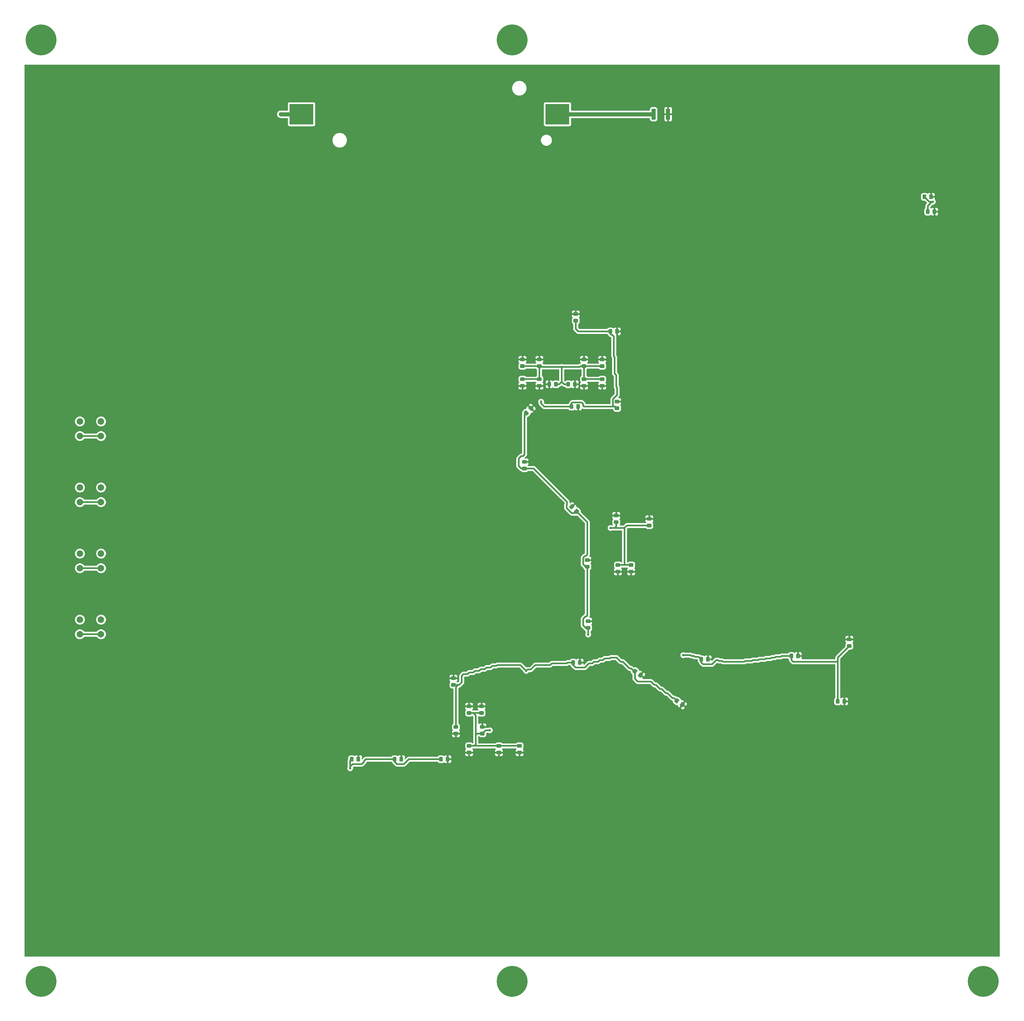
<source format=gtl>
G04 #@! TF.GenerationSoftware,KiCad,Pcbnew,(5.1.2)-1*
G04 #@! TF.CreationDate,2019-05-29T16:25:33-07:00*
G04 #@! TF.ProjectId,h186-final,68313836-2d66-4696-9e61-6c2e6b696361,rev?*
G04 #@! TF.SameCoordinates,Original*
G04 #@! TF.FileFunction,Copper,L1,Top*
G04 #@! TF.FilePolarity,Positive*
%FSLAX46Y46*%
G04 Gerber Fmt 4.6, Leading zero omitted, Abs format (unit mm)*
G04 Created by KiCad (PCBNEW (5.1.2)-1) date 2019-05-29 16:25:33*
%MOMM*%
%LPD*%
G04 APERTURE LIST*
%ADD10C,0.100000*%
%ADD11C,1.150000*%
%ADD12C,2.000000*%
%ADD13C,9.500000*%
%ADD14C,1.300000*%
%ADD15R,7.340000X6.350000*%
%ADD16C,1.270000*%
%ADD17C,0.762000*%
%ADD18C,1.270000*%
%ADD19C,0.508000*%
%ADD20C,0.254000*%
G04 APERTURE END LIST*
D10*
G36*
X299432505Y-142174204D02*
G01*
X299456773Y-142177804D01*
X299480572Y-142183765D01*
X299503671Y-142192030D01*
X299525850Y-142202520D01*
X299546893Y-142215132D01*
X299566599Y-142229747D01*
X299584777Y-142246223D01*
X299601253Y-142264401D01*
X299615868Y-142284107D01*
X299628480Y-142305150D01*
X299638970Y-142327329D01*
X299647235Y-142350428D01*
X299653196Y-142374227D01*
X299656796Y-142398495D01*
X299658000Y-142422999D01*
X299658000Y-143073001D01*
X299656796Y-143097505D01*
X299653196Y-143121773D01*
X299647235Y-143145572D01*
X299638970Y-143168671D01*
X299628480Y-143190850D01*
X299615868Y-143211893D01*
X299601253Y-143231599D01*
X299584777Y-143249777D01*
X299566599Y-143266253D01*
X299546893Y-143280868D01*
X299525850Y-143293480D01*
X299503671Y-143303970D01*
X299480572Y-143312235D01*
X299456773Y-143318196D01*
X299432505Y-143321796D01*
X299408001Y-143323000D01*
X298507999Y-143323000D01*
X298483495Y-143321796D01*
X298459227Y-143318196D01*
X298435428Y-143312235D01*
X298412329Y-143303970D01*
X298390150Y-143293480D01*
X298369107Y-143280868D01*
X298349401Y-143266253D01*
X298331223Y-143249777D01*
X298314747Y-143231599D01*
X298300132Y-143211893D01*
X298287520Y-143190850D01*
X298277030Y-143168671D01*
X298268765Y-143145572D01*
X298262804Y-143121773D01*
X298259204Y-143097505D01*
X298258000Y-143073001D01*
X298258000Y-142422999D01*
X298259204Y-142398495D01*
X298262804Y-142374227D01*
X298268765Y-142350428D01*
X298277030Y-142327329D01*
X298287520Y-142305150D01*
X298300132Y-142284107D01*
X298314747Y-142264401D01*
X298331223Y-142246223D01*
X298349401Y-142229747D01*
X298369107Y-142215132D01*
X298390150Y-142202520D01*
X298412329Y-142192030D01*
X298435428Y-142183765D01*
X298459227Y-142177804D01*
X298483495Y-142174204D01*
X298507999Y-142173000D01*
X299408001Y-142173000D01*
X299432505Y-142174204D01*
X299432505Y-142174204D01*
G37*
D11*
X298958000Y-142748000D03*
D10*
G36*
X299432505Y-144224204D02*
G01*
X299456773Y-144227804D01*
X299480572Y-144233765D01*
X299503671Y-144242030D01*
X299525850Y-144252520D01*
X299546893Y-144265132D01*
X299566599Y-144279747D01*
X299584777Y-144296223D01*
X299601253Y-144314401D01*
X299615868Y-144334107D01*
X299628480Y-144355150D01*
X299638970Y-144377329D01*
X299647235Y-144400428D01*
X299653196Y-144424227D01*
X299656796Y-144448495D01*
X299658000Y-144472999D01*
X299658000Y-145123001D01*
X299656796Y-145147505D01*
X299653196Y-145171773D01*
X299647235Y-145195572D01*
X299638970Y-145218671D01*
X299628480Y-145240850D01*
X299615868Y-145261893D01*
X299601253Y-145281599D01*
X299584777Y-145299777D01*
X299566599Y-145316253D01*
X299546893Y-145330868D01*
X299525850Y-145343480D01*
X299503671Y-145353970D01*
X299480572Y-145362235D01*
X299456773Y-145368196D01*
X299432505Y-145371796D01*
X299408001Y-145373000D01*
X298507999Y-145373000D01*
X298483495Y-145371796D01*
X298459227Y-145368196D01*
X298435428Y-145362235D01*
X298412329Y-145353970D01*
X298390150Y-145343480D01*
X298369107Y-145330868D01*
X298349401Y-145316253D01*
X298331223Y-145299777D01*
X298314747Y-145281599D01*
X298300132Y-145261893D01*
X298287520Y-145240850D01*
X298277030Y-145218671D01*
X298268765Y-145195572D01*
X298262804Y-145171773D01*
X298259204Y-145147505D01*
X298258000Y-145123001D01*
X298258000Y-144472999D01*
X298259204Y-144448495D01*
X298262804Y-144424227D01*
X298268765Y-144400428D01*
X298277030Y-144377329D01*
X298287520Y-144355150D01*
X298300132Y-144334107D01*
X298314747Y-144314401D01*
X298331223Y-144296223D01*
X298349401Y-144279747D01*
X298369107Y-144265132D01*
X298390150Y-144252520D01*
X298412329Y-144242030D01*
X298435428Y-144233765D01*
X298459227Y-144227804D01*
X298483495Y-144224204D01*
X298507999Y-144223000D01*
X299408001Y-144223000D01*
X299432505Y-144224204D01*
X299432505Y-144224204D01*
G37*
D11*
X298958000Y-144798000D03*
D12*
X153058000Y-236728000D03*
X153058000Y-241228000D03*
X146558000Y-236728000D03*
X146558000Y-241228000D03*
D10*
G36*
X312025505Y-147383204D02*
G01*
X312049773Y-147386804D01*
X312073572Y-147392765D01*
X312096671Y-147401030D01*
X312118850Y-147411520D01*
X312139893Y-147424132D01*
X312159599Y-147438747D01*
X312177777Y-147455223D01*
X312194253Y-147473401D01*
X312208868Y-147493107D01*
X312221480Y-147514150D01*
X312231970Y-147536329D01*
X312240235Y-147559428D01*
X312246196Y-147583227D01*
X312249796Y-147607495D01*
X312251000Y-147631999D01*
X312251000Y-148532001D01*
X312249796Y-148556505D01*
X312246196Y-148580773D01*
X312240235Y-148604572D01*
X312231970Y-148627671D01*
X312221480Y-148649850D01*
X312208868Y-148670893D01*
X312194253Y-148690599D01*
X312177777Y-148708777D01*
X312159599Y-148725253D01*
X312139893Y-148739868D01*
X312118850Y-148752480D01*
X312096671Y-148762970D01*
X312073572Y-148771235D01*
X312049773Y-148777196D01*
X312025505Y-148780796D01*
X312001001Y-148782000D01*
X311350999Y-148782000D01*
X311326495Y-148780796D01*
X311302227Y-148777196D01*
X311278428Y-148771235D01*
X311255329Y-148762970D01*
X311233150Y-148752480D01*
X311212107Y-148739868D01*
X311192401Y-148725253D01*
X311174223Y-148708777D01*
X311157747Y-148690599D01*
X311143132Y-148670893D01*
X311130520Y-148649850D01*
X311120030Y-148627671D01*
X311111765Y-148604572D01*
X311105804Y-148580773D01*
X311102204Y-148556505D01*
X311101000Y-148532001D01*
X311101000Y-147631999D01*
X311102204Y-147607495D01*
X311105804Y-147583227D01*
X311111765Y-147559428D01*
X311120030Y-147536329D01*
X311130520Y-147514150D01*
X311143132Y-147493107D01*
X311157747Y-147473401D01*
X311174223Y-147455223D01*
X311192401Y-147438747D01*
X311212107Y-147424132D01*
X311233150Y-147411520D01*
X311255329Y-147401030D01*
X311278428Y-147392765D01*
X311302227Y-147386804D01*
X311326495Y-147383204D01*
X311350999Y-147382000D01*
X312001001Y-147382000D01*
X312025505Y-147383204D01*
X312025505Y-147383204D01*
G37*
D11*
X311676000Y-148082000D03*
D10*
G36*
X309975505Y-147383204D02*
G01*
X309999773Y-147386804D01*
X310023572Y-147392765D01*
X310046671Y-147401030D01*
X310068850Y-147411520D01*
X310089893Y-147424132D01*
X310109599Y-147438747D01*
X310127777Y-147455223D01*
X310144253Y-147473401D01*
X310158868Y-147493107D01*
X310171480Y-147514150D01*
X310181970Y-147536329D01*
X310190235Y-147559428D01*
X310196196Y-147583227D01*
X310199796Y-147607495D01*
X310201000Y-147631999D01*
X310201000Y-148532001D01*
X310199796Y-148556505D01*
X310196196Y-148580773D01*
X310190235Y-148604572D01*
X310181970Y-148627671D01*
X310171480Y-148649850D01*
X310158868Y-148670893D01*
X310144253Y-148690599D01*
X310127777Y-148708777D01*
X310109599Y-148725253D01*
X310089893Y-148739868D01*
X310068850Y-148752480D01*
X310046671Y-148762970D01*
X310023572Y-148771235D01*
X309999773Y-148777196D01*
X309975505Y-148780796D01*
X309951001Y-148782000D01*
X309300999Y-148782000D01*
X309276495Y-148780796D01*
X309252227Y-148777196D01*
X309228428Y-148771235D01*
X309205329Y-148762970D01*
X309183150Y-148752480D01*
X309162107Y-148739868D01*
X309142401Y-148725253D01*
X309124223Y-148708777D01*
X309107747Y-148690599D01*
X309093132Y-148670893D01*
X309080520Y-148649850D01*
X309070030Y-148627671D01*
X309061765Y-148604572D01*
X309055804Y-148580773D01*
X309052204Y-148556505D01*
X309051000Y-148532001D01*
X309051000Y-147631999D01*
X309052204Y-147607495D01*
X309055804Y-147583227D01*
X309061765Y-147559428D01*
X309070030Y-147536329D01*
X309080520Y-147514150D01*
X309093132Y-147493107D01*
X309107747Y-147473401D01*
X309124223Y-147455223D01*
X309142401Y-147438747D01*
X309162107Y-147424132D01*
X309183150Y-147411520D01*
X309205329Y-147401030D01*
X309228428Y-147392765D01*
X309252227Y-147386804D01*
X309276495Y-147383204D01*
X309300999Y-147382000D01*
X309951001Y-147382000D01*
X309975505Y-147383204D01*
X309975505Y-147383204D01*
G37*
D11*
X309626000Y-148082000D03*
D10*
G36*
X312132505Y-169098204D02*
G01*
X312156773Y-169101804D01*
X312180572Y-169107765D01*
X312203671Y-169116030D01*
X312225850Y-169126520D01*
X312246893Y-169139132D01*
X312266599Y-169153747D01*
X312284777Y-169170223D01*
X312301253Y-169188401D01*
X312315868Y-169208107D01*
X312328480Y-169229150D01*
X312338970Y-169251329D01*
X312347235Y-169274428D01*
X312353196Y-169298227D01*
X312356796Y-169322495D01*
X312358000Y-169346999D01*
X312358000Y-169997001D01*
X312356796Y-170021505D01*
X312353196Y-170045773D01*
X312347235Y-170069572D01*
X312338970Y-170092671D01*
X312328480Y-170114850D01*
X312315868Y-170135893D01*
X312301253Y-170155599D01*
X312284777Y-170173777D01*
X312266599Y-170190253D01*
X312246893Y-170204868D01*
X312225850Y-170217480D01*
X312203671Y-170227970D01*
X312180572Y-170236235D01*
X312156773Y-170242196D01*
X312132505Y-170245796D01*
X312108001Y-170247000D01*
X311207999Y-170247000D01*
X311183495Y-170245796D01*
X311159227Y-170242196D01*
X311135428Y-170236235D01*
X311112329Y-170227970D01*
X311090150Y-170217480D01*
X311069107Y-170204868D01*
X311049401Y-170190253D01*
X311031223Y-170173777D01*
X311014747Y-170155599D01*
X311000132Y-170135893D01*
X310987520Y-170114850D01*
X310977030Y-170092671D01*
X310968765Y-170069572D01*
X310962804Y-170045773D01*
X310959204Y-170021505D01*
X310958000Y-169997001D01*
X310958000Y-169346999D01*
X310959204Y-169322495D01*
X310962804Y-169298227D01*
X310968765Y-169274428D01*
X310977030Y-169251329D01*
X310987520Y-169229150D01*
X311000132Y-169208107D01*
X311014747Y-169188401D01*
X311031223Y-169170223D01*
X311049401Y-169153747D01*
X311069107Y-169139132D01*
X311090150Y-169126520D01*
X311112329Y-169116030D01*
X311135428Y-169107765D01*
X311159227Y-169101804D01*
X311183495Y-169098204D01*
X311207999Y-169097000D01*
X312108001Y-169097000D01*
X312132505Y-169098204D01*
X312132505Y-169098204D01*
G37*
D11*
X311658000Y-169672000D03*
D10*
G36*
X312132505Y-171148204D02*
G01*
X312156773Y-171151804D01*
X312180572Y-171157765D01*
X312203671Y-171166030D01*
X312225850Y-171176520D01*
X312246893Y-171189132D01*
X312266599Y-171203747D01*
X312284777Y-171220223D01*
X312301253Y-171238401D01*
X312315868Y-171258107D01*
X312328480Y-171279150D01*
X312338970Y-171301329D01*
X312347235Y-171324428D01*
X312353196Y-171348227D01*
X312356796Y-171372495D01*
X312358000Y-171396999D01*
X312358000Y-172047001D01*
X312356796Y-172071505D01*
X312353196Y-172095773D01*
X312347235Y-172119572D01*
X312338970Y-172142671D01*
X312328480Y-172164850D01*
X312315868Y-172185893D01*
X312301253Y-172205599D01*
X312284777Y-172223777D01*
X312266599Y-172240253D01*
X312246893Y-172254868D01*
X312225850Y-172267480D01*
X312203671Y-172277970D01*
X312180572Y-172286235D01*
X312156773Y-172292196D01*
X312132505Y-172295796D01*
X312108001Y-172297000D01*
X311207999Y-172297000D01*
X311183495Y-172295796D01*
X311159227Y-172292196D01*
X311135428Y-172286235D01*
X311112329Y-172277970D01*
X311090150Y-172267480D01*
X311069107Y-172254868D01*
X311049401Y-172240253D01*
X311031223Y-172223777D01*
X311014747Y-172205599D01*
X311000132Y-172185893D01*
X310987520Y-172164850D01*
X310977030Y-172142671D01*
X310968765Y-172119572D01*
X310962804Y-172095773D01*
X310959204Y-172071505D01*
X310958000Y-172047001D01*
X310958000Y-171396999D01*
X310959204Y-171372495D01*
X310962804Y-171348227D01*
X310968765Y-171324428D01*
X310977030Y-171301329D01*
X310987520Y-171279150D01*
X311000132Y-171258107D01*
X311014747Y-171238401D01*
X311031223Y-171220223D01*
X311049401Y-171203747D01*
X311069107Y-171189132D01*
X311090150Y-171176520D01*
X311112329Y-171166030D01*
X311135428Y-171157765D01*
X311159227Y-171151804D01*
X311183495Y-171148204D01*
X311207999Y-171147000D01*
X312108001Y-171147000D01*
X312132505Y-171148204D01*
X312132505Y-171148204D01*
G37*
D11*
X311658000Y-171722000D03*
D10*
G36*
X300069505Y-170497204D02*
G01*
X300093773Y-170500804D01*
X300117572Y-170506765D01*
X300140671Y-170515030D01*
X300162850Y-170525520D01*
X300183893Y-170538132D01*
X300203599Y-170552747D01*
X300221777Y-170569223D01*
X300238253Y-170587401D01*
X300252868Y-170607107D01*
X300265480Y-170628150D01*
X300275970Y-170650329D01*
X300284235Y-170673428D01*
X300290196Y-170697227D01*
X300293796Y-170721495D01*
X300295000Y-170745999D01*
X300295000Y-171646001D01*
X300293796Y-171670505D01*
X300290196Y-171694773D01*
X300284235Y-171718572D01*
X300275970Y-171741671D01*
X300265480Y-171763850D01*
X300252868Y-171784893D01*
X300238253Y-171804599D01*
X300221777Y-171822777D01*
X300203599Y-171839253D01*
X300183893Y-171853868D01*
X300162850Y-171866480D01*
X300140671Y-171876970D01*
X300117572Y-171885235D01*
X300093773Y-171891196D01*
X300069505Y-171894796D01*
X300045001Y-171896000D01*
X299394999Y-171896000D01*
X299370495Y-171894796D01*
X299346227Y-171891196D01*
X299322428Y-171885235D01*
X299299329Y-171876970D01*
X299277150Y-171866480D01*
X299256107Y-171853868D01*
X299236401Y-171839253D01*
X299218223Y-171822777D01*
X299201747Y-171804599D01*
X299187132Y-171784893D01*
X299174520Y-171763850D01*
X299164030Y-171741671D01*
X299155765Y-171718572D01*
X299149804Y-171694773D01*
X299146204Y-171670505D01*
X299145000Y-171646001D01*
X299145000Y-170745999D01*
X299146204Y-170721495D01*
X299149804Y-170697227D01*
X299155765Y-170673428D01*
X299164030Y-170650329D01*
X299174520Y-170628150D01*
X299187132Y-170607107D01*
X299201747Y-170587401D01*
X299218223Y-170569223D01*
X299236401Y-170552747D01*
X299256107Y-170538132D01*
X299277150Y-170525520D01*
X299299329Y-170515030D01*
X299322428Y-170506765D01*
X299346227Y-170500804D01*
X299370495Y-170497204D01*
X299394999Y-170496000D01*
X300045001Y-170496000D01*
X300069505Y-170497204D01*
X300069505Y-170497204D01*
G37*
D11*
X299720000Y-171196000D03*
D10*
G36*
X298019505Y-170497204D02*
G01*
X298043773Y-170500804D01*
X298067572Y-170506765D01*
X298090671Y-170515030D01*
X298112850Y-170525520D01*
X298133893Y-170538132D01*
X298153599Y-170552747D01*
X298171777Y-170569223D01*
X298188253Y-170587401D01*
X298202868Y-170607107D01*
X298215480Y-170628150D01*
X298225970Y-170650329D01*
X298234235Y-170673428D01*
X298240196Y-170697227D01*
X298243796Y-170721495D01*
X298245000Y-170745999D01*
X298245000Y-171646001D01*
X298243796Y-171670505D01*
X298240196Y-171694773D01*
X298234235Y-171718572D01*
X298225970Y-171741671D01*
X298215480Y-171763850D01*
X298202868Y-171784893D01*
X298188253Y-171804599D01*
X298171777Y-171822777D01*
X298153599Y-171839253D01*
X298133893Y-171853868D01*
X298112850Y-171866480D01*
X298090671Y-171876970D01*
X298067572Y-171885235D01*
X298043773Y-171891196D01*
X298019505Y-171894796D01*
X297995001Y-171896000D01*
X297344999Y-171896000D01*
X297320495Y-171894796D01*
X297296227Y-171891196D01*
X297272428Y-171885235D01*
X297249329Y-171876970D01*
X297227150Y-171866480D01*
X297206107Y-171853868D01*
X297186401Y-171839253D01*
X297168223Y-171822777D01*
X297151747Y-171804599D01*
X297137132Y-171784893D01*
X297124520Y-171763850D01*
X297114030Y-171741671D01*
X297105765Y-171718572D01*
X297099804Y-171694773D01*
X297096204Y-171670505D01*
X297095000Y-171646001D01*
X297095000Y-170745999D01*
X297096204Y-170721495D01*
X297099804Y-170697227D01*
X297105765Y-170673428D01*
X297114030Y-170650329D01*
X297124520Y-170628150D01*
X297137132Y-170607107D01*
X297151747Y-170587401D01*
X297168223Y-170569223D01*
X297186401Y-170552747D01*
X297206107Y-170538132D01*
X297227150Y-170525520D01*
X297249329Y-170515030D01*
X297272428Y-170506765D01*
X297296227Y-170500804D01*
X297320495Y-170497204D01*
X297344999Y-170496000D01*
X297995001Y-170496000D01*
X298019505Y-170497204D01*
X298019505Y-170497204D01*
G37*
D11*
X297670000Y-171196000D03*
D10*
G36*
X381875505Y-261175204D02*
G01*
X381899773Y-261178804D01*
X381923572Y-261184765D01*
X381946671Y-261193030D01*
X381968850Y-261203520D01*
X381989893Y-261216132D01*
X382009599Y-261230747D01*
X382027777Y-261247223D01*
X382044253Y-261265401D01*
X382058868Y-261285107D01*
X382071480Y-261306150D01*
X382081970Y-261328329D01*
X382090235Y-261351428D01*
X382096196Y-261375227D01*
X382099796Y-261399495D01*
X382101000Y-261423999D01*
X382101000Y-262324001D01*
X382099796Y-262348505D01*
X382096196Y-262372773D01*
X382090235Y-262396572D01*
X382081970Y-262419671D01*
X382071480Y-262441850D01*
X382058868Y-262462893D01*
X382044253Y-262482599D01*
X382027777Y-262500777D01*
X382009599Y-262517253D01*
X381989893Y-262531868D01*
X381968850Y-262544480D01*
X381946671Y-262554970D01*
X381923572Y-262563235D01*
X381899773Y-262569196D01*
X381875505Y-262572796D01*
X381851001Y-262574000D01*
X381200999Y-262574000D01*
X381176495Y-262572796D01*
X381152227Y-262569196D01*
X381128428Y-262563235D01*
X381105329Y-262554970D01*
X381083150Y-262544480D01*
X381062107Y-262531868D01*
X381042401Y-262517253D01*
X381024223Y-262500777D01*
X381007747Y-262482599D01*
X380993132Y-262462893D01*
X380980520Y-262441850D01*
X380970030Y-262419671D01*
X380961765Y-262396572D01*
X380955804Y-262372773D01*
X380952204Y-262348505D01*
X380951000Y-262324001D01*
X380951000Y-261423999D01*
X380952204Y-261399495D01*
X380955804Y-261375227D01*
X380961765Y-261351428D01*
X380970030Y-261328329D01*
X380980520Y-261306150D01*
X380993132Y-261285107D01*
X381007747Y-261265401D01*
X381024223Y-261247223D01*
X381042401Y-261230747D01*
X381062107Y-261216132D01*
X381083150Y-261203520D01*
X381105329Y-261193030D01*
X381128428Y-261184765D01*
X381152227Y-261178804D01*
X381176495Y-261175204D01*
X381200999Y-261174000D01*
X381851001Y-261174000D01*
X381875505Y-261175204D01*
X381875505Y-261175204D01*
G37*
D11*
X381526000Y-261874000D03*
D10*
G36*
X379825505Y-261175204D02*
G01*
X379849773Y-261178804D01*
X379873572Y-261184765D01*
X379896671Y-261193030D01*
X379918850Y-261203520D01*
X379939893Y-261216132D01*
X379959599Y-261230747D01*
X379977777Y-261247223D01*
X379994253Y-261265401D01*
X380008868Y-261285107D01*
X380021480Y-261306150D01*
X380031970Y-261328329D01*
X380040235Y-261351428D01*
X380046196Y-261375227D01*
X380049796Y-261399495D01*
X380051000Y-261423999D01*
X380051000Y-262324001D01*
X380049796Y-262348505D01*
X380046196Y-262372773D01*
X380040235Y-262396572D01*
X380031970Y-262419671D01*
X380021480Y-262441850D01*
X380008868Y-262462893D01*
X379994253Y-262482599D01*
X379977777Y-262500777D01*
X379959599Y-262517253D01*
X379939893Y-262531868D01*
X379918850Y-262544480D01*
X379896671Y-262554970D01*
X379873572Y-262563235D01*
X379849773Y-262569196D01*
X379825505Y-262572796D01*
X379801001Y-262574000D01*
X379150999Y-262574000D01*
X379126495Y-262572796D01*
X379102227Y-262569196D01*
X379078428Y-262563235D01*
X379055329Y-262554970D01*
X379033150Y-262544480D01*
X379012107Y-262531868D01*
X378992401Y-262517253D01*
X378974223Y-262500777D01*
X378957747Y-262482599D01*
X378943132Y-262462893D01*
X378930520Y-262441850D01*
X378920030Y-262419671D01*
X378911765Y-262396572D01*
X378905804Y-262372773D01*
X378902204Y-262348505D01*
X378901000Y-262324001D01*
X378901000Y-261423999D01*
X378902204Y-261399495D01*
X378905804Y-261375227D01*
X378911765Y-261351428D01*
X378920030Y-261328329D01*
X378930520Y-261306150D01*
X378943132Y-261285107D01*
X378957747Y-261265401D01*
X378974223Y-261247223D01*
X378992401Y-261230747D01*
X379012107Y-261216132D01*
X379033150Y-261203520D01*
X379055329Y-261193030D01*
X379078428Y-261184765D01*
X379102227Y-261178804D01*
X379126495Y-261175204D01*
X379150999Y-261174000D01*
X379801001Y-261174000D01*
X379825505Y-261175204D01*
X379825505Y-261175204D01*
G37*
D11*
X379476000Y-261874000D03*
D10*
G36*
X383506505Y-242241204D02*
G01*
X383530773Y-242244804D01*
X383554572Y-242250765D01*
X383577671Y-242259030D01*
X383599850Y-242269520D01*
X383620893Y-242282132D01*
X383640599Y-242296747D01*
X383658777Y-242313223D01*
X383675253Y-242331401D01*
X383689868Y-242351107D01*
X383702480Y-242372150D01*
X383712970Y-242394329D01*
X383721235Y-242417428D01*
X383727196Y-242441227D01*
X383730796Y-242465495D01*
X383732000Y-242489999D01*
X383732000Y-243140001D01*
X383730796Y-243164505D01*
X383727196Y-243188773D01*
X383721235Y-243212572D01*
X383712970Y-243235671D01*
X383702480Y-243257850D01*
X383689868Y-243278893D01*
X383675253Y-243298599D01*
X383658777Y-243316777D01*
X383640599Y-243333253D01*
X383620893Y-243347868D01*
X383599850Y-243360480D01*
X383577671Y-243370970D01*
X383554572Y-243379235D01*
X383530773Y-243385196D01*
X383506505Y-243388796D01*
X383482001Y-243390000D01*
X382581999Y-243390000D01*
X382557495Y-243388796D01*
X382533227Y-243385196D01*
X382509428Y-243379235D01*
X382486329Y-243370970D01*
X382464150Y-243360480D01*
X382443107Y-243347868D01*
X382423401Y-243333253D01*
X382405223Y-243316777D01*
X382388747Y-243298599D01*
X382374132Y-243278893D01*
X382361520Y-243257850D01*
X382351030Y-243235671D01*
X382342765Y-243212572D01*
X382336804Y-243188773D01*
X382333204Y-243164505D01*
X382332000Y-243140001D01*
X382332000Y-242489999D01*
X382333204Y-242465495D01*
X382336804Y-242441227D01*
X382342765Y-242417428D01*
X382351030Y-242394329D01*
X382361520Y-242372150D01*
X382374132Y-242351107D01*
X382388747Y-242331401D01*
X382405223Y-242313223D01*
X382423401Y-242296747D01*
X382443107Y-242282132D01*
X382464150Y-242269520D01*
X382486329Y-242259030D01*
X382509428Y-242250765D01*
X382533227Y-242244804D01*
X382557495Y-242241204D01*
X382581999Y-242240000D01*
X383482001Y-242240000D01*
X383506505Y-242241204D01*
X383506505Y-242241204D01*
G37*
D11*
X383032000Y-242815000D03*
D10*
G36*
X383506505Y-244291204D02*
G01*
X383530773Y-244294804D01*
X383554572Y-244300765D01*
X383577671Y-244309030D01*
X383599850Y-244319520D01*
X383620893Y-244332132D01*
X383640599Y-244346747D01*
X383658777Y-244363223D01*
X383675253Y-244381401D01*
X383689868Y-244401107D01*
X383702480Y-244422150D01*
X383712970Y-244444329D01*
X383721235Y-244467428D01*
X383727196Y-244491227D01*
X383730796Y-244515495D01*
X383732000Y-244539999D01*
X383732000Y-245190001D01*
X383730796Y-245214505D01*
X383727196Y-245238773D01*
X383721235Y-245262572D01*
X383712970Y-245285671D01*
X383702480Y-245307850D01*
X383689868Y-245328893D01*
X383675253Y-245348599D01*
X383658777Y-245366777D01*
X383640599Y-245383253D01*
X383620893Y-245397868D01*
X383599850Y-245410480D01*
X383577671Y-245420970D01*
X383554572Y-245429235D01*
X383530773Y-245435196D01*
X383506505Y-245438796D01*
X383482001Y-245440000D01*
X382581999Y-245440000D01*
X382557495Y-245438796D01*
X382533227Y-245435196D01*
X382509428Y-245429235D01*
X382486329Y-245420970D01*
X382464150Y-245410480D01*
X382443107Y-245397868D01*
X382423401Y-245383253D01*
X382405223Y-245366777D01*
X382388747Y-245348599D01*
X382374132Y-245328893D01*
X382361520Y-245307850D01*
X382351030Y-245285671D01*
X382342765Y-245262572D01*
X382336804Y-245238773D01*
X382333204Y-245214505D01*
X382332000Y-245190001D01*
X382332000Y-244539999D01*
X382333204Y-244515495D01*
X382336804Y-244491227D01*
X382342765Y-244467428D01*
X382351030Y-244444329D01*
X382361520Y-244422150D01*
X382374132Y-244401107D01*
X382388747Y-244381401D01*
X382405223Y-244363223D01*
X382423401Y-244346747D01*
X382443107Y-244332132D01*
X382464150Y-244319520D01*
X382486329Y-244309030D01*
X382509428Y-244300765D01*
X382533227Y-244294804D01*
X382557495Y-244291204D01*
X382581999Y-244290000D01*
X383482001Y-244290000D01*
X383506505Y-244291204D01*
X383506505Y-244291204D01*
G37*
D11*
X383032000Y-244865000D03*
D10*
G36*
X367651505Y-247205204D02*
G01*
X367675773Y-247208804D01*
X367699572Y-247214765D01*
X367722671Y-247223030D01*
X367744850Y-247233520D01*
X367765893Y-247246132D01*
X367785599Y-247260747D01*
X367803777Y-247277223D01*
X367820253Y-247295401D01*
X367834868Y-247315107D01*
X367847480Y-247336150D01*
X367857970Y-247358329D01*
X367866235Y-247381428D01*
X367872196Y-247405227D01*
X367875796Y-247429495D01*
X367877000Y-247453999D01*
X367877000Y-248354001D01*
X367875796Y-248378505D01*
X367872196Y-248402773D01*
X367866235Y-248426572D01*
X367857970Y-248449671D01*
X367847480Y-248471850D01*
X367834868Y-248492893D01*
X367820253Y-248512599D01*
X367803777Y-248530777D01*
X367785599Y-248547253D01*
X367765893Y-248561868D01*
X367744850Y-248574480D01*
X367722671Y-248584970D01*
X367699572Y-248593235D01*
X367675773Y-248599196D01*
X367651505Y-248602796D01*
X367627001Y-248604000D01*
X366976999Y-248604000D01*
X366952495Y-248602796D01*
X366928227Y-248599196D01*
X366904428Y-248593235D01*
X366881329Y-248584970D01*
X366859150Y-248574480D01*
X366838107Y-248561868D01*
X366818401Y-248547253D01*
X366800223Y-248530777D01*
X366783747Y-248512599D01*
X366769132Y-248492893D01*
X366756520Y-248471850D01*
X366746030Y-248449671D01*
X366737765Y-248426572D01*
X366731804Y-248402773D01*
X366728204Y-248378505D01*
X366727000Y-248354001D01*
X366727000Y-247453999D01*
X366728204Y-247429495D01*
X366731804Y-247405227D01*
X366737765Y-247381428D01*
X366746030Y-247358329D01*
X366756520Y-247336150D01*
X366769132Y-247315107D01*
X366783747Y-247295401D01*
X366800223Y-247277223D01*
X366818401Y-247260747D01*
X366838107Y-247246132D01*
X366859150Y-247233520D01*
X366881329Y-247223030D01*
X366904428Y-247214765D01*
X366928227Y-247208804D01*
X366952495Y-247205204D01*
X366976999Y-247204000D01*
X367627001Y-247204000D01*
X367651505Y-247205204D01*
X367651505Y-247205204D01*
G37*
D11*
X367302000Y-247904000D03*
D10*
G36*
X365601505Y-247205204D02*
G01*
X365625773Y-247208804D01*
X365649572Y-247214765D01*
X365672671Y-247223030D01*
X365694850Y-247233520D01*
X365715893Y-247246132D01*
X365735599Y-247260747D01*
X365753777Y-247277223D01*
X365770253Y-247295401D01*
X365784868Y-247315107D01*
X365797480Y-247336150D01*
X365807970Y-247358329D01*
X365816235Y-247381428D01*
X365822196Y-247405227D01*
X365825796Y-247429495D01*
X365827000Y-247453999D01*
X365827000Y-248354001D01*
X365825796Y-248378505D01*
X365822196Y-248402773D01*
X365816235Y-248426572D01*
X365807970Y-248449671D01*
X365797480Y-248471850D01*
X365784868Y-248492893D01*
X365770253Y-248512599D01*
X365753777Y-248530777D01*
X365735599Y-248547253D01*
X365715893Y-248561868D01*
X365694850Y-248574480D01*
X365672671Y-248584970D01*
X365649572Y-248593235D01*
X365625773Y-248599196D01*
X365601505Y-248602796D01*
X365577001Y-248604000D01*
X364926999Y-248604000D01*
X364902495Y-248602796D01*
X364878227Y-248599196D01*
X364854428Y-248593235D01*
X364831329Y-248584970D01*
X364809150Y-248574480D01*
X364788107Y-248561868D01*
X364768401Y-248547253D01*
X364750223Y-248530777D01*
X364733747Y-248512599D01*
X364719132Y-248492893D01*
X364706520Y-248471850D01*
X364696030Y-248449671D01*
X364687765Y-248426572D01*
X364681804Y-248402773D01*
X364678204Y-248378505D01*
X364677000Y-248354001D01*
X364677000Y-247453999D01*
X364678204Y-247429495D01*
X364681804Y-247405227D01*
X364687765Y-247381428D01*
X364696030Y-247358329D01*
X364706520Y-247336150D01*
X364719132Y-247315107D01*
X364733747Y-247295401D01*
X364750223Y-247277223D01*
X364768401Y-247260747D01*
X364788107Y-247246132D01*
X364809150Y-247233520D01*
X364831329Y-247223030D01*
X364854428Y-247214765D01*
X364878227Y-247208804D01*
X364902495Y-247205204D01*
X364926999Y-247204000D01*
X365577001Y-247204000D01*
X365601505Y-247205204D01*
X365601505Y-247205204D01*
G37*
D11*
X365252000Y-247904000D03*
D10*
G36*
X339947505Y-248221204D02*
G01*
X339971773Y-248224804D01*
X339995572Y-248230765D01*
X340018671Y-248239030D01*
X340040850Y-248249520D01*
X340061893Y-248262132D01*
X340081599Y-248276747D01*
X340099777Y-248293223D01*
X340116253Y-248311401D01*
X340130868Y-248331107D01*
X340143480Y-248352150D01*
X340153970Y-248374329D01*
X340162235Y-248397428D01*
X340168196Y-248421227D01*
X340171796Y-248445495D01*
X340173000Y-248469999D01*
X340173000Y-249370001D01*
X340171796Y-249394505D01*
X340168196Y-249418773D01*
X340162235Y-249442572D01*
X340153970Y-249465671D01*
X340143480Y-249487850D01*
X340130868Y-249508893D01*
X340116253Y-249528599D01*
X340099777Y-249546777D01*
X340081599Y-249563253D01*
X340061893Y-249577868D01*
X340040850Y-249590480D01*
X340018671Y-249600970D01*
X339995572Y-249609235D01*
X339971773Y-249615196D01*
X339947505Y-249618796D01*
X339923001Y-249620000D01*
X339272999Y-249620000D01*
X339248495Y-249618796D01*
X339224227Y-249615196D01*
X339200428Y-249609235D01*
X339177329Y-249600970D01*
X339155150Y-249590480D01*
X339134107Y-249577868D01*
X339114401Y-249563253D01*
X339096223Y-249546777D01*
X339079747Y-249528599D01*
X339065132Y-249508893D01*
X339052520Y-249487850D01*
X339042030Y-249465671D01*
X339033765Y-249442572D01*
X339027804Y-249418773D01*
X339024204Y-249394505D01*
X339023000Y-249370001D01*
X339023000Y-248469999D01*
X339024204Y-248445495D01*
X339027804Y-248421227D01*
X339033765Y-248397428D01*
X339042030Y-248374329D01*
X339052520Y-248352150D01*
X339065132Y-248331107D01*
X339079747Y-248311401D01*
X339096223Y-248293223D01*
X339114401Y-248276747D01*
X339134107Y-248262132D01*
X339155150Y-248249520D01*
X339177329Y-248239030D01*
X339200428Y-248230765D01*
X339224227Y-248224804D01*
X339248495Y-248221204D01*
X339272999Y-248220000D01*
X339923001Y-248220000D01*
X339947505Y-248221204D01*
X339947505Y-248221204D01*
G37*
D11*
X339598000Y-248920000D03*
D10*
G36*
X337897505Y-248221204D02*
G01*
X337921773Y-248224804D01*
X337945572Y-248230765D01*
X337968671Y-248239030D01*
X337990850Y-248249520D01*
X338011893Y-248262132D01*
X338031599Y-248276747D01*
X338049777Y-248293223D01*
X338066253Y-248311401D01*
X338080868Y-248331107D01*
X338093480Y-248352150D01*
X338103970Y-248374329D01*
X338112235Y-248397428D01*
X338118196Y-248421227D01*
X338121796Y-248445495D01*
X338123000Y-248469999D01*
X338123000Y-249370001D01*
X338121796Y-249394505D01*
X338118196Y-249418773D01*
X338112235Y-249442572D01*
X338103970Y-249465671D01*
X338093480Y-249487850D01*
X338080868Y-249508893D01*
X338066253Y-249528599D01*
X338049777Y-249546777D01*
X338031599Y-249563253D01*
X338011893Y-249577868D01*
X337990850Y-249590480D01*
X337968671Y-249600970D01*
X337945572Y-249609235D01*
X337921773Y-249615196D01*
X337897505Y-249618796D01*
X337873001Y-249620000D01*
X337222999Y-249620000D01*
X337198495Y-249618796D01*
X337174227Y-249615196D01*
X337150428Y-249609235D01*
X337127329Y-249600970D01*
X337105150Y-249590480D01*
X337084107Y-249577868D01*
X337064401Y-249563253D01*
X337046223Y-249546777D01*
X337029747Y-249528599D01*
X337015132Y-249508893D01*
X337002520Y-249487850D01*
X336992030Y-249465671D01*
X336983765Y-249442572D01*
X336977804Y-249418773D01*
X336974204Y-249394505D01*
X336973000Y-249370001D01*
X336973000Y-248469999D01*
X336974204Y-248445495D01*
X336977804Y-248421227D01*
X336983765Y-248397428D01*
X336992030Y-248374329D01*
X337002520Y-248352150D01*
X337015132Y-248331107D01*
X337029747Y-248311401D01*
X337046223Y-248293223D01*
X337064401Y-248276747D01*
X337084107Y-248262132D01*
X337105150Y-248249520D01*
X337127329Y-248239030D01*
X337150428Y-248230765D01*
X337174227Y-248224804D01*
X337198495Y-248221204D01*
X337222999Y-248220000D01*
X337873001Y-248220000D01*
X337897505Y-248221204D01*
X337897505Y-248221204D01*
G37*
D11*
X337548000Y-248920000D03*
D10*
G36*
X232514505Y-278955204D02*
G01*
X232538773Y-278958804D01*
X232562572Y-278964765D01*
X232585671Y-278973030D01*
X232607850Y-278983520D01*
X232628893Y-278996132D01*
X232648599Y-279010747D01*
X232666777Y-279027223D01*
X232683253Y-279045401D01*
X232697868Y-279065107D01*
X232710480Y-279086150D01*
X232720970Y-279108329D01*
X232729235Y-279131428D01*
X232735196Y-279155227D01*
X232738796Y-279179495D01*
X232740000Y-279203999D01*
X232740000Y-280104001D01*
X232738796Y-280128505D01*
X232735196Y-280152773D01*
X232729235Y-280176572D01*
X232720970Y-280199671D01*
X232710480Y-280221850D01*
X232697868Y-280242893D01*
X232683253Y-280262599D01*
X232666777Y-280280777D01*
X232648599Y-280297253D01*
X232628893Y-280311868D01*
X232607850Y-280324480D01*
X232585671Y-280334970D01*
X232562572Y-280343235D01*
X232538773Y-280349196D01*
X232514505Y-280352796D01*
X232490001Y-280354000D01*
X231839999Y-280354000D01*
X231815495Y-280352796D01*
X231791227Y-280349196D01*
X231767428Y-280343235D01*
X231744329Y-280334970D01*
X231722150Y-280324480D01*
X231701107Y-280311868D01*
X231681401Y-280297253D01*
X231663223Y-280280777D01*
X231646747Y-280262599D01*
X231632132Y-280242893D01*
X231619520Y-280221850D01*
X231609030Y-280199671D01*
X231600765Y-280176572D01*
X231594804Y-280152773D01*
X231591204Y-280128505D01*
X231590000Y-280104001D01*
X231590000Y-279203999D01*
X231591204Y-279179495D01*
X231594804Y-279155227D01*
X231600765Y-279131428D01*
X231609030Y-279108329D01*
X231619520Y-279086150D01*
X231632132Y-279065107D01*
X231646747Y-279045401D01*
X231663223Y-279027223D01*
X231681401Y-279010747D01*
X231701107Y-278996132D01*
X231722150Y-278983520D01*
X231744329Y-278973030D01*
X231767428Y-278964765D01*
X231791227Y-278958804D01*
X231815495Y-278955204D01*
X231839999Y-278954000D01*
X232490001Y-278954000D01*
X232514505Y-278955204D01*
X232514505Y-278955204D01*
G37*
D11*
X232165000Y-279654000D03*
D10*
G36*
X230464505Y-278955204D02*
G01*
X230488773Y-278958804D01*
X230512572Y-278964765D01*
X230535671Y-278973030D01*
X230557850Y-278983520D01*
X230578893Y-278996132D01*
X230598599Y-279010747D01*
X230616777Y-279027223D01*
X230633253Y-279045401D01*
X230647868Y-279065107D01*
X230660480Y-279086150D01*
X230670970Y-279108329D01*
X230679235Y-279131428D01*
X230685196Y-279155227D01*
X230688796Y-279179495D01*
X230690000Y-279203999D01*
X230690000Y-280104001D01*
X230688796Y-280128505D01*
X230685196Y-280152773D01*
X230679235Y-280176572D01*
X230670970Y-280199671D01*
X230660480Y-280221850D01*
X230647868Y-280242893D01*
X230633253Y-280262599D01*
X230616777Y-280280777D01*
X230598599Y-280297253D01*
X230578893Y-280311868D01*
X230557850Y-280324480D01*
X230535671Y-280334970D01*
X230512572Y-280343235D01*
X230488773Y-280349196D01*
X230464505Y-280352796D01*
X230440001Y-280354000D01*
X229789999Y-280354000D01*
X229765495Y-280352796D01*
X229741227Y-280349196D01*
X229717428Y-280343235D01*
X229694329Y-280334970D01*
X229672150Y-280324480D01*
X229651107Y-280311868D01*
X229631401Y-280297253D01*
X229613223Y-280280777D01*
X229596747Y-280262599D01*
X229582132Y-280242893D01*
X229569520Y-280221850D01*
X229559030Y-280199671D01*
X229550765Y-280176572D01*
X229544804Y-280152773D01*
X229541204Y-280128505D01*
X229540000Y-280104001D01*
X229540000Y-279203999D01*
X229541204Y-279179495D01*
X229544804Y-279155227D01*
X229550765Y-279131428D01*
X229559030Y-279108329D01*
X229569520Y-279086150D01*
X229582132Y-279065107D01*
X229596747Y-279045401D01*
X229613223Y-279027223D01*
X229631401Y-279010747D01*
X229651107Y-278996132D01*
X229672150Y-278983520D01*
X229694329Y-278973030D01*
X229717428Y-278964765D01*
X229741227Y-278958804D01*
X229765495Y-278955204D01*
X229789999Y-278954000D01*
X230440001Y-278954000D01*
X230464505Y-278955204D01*
X230464505Y-278955204D01*
G37*
D11*
X230115000Y-279654000D03*
D10*
G36*
X245713505Y-278955204D02*
G01*
X245737773Y-278958804D01*
X245761572Y-278964765D01*
X245784671Y-278973030D01*
X245806850Y-278983520D01*
X245827893Y-278996132D01*
X245847599Y-279010747D01*
X245865777Y-279027223D01*
X245882253Y-279045401D01*
X245896868Y-279065107D01*
X245909480Y-279086150D01*
X245919970Y-279108329D01*
X245928235Y-279131428D01*
X245934196Y-279155227D01*
X245937796Y-279179495D01*
X245939000Y-279203999D01*
X245939000Y-280104001D01*
X245937796Y-280128505D01*
X245934196Y-280152773D01*
X245928235Y-280176572D01*
X245919970Y-280199671D01*
X245909480Y-280221850D01*
X245896868Y-280242893D01*
X245882253Y-280262599D01*
X245865777Y-280280777D01*
X245847599Y-280297253D01*
X245827893Y-280311868D01*
X245806850Y-280324480D01*
X245784671Y-280334970D01*
X245761572Y-280343235D01*
X245737773Y-280349196D01*
X245713505Y-280352796D01*
X245689001Y-280354000D01*
X245038999Y-280354000D01*
X245014495Y-280352796D01*
X244990227Y-280349196D01*
X244966428Y-280343235D01*
X244943329Y-280334970D01*
X244921150Y-280324480D01*
X244900107Y-280311868D01*
X244880401Y-280297253D01*
X244862223Y-280280777D01*
X244845747Y-280262599D01*
X244831132Y-280242893D01*
X244818520Y-280221850D01*
X244808030Y-280199671D01*
X244799765Y-280176572D01*
X244793804Y-280152773D01*
X244790204Y-280128505D01*
X244789000Y-280104001D01*
X244789000Y-279203999D01*
X244790204Y-279179495D01*
X244793804Y-279155227D01*
X244799765Y-279131428D01*
X244808030Y-279108329D01*
X244818520Y-279086150D01*
X244831132Y-279065107D01*
X244845747Y-279045401D01*
X244862223Y-279027223D01*
X244880401Y-279010747D01*
X244900107Y-278996132D01*
X244921150Y-278983520D01*
X244943329Y-278973030D01*
X244966428Y-278964765D01*
X244990227Y-278958804D01*
X245014495Y-278955204D01*
X245038999Y-278954000D01*
X245689001Y-278954000D01*
X245713505Y-278955204D01*
X245713505Y-278955204D01*
G37*
D11*
X245364000Y-279654000D03*
D10*
G36*
X243663505Y-278955204D02*
G01*
X243687773Y-278958804D01*
X243711572Y-278964765D01*
X243734671Y-278973030D01*
X243756850Y-278983520D01*
X243777893Y-278996132D01*
X243797599Y-279010747D01*
X243815777Y-279027223D01*
X243832253Y-279045401D01*
X243846868Y-279065107D01*
X243859480Y-279086150D01*
X243869970Y-279108329D01*
X243878235Y-279131428D01*
X243884196Y-279155227D01*
X243887796Y-279179495D01*
X243889000Y-279203999D01*
X243889000Y-280104001D01*
X243887796Y-280128505D01*
X243884196Y-280152773D01*
X243878235Y-280176572D01*
X243869970Y-280199671D01*
X243859480Y-280221850D01*
X243846868Y-280242893D01*
X243832253Y-280262599D01*
X243815777Y-280280777D01*
X243797599Y-280297253D01*
X243777893Y-280311868D01*
X243756850Y-280324480D01*
X243734671Y-280334970D01*
X243711572Y-280343235D01*
X243687773Y-280349196D01*
X243663505Y-280352796D01*
X243639001Y-280354000D01*
X242988999Y-280354000D01*
X242964495Y-280352796D01*
X242940227Y-280349196D01*
X242916428Y-280343235D01*
X242893329Y-280334970D01*
X242871150Y-280324480D01*
X242850107Y-280311868D01*
X242830401Y-280297253D01*
X242812223Y-280280777D01*
X242795747Y-280262599D01*
X242781132Y-280242893D01*
X242768520Y-280221850D01*
X242758030Y-280199671D01*
X242749765Y-280176572D01*
X242743804Y-280152773D01*
X242740204Y-280128505D01*
X242739000Y-280104001D01*
X242739000Y-279203999D01*
X242740204Y-279179495D01*
X242743804Y-279155227D01*
X242749765Y-279131428D01*
X242758030Y-279108329D01*
X242768520Y-279086150D01*
X242781132Y-279065107D01*
X242795747Y-279045401D01*
X242812223Y-279027223D01*
X242830401Y-279010747D01*
X242850107Y-278996132D01*
X242871150Y-278983520D01*
X242893329Y-278973030D01*
X242916428Y-278964765D01*
X242940227Y-278958804D01*
X242964495Y-278955204D01*
X242988999Y-278954000D01*
X243639001Y-278954000D01*
X243663505Y-278955204D01*
X243663505Y-278955204D01*
G37*
D11*
X243314000Y-279654000D03*
D10*
G36*
X259937505Y-278955204D02*
G01*
X259961773Y-278958804D01*
X259985572Y-278964765D01*
X260008671Y-278973030D01*
X260030850Y-278983520D01*
X260051893Y-278996132D01*
X260071599Y-279010747D01*
X260089777Y-279027223D01*
X260106253Y-279045401D01*
X260120868Y-279065107D01*
X260133480Y-279086150D01*
X260143970Y-279108329D01*
X260152235Y-279131428D01*
X260158196Y-279155227D01*
X260161796Y-279179495D01*
X260163000Y-279203999D01*
X260163000Y-280104001D01*
X260161796Y-280128505D01*
X260158196Y-280152773D01*
X260152235Y-280176572D01*
X260143970Y-280199671D01*
X260133480Y-280221850D01*
X260120868Y-280242893D01*
X260106253Y-280262599D01*
X260089777Y-280280777D01*
X260071599Y-280297253D01*
X260051893Y-280311868D01*
X260030850Y-280324480D01*
X260008671Y-280334970D01*
X259985572Y-280343235D01*
X259961773Y-280349196D01*
X259937505Y-280352796D01*
X259913001Y-280354000D01*
X259262999Y-280354000D01*
X259238495Y-280352796D01*
X259214227Y-280349196D01*
X259190428Y-280343235D01*
X259167329Y-280334970D01*
X259145150Y-280324480D01*
X259124107Y-280311868D01*
X259104401Y-280297253D01*
X259086223Y-280280777D01*
X259069747Y-280262599D01*
X259055132Y-280242893D01*
X259042520Y-280221850D01*
X259032030Y-280199671D01*
X259023765Y-280176572D01*
X259017804Y-280152773D01*
X259014204Y-280128505D01*
X259013000Y-280104001D01*
X259013000Y-279203999D01*
X259014204Y-279179495D01*
X259017804Y-279155227D01*
X259023765Y-279131428D01*
X259032030Y-279108329D01*
X259042520Y-279086150D01*
X259055132Y-279065107D01*
X259069747Y-279045401D01*
X259086223Y-279027223D01*
X259104401Y-279010747D01*
X259124107Y-278996132D01*
X259145150Y-278983520D01*
X259167329Y-278973030D01*
X259190428Y-278964765D01*
X259214227Y-278958804D01*
X259238495Y-278955204D01*
X259262999Y-278954000D01*
X259913001Y-278954000D01*
X259937505Y-278955204D01*
X259937505Y-278955204D01*
G37*
D11*
X259588000Y-279654000D03*
D10*
G36*
X257887505Y-278955204D02*
G01*
X257911773Y-278958804D01*
X257935572Y-278964765D01*
X257958671Y-278973030D01*
X257980850Y-278983520D01*
X258001893Y-278996132D01*
X258021599Y-279010747D01*
X258039777Y-279027223D01*
X258056253Y-279045401D01*
X258070868Y-279065107D01*
X258083480Y-279086150D01*
X258093970Y-279108329D01*
X258102235Y-279131428D01*
X258108196Y-279155227D01*
X258111796Y-279179495D01*
X258113000Y-279203999D01*
X258113000Y-280104001D01*
X258111796Y-280128505D01*
X258108196Y-280152773D01*
X258102235Y-280176572D01*
X258093970Y-280199671D01*
X258083480Y-280221850D01*
X258070868Y-280242893D01*
X258056253Y-280262599D01*
X258039777Y-280280777D01*
X258021599Y-280297253D01*
X258001893Y-280311868D01*
X257980850Y-280324480D01*
X257958671Y-280334970D01*
X257935572Y-280343235D01*
X257911773Y-280349196D01*
X257887505Y-280352796D01*
X257863001Y-280354000D01*
X257212999Y-280354000D01*
X257188495Y-280352796D01*
X257164227Y-280349196D01*
X257140428Y-280343235D01*
X257117329Y-280334970D01*
X257095150Y-280324480D01*
X257074107Y-280311868D01*
X257054401Y-280297253D01*
X257036223Y-280280777D01*
X257019747Y-280262599D01*
X257005132Y-280242893D01*
X256992520Y-280221850D01*
X256982030Y-280199671D01*
X256973765Y-280176572D01*
X256967804Y-280152773D01*
X256964204Y-280128505D01*
X256963000Y-280104001D01*
X256963000Y-279203999D01*
X256964204Y-279179495D01*
X256967804Y-279155227D01*
X256973765Y-279131428D01*
X256982030Y-279108329D01*
X256992520Y-279086150D01*
X257005132Y-279065107D01*
X257019747Y-279045401D01*
X257036223Y-279027223D01*
X257054401Y-279010747D01*
X257074107Y-278996132D01*
X257095150Y-278983520D01*
X257117329Y-278973030D01*
X257140428Y-278964765D01*
X257164227Y-278958804D01*
X257188495Y-278955204D01*
X257212999Y-278954000D01*
X257863001Y-278954000D01*
X257887505Y-278955204D01*
X257887505Y-278955204D01*
G37*
D11*
X257538000Y-279654000D03*
D10*
G36*
X262602505Y-271224204D02*
G01*
X262626773Y-271227804D01*
X262650572Y-271233765D01*
X262673671Y-271242030D01*
X262695850Y-271252520D01*
X262716893Y-271265132D01*
X262736599Y-271279747D01*
X262754777Y-271296223D01*
X262771253Y-271314401D01*
X262785868Y-271334107D01*
X262798480Y-271355150D01*
X262808970Y-271377329D01*
X262817235Y-271400428D01*
X262823196Y-271424227D01*
X262826796Y-271448495D01*
X262828000Y-271472999D01*
X262828000Y-272123001D01*
X262826796Y-272147505D01*
X262823196Y-272171773D01*
X262817235Y-272195572D01*
X262808970Y-272218671D01*
X262798480Y-272240850D01*
X262785868Y-272261893D01*
X262771253Y-272281599D01*
X262754777Y-272299777D01*
X262736599Y-272316253D01*
X262716893Y-272330868D01*
X262695850Y-272343480D01*
X262673671Y-272353970D01*
X262650572Y-272362235D01*
X262626773Y-272368196D01*
X262602505Y-272371796D01*
X262578001Y-272373000D01*
X261677999Y-272373000D01*
X261653495Y-272371796D01*
X261629227Y-272368196D01*
X261605428Y-272362235D01*
X261582329Y-272353970D01*
X261560150Y-272343480D01*
X261539107Y-272330868D01*
X261519401Y-272316253D01*
X261501223Y-272299777D01*
X261484747Y-272281599D01*
X261470132Y-272261893D01*
X261457520Y-272240850D01*
X261447030Y-272218671D01*
X261438765Y-272195572D01*
X261432804Y-272171773D01*
X261429204Y-272147505D01*
X261428000Y-272123001D01*
X261428000Y-271472999D01*
X261429204Y-271448495D01*
X261432804Y-271424227D01*
X261438765Y-271400428D01*
X261447030Y-271377329D01*
X261457520Y-271355150D01*
X261470132Y-271334107D01*
X261484747Y-271314401D01*
X261501223Y-271296223D01*
X261519401Y-271279747D01*
X261539107Y-271265132D01*
X261560150Y-271252520D01*
X261582329Y-271242030D01*
X261605428Y-271233765D01*
X261629227Y-271227804D01*
X261653495Y-271224204D01*
X261677999Y-271223000D01*
X262578001Y-271223000D01*
X262602505Y-271224204D01*
X262602505Y-271224204D01*
G37*
D11*
X262128000Y-271798000D03*
D10*
G36*
X262602505Y-269174204D02*
G01*
X262626773Y-269177804D01*
X262650572Y-269183765D01*
X262673671Y-269192030D01*
X262695850Y-269202520D01*
X262716893Y-269215132D01*
X262736599Y-269229747D01*
X262754777Y-269246223D01*
X262771253Y-269264401D01*
X262785868Y-269284107D01*
X262798480Y-269305150D01*
X262808970Y-269327329D01*
X262817235Y-269350428D01*
X262823196Y-269374227D01*
X262826796Y-269398495D01*
X262828000Y-269422999D01*
X262828000Y-270073001D01*
X262826796Y-270097505D01*
X262823196Y-270121773D01*
X262817235Y-270145572D01*
X262808970Y-270168671D01*
X262798480Y-270190850D01*
X262785868Y-270211893D01*
X262771253Y-270231599D01*
X262754777Y-270249777D01*
X262736599Y-270266253D01*
X262716893Y-270280868D01*
X262695850Y-270293480D01*
X262673671Y-270303970D01*
X262650572Y-270312235D01*
X262626773Y-270318196D01*
X262602505Y-270321796D01*
X262578001Y-270323000D01*
X261677999Y-270323000D01*
X261653495Y-270321796D01*
X261629227Y-270318196D01*
X261605428Y-270312235D01*
X261582329Y-270303970D01*
X261560150Y-270293480D01*
X261539107Y-270280868D01*
X261519401Y-270266253D01*
X261501223Y-270249777D01*
X261484747Y-270231599D01*
X261470132Y-270211893D01*
X261457520Y-270190850D01*
X261447030Y-270168671D01*
X261438765Y-270145572D01*
X261432804Y-270121773D01*
X261429204Y-270097505D01*
X261428000Y-270073001D01*
X261428000Y-269422999D01*
X261429204Y-269398495D01*
X261432804Y-269374227D01*
X261438765Y-269350428D01*
X261447030Y-269327329D01*
X261457520Y-269305150D01*
X261470132Y-269284107D01*
X261484747Y-269264401D01*
X261501223Y-269246223D01*
X261519401Y-269229747D01*
X261539107Y-269215132D01*
X261560150Y-269202520D01*
X261582329Y-269192030D01*
X261605428Y-269183765D01*
X261629227Y-269177804D01*
X261653495Y-269174204D01*
X261677999Y-269173000D01*
X262578001Y-269173000D01*
X262602505Y-269174204D01*
X262602505Y-269174204D01*
G37*
D11*
X262128000Y-269748000D03*
D10*
G36*
X261840505Y-254188204D02*
G01*
X261864773Y-254191804D01*
X261888572Y-254197765D01*
X261911671Y-254206030D01*
X261933850Y-254216520D01*
X261954893Y-254229132D01*
X261974599Y-254243747D01*
X261992777Y-254260223D01*
X262009253Y-254278401D01*
X262023868Y-254298107D01*
X262036480Y-254319150D01*
X262046970Y-254341329D01*
X262055235Y-254364428D01*
X262061196Y-254388227D01*
X262064796Y-254412495D01*
X262066000Y-254436999D01*
X262066000Y-255087001D01*
X262064796Y-255111505D01*
X262061196Y-255135773D01*
X262055235Y-255159572D01*
X262046970Y-255182671D01*
X262036480Y-255204850D01*
X262023868Y-255225893D01*
X262009253Y-255245599D01*
X261992777Y-255263777D01*
X261974599Y-255280253D01*
X261954893Y-255294868D01*
X261933850Y-255307480D01*
X261911671Y-255317970D01*
X261888572Y-255326235D01*
X261864773Y-255332196D01*
X261840505Y-255335796D01*
X261816001Y-255337000D01*
X260915999Y-255337000D01*
X260891495Y-255335796D01*
X260867227Y-255332196D01*
X260843428Y-255326235D01*
X260820329Y-255317970D01*
X260798150Y-255307480D01*
X260777107Y-255294868D01*
X260757401Y-255280253D01*
X260739223Y-255263777D01*
X260722747Y-255245599D01*
X260708132Y-255225893D01*
X260695520Y-255204850D01*
X260685030Y-255182671D01*
X260676765Y-255159572D01*
X260670804Y-255135773D01*
X260667204Y-255111505D01*
X260666000Y-255087001D01*
X260666000Y-254436999D01*
X260667204Y-254412495D01*
X260670804Y-254388227D01*
X260676765Y-254364428D01*
X260685030Y-254341329D01*
X260695520Y-254319150D01*
X260708132Y-254298107D01*
X260722747Y-254278401D01*
X260739223Y-254260223D01*
X260757401Y-254243747D01*
X260777107Y-254229132D01*
X260798150Y-254216520D01*
X260820329Y-254206030D01*
X260843428Y-254197765D01*
X260867227Y-254191804D01*
X260891495Y-254188204D01*
X260915999Y-254187000D01*
X261816001Y-254187000D01*
X261840505Y-254188204D01*
X261840505Y-254188204D01*
G37*
D11*
X261366000Y-254762000D03*
D10*
G36*
X261840505Y-256238204D02*
G01*
X261864773Y-256241804D01*
X261888572Y-256247765D01*
X261911671Y-256256030D01*
X261933850Y-256266520D01*
X261954893Y-256279132D01*
X261974599Y-256293747D01*
X261992777Y-256310223D01*
X262009253Y-256328401D01*
X262023868Y-256348107D01*
X262036480Y-256369150D01*
X262046970Y-256391329D01*
X262055235Y-256414428D01*
X262061196Y-256438227D01*
X262064796Y-256462495D01*
X262066000Y-256486999D01*
X262066000Y-257137001D01*
X262064796Y-257161505D01*
X262061196Y-257185773D01*
X262055235Y-257209572D01*
X262046970Y-257232671D01*
X262036480Y-257254850D01*
X262023868Y-257275893D01*
X262009253Y-257295599D01*
X261992777Y-257313777D01*
X261974599Y-257330253D01*
X261954893Y-257344868D01*
X261933850Y-257357480D01*
X261911671Y-257367970D01*
X261888572Y-257376235D01*
X261864773Y-257382196D01*
X261840505Y-257385796D01*
X261816001Y-257387000D01*
X260915999Y-257387000D01*
X260891495Y-257385796D01*
X260867227Y-257382196D01*
X260843428Y-257376235D01*
X260820329Y-257367970D01*
X260798150Y-257357480D01*
X260777107Y-257344868D01*
X260757401Y-257330253D01*
X260739223Y-257313777D01*
X260722747Y-257295599D01*
X260708132Y-257275893D01*
X260695520Y-257254850D01*
X260685030Y-257232671D01*
X260676765Y-257209572D01*
X260670804Y-257185773D01*
X260667204Y-257161505D01*
X260666000Y-257137001D01*
X260666000Y-256486999D01*
X260667204Y-256462495D01*
X260670804Y-256438227D01*
X260676765Y-256414428D01*
X260685030Y-256391329D01*
X260695520Y-256369150D01*
X260708132Y-256348107D01*
X260722747Y-256328401D01*
X260739223Y-256310223D01*
X260757401Y-256293747D01*
X260777107Y-256279132D01*
X260798150Y-256266520D01*
X260820329Y-256256030D01*
X260843428Y-256247765D01*
X260867227Y-256241804D01*
X260891495Y-256238204D01*
X260915999Y-256237000D01*
X261816001Y-256237000D01*
X261840505Y-256238204D01*
X261840505Y-256238204D01*
G37*
D11*
X261366000Y-256812000D03*
D10*
G36*
X300577505Y-249237204D02*
G01*
X300601773Y-249240804D01*
X300625572Y-249246765D01*
X300648671Y-249255030D01*
X300670850Y-249265520D01*
X300691893Y-249278132D01*
X300711599Y-249292747D01*
X300729777Y-249309223D01*
X300746253Y-249327401D01*
X300760868Y-249347107D01*
X300773480Y-249368150D01*
X300783970Y-249390329D01*
X300792235Y-249413428D01*
X300798196Y-249437227D01*
X300801796Y-249461495D01*
X300803000Y-249485999D01*
X300803000Y-250386001D01*
X300801796Y-250410505D01*
X300798196Y-250434773D01*
X300792235Y-250458572D01*
X300783970Y-250481671D01*
X300773480Y-250503850D01*
X300760868Y-250524893D01*
X300746253Y-250544599D01*
X300729777Y-250562777D01*
X300711599Y-250579253D01*
X300691893Y-250593868D01*
X300670850Y-250606480D01*
X300648671Y-250616970D01*
X300625572Y-250625235D01*
X300601773Y-250631196D01*
X300577505Y-250634796D01*
X300553001Y-250636000D01*
X299902999Y-250636000D01*
X299878495Y-250634796D01*
X299854227Y-250631196D01*
X299830428Y-250625235D01*
X299807329Y-250616970D01*
X299785150Y-250606480D01*
X299764107Y-250593868D01*
X299744401Y-250579253D01*
X299726223Y-250562777D01*
X299709747Y-250544599D01*
X299695132Y-250524893D01*
X299682520Y-250503850D01*
X299672030Y-250481671D01*
X299663765Y-250458572D01*
X299657804Y-250434773D01*
X299654204Y-250410505D01*
X299653000Y-250386001D01*
X299653000Y-249485999D01*
X299654204Y-249461495D01*
X299657804Y-249437227D01*
X299663765Y-249413428D01*
X299672030Y-249390329D01*
X299682520Y-249368150D01*
X299695132Y-249347107D01*
X299709747Y-249327401D01*
X299726223Y-249309223D01*
X299744401Y-249292747D01*
X299764107Y-249278132D01*
X299785150Y-249265520D01*
X299807329Y-249255030D01*
X299830428Y-249246765D01*
X299854227Y-249240804D01*
X299878495Y-249237204D01*
X299902999Y-249236000D01*
X300553001Y-249236000D01*
X300577505Y-249237204D01*
X300577505Y-249237204D01*
G37*
D11*
X300228000Y-249936000D03*
D10*
G36*
X298527505Y-249237204D02*
G01*
X298551773Y-249240804D01*
X298575572Y-249246765D01*
X298598671Y-249255030D01*
X298620850Y-249265520D01*
X298641893Y-249278132D01*
X298661599Y-249292747D01*
X298679777Y-249309223D01*
X298696253Y-249327401D01*
X298710868Y-249347107D01*
X298723480Y-249368150D01*
X298733970Y-249390329D01*
X298742235Y-249413428D01*
X298748196Y-249437227D01*
X298751796Y-249461495D01*
X298753000Y-249485999D01*
X298753000Y-250386001D01*
X298751796Y-250410505D01*
X298748196Y-250434773D01*
X298742235Y-250458572D01*
X298733970Y-250481671D01*
X298723480Y-250503850D01*
X298710868Y-250524893D01*
X298696253Y-250544599D01*
X298679777Y-250562777D01*
X298661599Y-250579253D01*
X298641893Y-250593868D01*
X298620850Y-250606480D01*
X298598671Y-250616970D01*
X298575572Y-250625235D01*
X298551773Y-250631196D01*
X298527505Y-250634796D01*
X298503001Y-250636000D01*
X297852999Y-250636000D01*
X297828495Y-250634796D01*
X297804227Y-250631196D01*
X297780428Y-250625235D01*
X297757329Y-250616970D01*
X297735150Y-250606480D01*
X297714107Y-250593868D01*
X297694401Y-250579253D01*
X297676223Y-250562777D01*
X297659747Y-250544599D01*
X297645132Y-250524893D01*
X297632520Y-250503850D01*
X297622030Y-250481671D01*
X297613765Y-250458572D01*
X297607804Y-250434773D01*
X297604204Y-250410505D01*
X297603000Y-250386001D01*
X297603000Y-249485999D01*
X297604204Y-249461495D01*
X297607804Y-249437227D01*
X297613765Y-249413428D01*
X297622030Y-249390329D01*
X297632520Y-249368150D01*
X297645132Y-249347107D01*
X297659747Y-249327401D01*
X297676223Y-249309223D01*
X297694401Y-249292747D01*
X297714107Y-249278132D01*
X297735150Y-249265520D01*
X297757329Y-249255030D01*
X297780428Y-249246765D01*
X297804227Y-249240804D01*
X297828495Y-249237204D01*
X297852999Y-249236000D01*
X298503001Y-249236000D01*
X298527505Y-249237204D01*
X298527505Y-249237204D01*
G37*
D11*
X298178000Y-249936000D03*
D10*
G36*
X331745811Y-262086767D02*
G01*
X331769995Y-262090895D01*
X331793658Y-262097374D01*
X331816571Y-262106141D01*
X331838515Y-262117112D01*
X331859279Y-262130181D01*
X332391729Y-262503007D01*
X332411111Y-262518048D01*
X332428925Y-262534917D01*
X332445001Y-262553450D01*
X332459182Y-262573470D01*
X332471333Y-262594783D01*
X332481336Y-262617185D01*
X332489095Y-262640459D01*
X332494536Y-262664382D01*
X332497606Y-262688723D01*
X332498275Y-262713248D01*
X332496536Y-262737720D01*
X332492408Y-262761904D01*
X332485929Y-262785567D01*
X332477162Y-262808480D01*
X332466191Y-262830425D01*
X332453122Y-262851188D01*
X331936902Y-263588426D01*
X331921861Y-263607808D01*
X331904993Y-263625622D01*
X331886459Y-263641698D01*
X331866439Y-263655879D01*
X331845126Y-263668030D01*
X331822724Y-263678033D01*
X331799450Y-263685792D01*
X331775527Y-263691233D01*
X331751186Y-263694303D01*
X331726661Y-263694972D01*
X331702189Y-263693233D01*
X331678005Y-263689105D01*
X331654342Y-263682626D01*
X331631429Y-263673859D01*
X331609485Y-263662888D01*
X331588721Y-263649819D01*
X331056271Y-263276993D01*
X331036889Y-263261952D01*
X331019075Y-263245083D01*
X331002999Y-263226550D01*
X330988818Y-263206530D01*
X330976667Y-263185217D01*
X330966664Y-263162815D01*
X330958905Y-263139541D01*
X330953464Y-263115618D01*
X330950394Y-263091277D01*
X330949725Y-263066752D01*
X330951464Y-263042280D01*
X330955592Y-263018096D01*
X330962071Y-262994433D01*
X330970838Y-262971520D01*
X330981809Y-262949575D01*
X330994878Y-262928812D01*
X331511098Y-262191574D01*
X331526139Y-262172192D01*
X331543007Y-262154378D01*
X331561541Y-262138302D01*
X331581561Y-262124121D01*
X331602874Y-262111970D01*
X331625276Y-262101967D01*
X331648550Y-262094208D01*
X331672473Y-262088767D01*
X331696814Y-262085697D01*
X331721339Y-262085028D01*
X331745811Y-262086767D01*
X331745811Y-262086767D01*
G37*
D11*
X331724000Y-262890000D03*
D10*
G36*
X330066549Y-260910935D02*
G01*
X330090733Y-260915063D01*
X330114396Y-260921542D01*
X330137309Y-260930309D01*
X330159253Y-260941280D01*
X330180017Y-260954349D01*
X330712467Y-261327175D01*
X330731849Y-261342216D01*
X330749663Y-261359085D01*
X330765739Y-261377618D01*
X330779920Y-261397638D01*
X330792071Y-261418951D01*
X330802074Y-261441353D01*
X330809833Y-261464627D01*
X330815274Y-261488550D01*
X330818344Y-261512891D01*
X330819013Y-261537416D01*
X330817274Y-261561888D01*
X330813146Y-261586072D01*
X330806667Y-261609735D01*
X330797900Y-261632648D01*
X330786929Y-261654593D01*
X330773860Y-261675356D01*
X330257640Y-262412594D01*
X330242599Y-262431976D01*
X330225731Y-262449790D01*
X330207197Y-262465866D01*
X330187177Y-262480047D01*
X330165864Y-262492198D01*
X330143462Y-262502201D01*
X330120188Y-262509960D01*
X330096265Y-262515401D01*
X330071924Y-262518471D01*
X330047399Y-262519140D01*
X330022927Y-262517401D01*
X329998743Y-262513273D01*
X329975080Y-262506794D01*
X329952167Y-262498027D01*
X329930223Y-262487056D01*
X329909459Y-262473987D01*
X329377009Y-262101161D01*
X329357627Y-262086120D01*
X329339813Y-262069251D01*
X329323737Y-262050718D01*
X329309556Y-262030698D01*
X329297405Y-262009385D01*
X329287402Y-261986983D01*
X329279643Y-261963709D01*
X329274202Y-261939786D01*
X329271132Y-261915445D01*
X329270463Y-261890920D01*
X329272202Y-261866448D01*
X329276330Y-261842264D01*
X329282809Y-261818601D01*
X329291576Y-261795688D01*
X329302547Y-261773743D01*
X329315616Y-261752980D01*
X329831836Y-261015742D01*
X329846877Y-260996360D01*
X329863745Y-260978546D01*
X329882279Y-260962470D01*
X329902299Y-260948289D01*
X329923612Y-260936138D01*
X329946014Y-260926135D01*
X329969288Y-260918376D01*
X329993211Y-260912935D01*
X330017552Y-260909865D01*
X330042077Y-260909196D01*
X330066549Y-260910935D01*
X330066549Y-260910935D01*
G37*
D11*
X330044738Y-261714168D03*
D10*
G36*
X318869442Y-253022683D02*
G01*
X318893626Y-253026811D01*
X318917289Y-253033290D01*
X318940202Y-253042057D01*
X318962146Y-253053028D01*
X318982910Y-253066097D01*
X319515360Y-253438923D01*
X319534742Y-253453964D01*
X319552556Y-253470833D01*
X319568632Y-253489366D01*
X319582813Y-253509386D01*
X319594964Y-253530699D01*
X319604967Y-253553101D01*
X319612726Y-253576375D01*
X319618167Y-253600298D01*
X319621237Y-253624639D01*
X319621906Y-253649164D01*
X319620167Y-253673636D01*
X319616039Y-253697820D01*
X319609560Y-253721483D01*
X319600793Y-253744396D01*
X319589822Y-253766341D01*
X319576753Y-253787104D01*
X319060533Y-254524342D01*
X319045492Y-254543724D01*
X319028624Y-254561538D01*
X319010090Y-254577614D01*
X318990070Y-254591795D01*
X318968757Y-254603946D01*
X318946355Y-254613949D01*
X318923081Y-254621708D01*
X318899158Y-254627149D01*
X318874817Y-254630219D01*
X318850292Y-254630888D01*
X318825820Y-254629149D01*
X318801636Y-254625021D01*
X318777973Y-254618542D01*
X318755060Y-254609775D01*
X318733116Y-254598804D01*
X318712352Y-254585735D01*
X318179902Y-254212909D01*
X318160520Y-254197868D01*
X318142706Y-254180999D01*
X318126630Y-254162466D01*
X318112449Y-254142446D01*
X318100298Y-254121133D01*
X318090295Y-254098731D01*
X318082536Y-254075457D01*
X318077095Y-254051534D01*
X318074025Y-254027193D01*
X318073356Y-254002668D01*
X318075095Y-253978196D01*
X318079223Y-253954012D01*
X318085702Y-253930349D01*
X318094469Y-253907436D01*
X318105440Y-253885491D01*
X318118509Y-253864728D01*
X318634729Y-253127490D01*
X318649770Y-253108108D01*
X318666638Y-253090294D01*
X318685172Y-253074218D01*
X318705192Y-253060037D01*
X318726505Y-253047886D01*
X318748907Y-253037883D01*
X318772181Y-253030124D01*
X318796104Y-253024683D01*
X318820445Y-253021613D01*
X318844970Y-253020944D01*
X318869442Y-253022683D01*
X318869442Y-253022683D01*
G37*
D11*
X318847631Y-253825916D03*
D10*
G36*
X317190180Y-251846851D02*
G01*
X317214364Y-251850979D01*
X317238027Y-251857458D01*
X317260940Y-251866225D01*
X317282884Y-251877196D01*
X317303648Y-251890265D01*
X317836098Y-252263091D01*
X317855480Y-252278132D01*
X317873294Y-252295001D01*
X317889370Y-252313534D01*
X317903551Y-252333554D01*
X317915702Y-252354867D01*
X317925705Y-252377269D01*
X317933464Y-252400543D01*
X317938905Y-252424466D01*
X317941975Y-252448807D01*
X317942644Y-252473332D01*
X317940905Y-252497804D01*
X317936777Y-252521988D01*
X317930298Y-252545651D01*
X317921531Y-252568564D01*
X317910560Y-252590509D01*
X317897491Y-252611272D01*
X317381271Y-253348510D01*
X317366230Y-253367892D01*
X317349362Y-253385706D01*
X317330828Y-253401782D01*
X317310808Y-253415963D01*
X317289495Y-253428114D01*
X317267093Y-253438117D01*
X317243819Y-253445876D01*
X317219896Y-253451317D01*
X317195555Y-253454387D01*
X317171030Y-253455056D01*
X317146558Y-253453317D01*
X317122374Y-253449189D01*
X317098711Y-253442710D01*
X317075798Y-253433943D01*
X317053854Y-253422972D01*
X317033090Y-253409903D01*
X316500640Y-253037077D01*
X316481258Y-253022036D01*
X316463444Y-253005167D01*
X316447368Y-252986634D01*
X316433187Y-252966614D01*
X316421036Y-252945301D01*
X316411033Y-252922899D01*
X316403274Y-252899625D01*
X316397833Y-252875702D01*
X316394763Y-252851361D01*
X316394094Y-252826836D01*
X316395833Y-252802364D01*
X316399961Y-252778180D01*
X316406440Y-252754517D01*
X316415207Y-252731604D01*
X316426178Y-252709659D01*
X316439247Y-252688896D01*
X316955467Y-251951658D01*
X316970508Y-251932276D01*
X316987376Y-251914462D01*
X317005910Y-251898386D01*
X317025930Y-251884205D01*
X317047243Y-251872054D01*
X317069645Y-251862051D01*
X317092919Y-251854292D01*
X317116842Y-251848851D01*
X317141183Y-251845781D01*
X317165708Y-251845112D01*
X317190180Y-251846851D01*
X317190180Y-251846851D01*
G37*
D11*
X317168369Y-252650084D03*
D10*
G36*
X303242505Y-236653204D02*
G01*
X303266773Y-236656804D01*
X303290572Y-236662765D01*
X303313671Y-236671030D01*
X303335850Y-236681520D01*
X303356893Y-236694132D01*
X303376599Y-236708747D01*
X303394777Y-236725223D01*
X303411253Y-236743401D01*
X303425868Y-236763107D01*
X303438480Y-236784150D01*
X303448970Y-236806329D01*
X303457235Y-236829428D01*
X303463196Y-236853227D01*
X303466796Y-236877495D01*
X303468000Y-236901999D01*
X303468000Y-237552001D01*
X303466796Y-237576505D01*
X303463196Y-237600773D01*
X303457235Y-237624572D01*
X303448970Y-237647671D01*
X303438480Y-237669850D01*
X303425868Y-237690893D01*
X303411253Y-237710599D01*
X303394777Y-237728777D01*
X303376599Y-237745253D01*
X303356893Y-237759868D01*
X303335850Y-237772480D01*
X303313671Y-237782970D01*
X303290572Y-237791235D01*
X303266773Y-237797196D01*
X303242505Y-237800796D01*
X303218001Y-237802000D01*
X302317999Y-237802000D01*
X302293495Y-237800796D01*
X302269227Y-237797196D01*
X302245428Y-237791235D01*
X302222329Y-237782970D01*
X302200150Y-237772480D01*
X302179107Y-237759868D01*
X302159401Y-237745253D01*
X302141223Y-237728777D01*
X302124747Y-237710599D01*
X302110132Y-237690893D01*
X302097520Y-237669850D01*
X302087030Y-237647671D01*
X302078765Y-237624572D01*
X302072804Y-237600773D01*
X302069204Y-237576505D01*
X302068000Y-237552001D01*
X302068000Y-236901999D01*
X302069204Y-236877495D01*
X302072804Y-236853227D01*
X302078765Y-236829428D01*
X302087030Y-236806329D01*
X302097520Y-236784150D01*
X302110132Y-236763107D01*
X302124747Y-236743401D01*
X302141223Y-236725223D01*
X302159401Y-236708747D01*
X302179107Y-236694132D01*
X302200150Y-236681520D01*
X302222329Y-236671030D01*
X302245428Y-236662765D01*
X302269227Y-236656804D01*
X302293495Y-236653204D01*
X302317999Y-236652000D01*
X303218001Y-236652000D01*
X303242505Y-236653204D01*
X303242505Y-236653204D01*
G37*
D11*
X302768000Y-237227000D03*
D10*
G36*
X303242505Y-238703204D02*
G01*
X303266773Y-238706804D01*
X303290572Y-238712765D01*
X303313671Y-238721030D01*
X303335850Y-238731520D01*
X303356893Y-238744132D01*
X303376599Y-238758747D01*
X303394777Y-238775223D01*
X303411253Y-238793401D01*
X303425868Y-238813107D01*
X303438480Y-238834150D01*
X303448970Y-238856329D01*
X303457235Y-238879428D01*
X303463196Y-238903227D01*
X303466796Y-238927495D01*
X303468000Y-238951999D01*
X303468000Y-239602001D01*
X303466796Y-239626505D01*
X303463196Y-239650773D01*
X303457235Y-239674572D01*
X303448970Y-239697671D01*
X303438480Y-239719850D01*
X303425868Y-239740893D01*
X303411253Y-239760599D01*
X303394777Y-239778777D01*
X303376599Y-239795253D01*
X303356893Y-239809868D01*
X303335850Y-239822480D01*
X303313671Y-239832970D01*
X303290572Y-239841235D01*
X303266773Y-239847196D01*
X303242505Y-239850796D01*
X303218001Y-239852000D01*
X302317999Y-239852000D01*
X302293495Y-239850796D01*
X302269227Y-239847196D01*
X302245428Y-239841235D01*
X302222329Y-239832970D01*
X302200150Y-239822480D01*
X302179107Y-239809868D01*
X302159401Y-239795253D01*
X302141223Y-239778777D01*
X302124747Y-239760599D01*
X302110132Y-239740893D01*
X302097520Y-239719850D01*
X302087030Y-239697671D01*
X302078765Y-239674572D01*
X302072804Y-239650773D01*
X302069204Y-239626505D01*
X302068000Y-239602001D01*
X302068000Y-238951999D01*
X302069204Y-238927495D01*
X302072804Y-238903227D01*
X302078765Y-238879428D01*
X302087030Y-238856329D01*
X302097520Y-238834150D01*
X302110132Y-238813107D01*
X302124747Y-238793401D01*
X302141223Y-238775223D01*
X302159401Y-238758747D01*
X302179107Y-238744132D01*
X302200150Y-238731520D01*
X302222329Y-238721030D01*
X302245428Y-238712765D01*
X302269227Y-238706804D01*
X302293495Y-238703204D01*
X302317999Y-238702000D01*
X303218001Y-238702000D01*
X303242505Y-238703204D01*
X303242505Y-238703204D01*
G37*
D11*
X302768000Y-239277000D03*
D10*
G36*
X302988505Y-217848204D02*
G01*
X303012773Y-217851804D01*
X303036572Y-217857765D01*
X303059671Y-217866030D01*
X303081850Y-217876520D01*
X303102893Y-217889132D01*
X303122599Y-217903747D01*
X303140777Y-217920223D01*
X303157253Y-217938401D01*
X303171868Y-217958107D01*
X303184480Y-217979150D01*
X303194970Y-218001329D01*
X303203235Y-218024428D01*
X303209196Y-218048227D01*
X303212796Y-218072495D01*
X303214000Y-218096999D01*
X303214000Y-218747001D01*
X303212796Y-218771505D01*
X303209196Y-218795773D01*
X303203235Y-218819572D01*
X303194970Y-218842671D01*
X303184480Y-218864850D01*
X303171868Y-218885893D01*
X303157253Y-218905599D01*
X303140777Y-218923777D01*
X303122599Y-218940253D01*
X303102893Y-218954868D01*
X303081850Y-218967480D01*
X303059671Y-218977970D01*
X303036572Y-218986235D01*
X303012773Y-218992196D01*
X302988505Y-218995796D01*
X302964001Y-218997000D01*
X302063999Y-218997000D01*
X302039495Y-218995796D01*
X302015227Y-218992196D01*
X301991428Y-218986235D01*
X301968329Y-218977970D01*
X301946150Y-218967480D01*
X301925107Y-218954868D01*
X301905401Y-218940253D01*
X301887223Y-218923777D01*
X301870747Y-218905599D01*
X301856132Y-218885893D01*
X301843520Y-218864850D01*
X301833030Y-218842671D01*
X301824765Y-218819572D01*
X301818804Y-218795773D01*
X301815204Y-218771505D01*
X301814000Y-218747001D01*
X301814000Y-218096999D01*
X301815204Y-218072495D01*
X301818804Y-218048227D01*
X301824765Y-218024428D01*
X301833030Y-218001329D01*
X301843520Y-217979150D01*
X301856132Y-217958107D01*
X301870747Y-217938401D01*
X301887223Y-217920223D01*
X301905401Y-217903747D01*
X301925107Y-217889132D01*
X301946150Y-217876520D01*
X301968329Y-217866030D01*
X301991428Y-217857765D01*
X302015227Y-217851804D01*
X302039495Y-217848204D01*
X302063999Y-217847000D01*
X302964001Y-217847000D01*
X302988505Y-217848204D01*
X302988505Y-217848204D01*
G37*
D11*
X302514000Y-218422000D03*
D10*
G36*
X302988505Y-219898204D02*
G01*
X303012773Y-219901804D01*
X303036572Y-219907765D01*
X303059671Y-219916030D01*
X303081850Y-219926520D01*
X303102893Y-219939132D01*
X303122599Y-219953747D01*
X303140777Y-219970223D01*
X303157253Y-219988401D01*
X303171868Y-220008107D01*
X303184480Y-220029150D01*
X303194970Y-220051329D01*
X303203235Y-220074428D01*
X303209196Y-220098227D01*
X303212796Y-220122495D01*
X303214000Y-220146999D01*
X303214000Y-220797001D01*
X303212796Y-220821505D01*
X303209196Y-220845773D01*
X303203235Y-220869572D01*
X303194970Y-220892671D01*
X303184480Y-220914850D01*
X303171868Y-220935893D01*
X303157253Y-220955599D01*
X303140777Y-220973777D01*
X303122599Y-220990253D01*
X303102893Y-221004868D01*
X303081850Y-221017480D01*
X303059671Y-221027970D01*
X303036572Y-221036235D01*
X303012773Y-221042196D01*
X302988505Y-221045796D01*
X302964001Y-221047000D01*
X302063999Y-221047000D01*
X302039495Y-221045796D01*
X302015227Y-221042196D01*
X301991428Y-221036235D01*
X301968329Y-221027970D01*
X301946150Y-221017480D01*
X301925107Y-221004868D01*
X301905401Y-220990253D01*
X301887223Y-220973777D01*
X301870747Y-220955599D01*
X301856132Y-220935893D01*
X301843520Y-220914850D01*
X301833030Y-220892671D01*
X301824765Y-220869572D01*
X301818804Y-220845773D01*
X301815204Y-220821505D01*
X301814000Y-220797001D01*
X301814000Y-220146999D01*
X301815204Y-220122495D01*
X301818804Y-220098227D01*
X301824765Y-220074428D01*
X301833030Y-220051329D01*
X301843520Y-220029150D01*
X301856132Y-220008107D01*
X301870747Y-219988401D01*
X301887223Y-219970223D01*
X301905401Y-219953747D01*
X301925107Y-219939132D01*
X301946150Y-219926520D01*
X301968329Y-219916030D01*
X301991428Y-219907765D01*
X302015227Y-219901804D01*
X302039495Y-219898204D01*
X302063999Y-219897000D01*
X302964001Y-219897000D01*
X302988505Y-219898204D01*
X302988505Y-219898204D01*
G37*
D11*
X302514000Y-220472000D03*
D10*
G36*
X297875324Y-201207628D02*
G01*
X297899592Y-201211228D01*
X297923391Y-201217189D01*
X297946490Y-201225454D01*
X297968669Y-201235944D01*
X297989712Y-201248556D01*
X298009418Y-201263171D01*
X298027596Y-201279647D01*
X298487217Y-201739268D01*
X298503693Y-201757446D01*
X298518308Y-201777152D01*
X298530920Y-201798195D01*
X298541410Y-201820374D01*
X298549675Y-201843473D01*
X298555636Y-201867272D01*
X298559236Y-201891540D01*
X298560440Y-201916044D01*
X298559236Y-201940548D01*
X298555636Y-201964816D01*
X298549675Y-201988615D01*
X298541410Y-202011714D01*
X298530920Y-202033893D01*
X298518308Y-202054936D01*
X298503693Y-202074642D01*
X298487217Y-202092820D01*
X297850820Y-202729217D01*
X297832642Y-202745693D01*
X297812936Y-202760308D01*
X297791893Y-202772920D01*
X297769714Y-202783410D01*
X297746615Y-202791675D01*
X297722816Y-202797636D01*
X297698548Y-202801236D01*
X297674044Y-202802440D01*
X297649540Y-202801236D01*
X297625272Y-202797636D01*
X297601473Y-202791675D01*
X297578374Y-202783410D01*
X297556195Y-202772920D01*
X297535152Y-202760308D01*
X297515446Y-202745693D01*
X297497268Y-202729217D01*
X297037647Y-202269596D01*
X297021171Y-202251418D01*
X297006556Y-202231712D01*
X296993944Y-202210669D01*
X296983454Y-202188490D01*
X296975189Y-202165391D01*
X296969228Y-202141592D01*
X296965628Y-202117324D01*
X296964424Y-202092820D01*
X296965628Y-202068316D01*
X296969228Y-202044048D01*
X296975189Y-202020249D01*
X296983454Y-201997150D01*
X296993944Y-201974971D01*
X297006556Y-201953928D01*
X297021171Y-201934222D01*
X297037647Y-201916044D01*
X297674044Y-201279647D01*
X297692222Y-201263171D01*
X297711928Y-201248556D01*
X297732971Y-201235944D01*
X297755150Y-201225454D01*
X297778249Y-201217189D01*
X297802048Y-201211228D01*
X297826316Y-201207628D01*
X297850820Y-201206424D01*
X297875324Y-201207628D01*
X297875324Y-201207628D01*
G37*
D11*
X297762432Y-202004432D03*
D10*
G36*
X299324892Y-202657196D02*
G01*
X299349160Y-202660796D01*
X299372959Y-202666757D01*
X299396058Y-202675022D01*
X299418237Y-202685512D01*
X299439280Y-202698124D01*
X299458986Y-202712739D01*
X299477164Y-202729215D01*
X299936785Y-203188836D01*
X299953261Y-203207014D01*
X299967876Y-203226720D01*
X299980488Y-203247763D01*
X299990978Y-203269942D01*
X299999243Y-203293041D01*
X300005204Y-203316840D01*
X300008804Y-203341108D01*
X300010008Y-203365612D01*
X300008804Y-203390116D01*
X300005204Y-203414384D01*
X299999243Y-203438183D01*
X299990978Y-203461282D01*
X299980488Y-203483461D01*
X299967876Y-203504504D01*
X299953261Y-203524210D01*
X299936785Y-203542388D01*
X299300388Y-204178785D01*
X299282210Y-204195261D01*
X299262504Y-204209876D01*
X299241461Y-204222488D01*
X299219282Y-204232978D01*
X299196183Y-204241243D01*
X299172384Y-204247204D01*
X299148116Y-204250804D01*
X299123612Y-204252008D01*
X299099108Y-204250804D01*
X299074840Y-204247204D01*
X299051041Y-204241243D01*
X299027942Y-204232978D01*
X299005763Y-204222488D01*
X298984720Y-204209876D01*
X298965014Y-204195261D01*
X298946836Y-204178785D01*
X298487215Y-203719164D01*
X298470739Y-203700986D01*
X298456124Y-203681280D01*
X298443512Y-203660237D01*
X298433022Y-203638058D01*
X298424757Y-203614959D01*
X298418796Y-203591160D01*
X298415196Y-203566892D01*
X298413992Y-203542388D01*
X298415196Y-203517884D01*
X298418796Y-203493616D01*
X298424757Y-203469817D01*
X298433022Y-203446718D01*
X298443512Y-203424539D01*
X298456124Y-203403496D01*
X298470739Y-203383790D01*
X298487215Y-203365612D01*
X299123612Y-202729215D01*
X299141790Y-202712739D01*
X299161496Y-202698124D01*
X299182539Y-202685512D01*
X299204718Y-202675022D01*
X299227817Y-202666757D01*
X299251616Y-202660796D01*
X299275884Y-202657196D01*
X299300388Y-202655992D01*
X299324892Y-202657196D01*
X299324892Y-202657196D01*
G37*
D11*
X299212000Y-203454000D03*
D10*
G36*
X283684505Y-187640204D02*
G01*
X283708773Y-187643804D01*
X283732572Y-187649765D01*
X283755671Y-187658030D01*
X283777850Y-187668520D01*
X283798893Y-187681132D01*
X283818599Y-187695747D01*
X283836777Y-187712223D01*
X283853253Y-187730401D01*
X283867868Y-187750107D01*
X283880480Y-187771150D01*
X283890970Y-187793329D01*
X283899235Y-187816428D01*
X283905196Y-187840227D01*
X283908796Y-187864495D01*
X283910000Y-187888999D01*
X283910000Y-188539001D01*
X283908796Y-188563505D01*
X283905196Y-188587773D01*
X283899235Y-188611572D01*
X283890970Y-188634671D01*
X283880480Y-188656850D01*
X283867868Y-188677893D01*
X283853253Y-188697599D01*
X283836777Y-188715777D01*
X283818599Y-188732253D01*
X283798893Y-188746868D01*
X283777850Y-188759480D01*
X283755671Y-188769970D01*
X283732572Y-188778235D01*
X283708773Y-188784196D01*
X283684505Y-188787796D01*
X283660001Y-188789000D01*
X282759999Y-188789000D01*
X282735495Y-188787796D01*
X282711227Y-188784196D01*
X282687428Y-188778235D01*
X282664329Y-188769970D01*
X282642150Y-188759480D01*
X282621107Y-188746868D01*
X282601401Y-188732253D01*
X282583223Y-188715777D01*
X282566747Y-188697599D01*
X282552132Y-188677893D01*
X282539520Y-188656850D01*
X282529030Y-188634671D01*
X282520765Y-188611572D01*
X282514804Y-188587773D01*
X282511204Y-188563505D01*
X282510000Y-188539001D01*
X282510000Y-187888999D01*
X282511204Y-187864495D01*
X282514804Y-187840227D01*
X282520765Y-187816428D01*
X282529030Y-187793329D01*
X282539520Y-187771150D01*
X282552132Y-187750107D01*
X282566747Y-187730401D01*
X282583223Y-187712223D01*
X282601401Y-187695747D01*
X282621107Y-187681132D01*
X282642150Y-187668520D01*
X282664329Y-187658030D01*
X282687428Y-187649765D01*
X282711227Y-187643804D01*
X282735495Y-187640204D01*
X282759999Y-187639000D01*
X283660001Y-187639000D01*
X283684505Y-187640204D01*
X283684505Y-187640204D01*
G37*
D11*
X283210000Y-188214000D03*
D10*
G36*
X283684505Y-189690204D02*
G01*
X283708773Y-189693804D01*
X283732572Y-189699765D01*
X283755671Y-189708030D01*
X283777850Y-189718520D01*
X283798893Y-189731132D01*
X283818599Y-189745747D01*
X283836777Y-189762223D01*
X283853253Y-189780401D01*
X283867868Y-189800107D01*
X283880480Y-189821150D01*
X283890970Y-189843329D01*
X283899235Y-189866428D01*
X283905196Y-189890227D01*
X283908796Y-189914495D01*
X283910000Y-189938999D01*
X283910000Y-190589001D01*
X283908796Y-190613505D01*
X283905196Y-190637773D01*
X283899235Y-190661572D01*
X283890970Y-190684671D01*
X283880480Y-190706850D01*
X283867868Y-190727893D01*
X283853253Y-190747599D01*
X283836777Y-190765777D01*
X283818599Y-190782253D01*
X283798893Y-190796868D01*
X283777850Y-190809480D01*
X283755671Y-190819970D01*
X283732572Y-190828235D01*
X283708773Y-190834196D01*
X283684505Y-190837796D01*
X283660001Y-190839000D01*
X282759999Y-190839000D01*
X282735495Y-190837796D01*
X282711227Y-190834196D01*
X282687428Y-190828235D01*
X282664329Y-190819970D01*
X282642150Y-190809480D01*
X282621107Y-190796868D01*
X282601401Y-190782253D01*
X282583223Y-190765777D01*
X282566747Y-190747599D01*
X282552132Y-190727893D01*
X282539520Y-190706850D01*
X282529030Y-190684671D01*
X282520765Y-190661572D01*
X282514804Y-190637773D01*
X282511204Y-190613505D01*
X282510000Y-190589001D01*
X282510000Y-189938999D01*
X282511204Y-189914495D01*
X282514804Y-189890227D01*
X282520765Y-189866428D01*
X282529030Y-189843329D01*
X282539520Y-189821150D01*
X282552132Y-189800107D01*
X282566747Y-189780401D01*
X282583223Y-189762223D01*
X282601401Y-189745747D01*
X282621107Y-189731132D01*
X282642150Y-189718520D01*
X282664329Y-189708030D01*
X282687428Y-189699765D01*
X282711227Y-189693804D01*
X282735495Y-189690204D01*
X282759999Y-189689000D01*
X283660001Y-189689000D01*
X283684505Y-189690204D01*
X283684505Y-189690204D01*
G37*
D11*
X283210000Y-190264000D03*
D10*
G36*
X285140900Y-170944412D02*
G01*
X285165168Y-170948012D01*
X285188967Y-170953973D01*
X285212066Y-170962238D01*
X285234245Y-170972728D01*
X285255288Y-170985340D01*
X285274994Y-170999955D01*
X285293172Y-171016431D01*
X285929569Y-171652828D01*
X285946045Y-171671006D01*
X285960660Y-171690712D01*
X285973272Y-171711755D01*
X285983762Y-171733934D01*
X285992027Y-171757033D01*
X285997988Y-171780832D01*
X286001588Y-171805100D01*
X286002792Y-171829604D01*
X286001588Y-171854108D01*
X285997988Y-171878376D01*
X285992027Y-171902175D01*
X285983762Y-171925274D01*
X285973272Y-171947453D01*
X285960660Y-171968496D01*
X285946045Y-171988202D01*
X285929569Y-172006380D01*
X285469948Y-172466001D01*
X285451770Y-172482477D01*
X285432064Y-172497092D01*
X285411021Y-172509704D01*
X285388842Y-172520194D01*
X285365743Y-172528459D01*
X285341944Y-172534420D01*
X285317676Y-172538020D01*
X285293172Y-172539224D01*
X285268668Y-172538020D01*
X285244400Y-172534420D01*
X285220601Y-172528459D01*
X285197502Y-172520194D01*
X285175323Y-172509704D01*
X285154280Y-172497092D01*
X285134574Y-172482477D01*
X285116396Y-172466001D01*
X284479999Y-171829604D01*
X284463523Y-171811426D01*
X284448908Y-171791720D01*
X284436296Y-171770677D01*
X284425806Y-171748498D01*
X284417541Y-171725399D01*
X284411580Y-171701600D01*
X284407980Y-171677332D01*
X284406776Y-171652828D01*
X284407980Y-171628324D01*
X284411580Y-171604056D01*
X284417541Y-171580257D01*
X284425806Y-171557158D01*
X284436296Y-171534979D01*
X284448908Y-171513936D01*
X284463523Y-171494230D01*
X284479999Y-171476052D01*
X284939620Y-171016431D01*
X284957798Y-170999955D01*
X284977504Y-170985340D01*
X284998547Y-170972728D01*
X285020726Y-170962238D01*
X285043825Y-170953973D01*
X285067624Y-170948012D01*
X285091892Y-170944412D01*
X285116396Y-170943208D01*
X285140900Y-170944412D01*
X285140900Y-170944412D01*
G37*
D11*
X285204784Y-171741216D03*
D10*
G36*
X283691332Y-172393980D02*
G01*
X283715600Y-172397580D01*
X283739399Y-172403541D01*
X283762498Y-172411806D01*
X283784677Y-172422296D01*
X283805720Y-172434908D01*
X283825426Y-172449523D01*
X283843604Y-172465999D01*
X284480001Y-173102396D01*
X284496477Y-173120574D01*
X284511092Y-173140280D01*
X284523704Y-173161323D01*
X284534194Y-173183502D01*
X284542459Y-173206601D01*
X284548420Y-173230400D01*
X284552020Y-173254668D01*
X284553224Y-173279172D01*
X284552020Y-173303676D01*
X284548420Y-173327944D01*
X284542459Y-173351743D01*
X284534194Y-173374842D01*
X284523704Y-173397021D01*
X284511092Y-173418064D01*
X284496477Y-173437770D01*
X284480001Y-173455948D01*
X284020380Y-173915569D01*
X284002202Y-173932045D01*
X283982496Y-173946660D01*
X283961453Y-173959272D01*
X283939274Y-173969762D01*
X283916175Y-173978027D01*
X283892376Y-173983988D01*
X283868108Y-173987588D01*
X283843604Y-173988792D01*
X283819100Y-173987588D01*
X283794832Y-173983988D01*
X283771033Y-173978027D01*
X283747934Y-173969762D01*
X283725755Y-173959272D01*
X283704712Y-173946660D01*
X283685006Y-173932045D01*
X283666828Y-173915569D01*
X283030431Y-173279172D01*
X283013955Y-173260994D01*
X282999340Y-173241288D01*
X282986728Y-173220245D01*
X282976238Y-173198066D01*
X282967973Y-173174967D01*
X282962012Y-173151168D01*
X282958412Y-173126900D01*
X282957208Y-173102396D01*
X282958412Y-173077892D01*
X282962012Y-173053624D01*
X282967973Y-173029825D01*
X282976238Y-173006726D01*
X282986728Y-172984547D01*
X282999340Y-172963504D01*
X283013955Y-172943798D01*
X283030431Y-172925620D01*
X283490052Y-172465999D01*
X283508230Y-172449523D01*
X283527936Y-172434908D01*
X283548979Y-172422296D01*
X283571158Y-172411806D01*
X283594257Y-172403541D01*
X283618056Y-172397580D01*
X283642324Y-172393980D01*
X283666828Y-172392776D01*
X283691332Y-172393980D01*
X283691332Y-172393980D01*
G37*
D11*
X283755216Y-173190784D03*
D12*
X153058000Y-196088000D03*
X153058000Y-200588000D03*
X146558000Y-196088000D03*
X146558000Y-200588000D03*
D10*
G36*
X409552505Y-110553204D02*
G01*
X409576773Y-110556804D01*
X409600572Y-110562765D01*
X409623671Y-110571030D01*
X409645850Y-110581520D01*
X409666893Y-110594132D01*
X409686599Y-110608747D01*
X409704777Y-110625223D01*
X409721253Y-110643401D01*
X409735868Y-110663107D01*
X409748480Y-110684150D01*
X409758970Y-110706329D01*
X409767235Y-110729428D01*
X409773196Y-110753227D01*
X409776796Y-110777495D01*
X409778000Y-110801999D01*
X409778000Y-111702001D01*
X409776796Y-111726505D01*
X409773196Y-111750773D01*
X409767235Y-111774572D01*
X409758970Y-111797671D01*
X409748480Y-111819850D01*
X409735868Y-111840893D01*
X409721253Y-111860599D01*
X409704777Y-111878777D01*
X409686599Y-111895253D01*
X409666893Y-111909868D01*
X409645850Y-111922480D01*
X409623671Y-111932970D01*
X409600572Y-111941235D01*
X409576773Y-111947196D01*
X409552505Y-111950796D01*
X409528001Y-111952000D01*
X408877999Y-111952000D01*
X408853495Y-111950796D01*
X408829227Y-111947196D01*
X408805428Y-111941235D01*
X408782329Y-111932970D01*
X408760150Y-111922480D01*
X408739107Y-111909868D01*
X408719401Y-111895253D01*
X408701223Y-111878777D01*
X408684747Y-111860599D01*
X408670132Y-111840893D01*
X408657520Y-111819850D01*
X408647030Y-111797671D01*
X408638765Y-111774572D01*
X408632804Y-111750773D01*
X408629204Y-111726505D01*
X408628000Y-111702001D01*
X408628000Y-110801999D01*
X408629204Y-110777495D01*
X408632804Y-110753227D01*
X408638765Y-110729428D01*
X408647030Y-110706329D01*
X408657520Y-110684150D01*
X408670132Y-110663107D01*
X408684747Y-110643401D01*
X408701223Y-110625223D01*
X408719401Y-110608747D01*
X408739107Y-110594132D01*
X408760150Y-110581520D01*
X408782329Y-110571030D01*
X408805428Y-110562765D01*
X408829227Y-110556804D01*
X408853495Y-110553204D01*
X408877999Y-110552000D01*
X409528001Y-110552000D01*
X409552505Y-110553204D01*
X409552505Y-110553204D01*
G37*
D11*
X409203000Y-111252000D03*
D10*
G36*
X407502505Y-110553204D02*
G01*
X407526773Y-110556804D01*
X407550572Y-110562765D01*
X407573671Y-110571030D01*
X407595850Y-110581520D01*
X407616893Y-110594132D01*
X407636599Y-110608747D01*
X407654777Y-110625223D01*
X407671253Y-110643401D01*
X407685868Y-110663107D01*
X407698480Y-110684150D01*
X407708970Y-110706329D01*
X407717235Y-110729428D01*
X407723196Y-110753227D01*
X407726796Y-110777495D01*
X407728000Y-110801999D01*
X407728000Y-111702001D01*
X407726796Y-111726505D01*
X407723196Y-111750773D01*
X407717235Y-111774572D01*
X407708970Y-111797671D01*
X407698480Y-111819850D01*
X407685868Y-111840893D01*
X407671253Y-111860599D01*
X407654777Y-111878777D01*
X407636599Y-111895253D01*
X407616893Y-111909868D01*
X407595850Y-111922480D01*
X407573671Y-111932970D01*
X407550572Y-111941235D01*
X407526773Y-111947196D01*
X407502505Y-111950796D01*
X407478001Y-111952000D01*
X406827999Y-111952000D01*
X406803495Y-111950796D01*
X406779227Y-111947196D01*
X406755428Y-111941235D01*
X406732329Y-111932970D01*
X406710150Y-111922480D01*
X406689107Y-111909868D01*
X406669401Y-111895253D01*
X406651223Y-111878777D01*
X406634747Y-111860599D01*
X406620132Y-111840893D01*
X406607520Y-111819850D01*
X406597030Y-111797671D01*
X406588765Y-111774572D01*
X406582804Y-111750773D01*
X406579204Y-111726505D01*
X406578000Y-111702001D01*
X406578000Y-110801999D01*
X406579204Y-110777495D01*
X406582804Y-110753227D01*
X406588765Y-110729428D01*
X406597030Y-110706329D01*
X406607520Y-110684150D01*
X406620132Y-110663107D01*
X406634747Y-110643401D01*
X406651223Y-110625223D01*
X406669401Y-110608747D01*
X406689107Y-110594132D01*
X406710150Y-110581520D01*
X406732329Y-110571030D01*
X406755428Y-110562765D01*
X406779227Y-110556804D01*
X406803495Y-110553204D01*
X406827999Y-110552000D01*
X407478001Y-110552000D01*
X407502505Y-110553204D01*
X407502505Y-110553204D01*
G37*
D11*
X407153000Y-111252000D03*
D10*
G36*
X408536505Y-105981204D02*
G01*
X408560773Y-105984804D01*
X408584572Y-105990765D01*
X408607671Y-105999030D01*
X408629850Y-106009520D01*
X408650893Y-106022132D01*
X408670599Y-106036747D01*
X408688777Y-106053223D01*
X408705253Y-106071401D01*
X408719868Y-106091107D01*
X408732480Y-106112150D01*
X408742970Y-106134329D01*
X408751235Y-106157428D01*
X408757196Y-106181227D01*
X408760796Y-106205495D01*
X408762000Y-106229999D01*
X408762000Y-107130001D01*
X408760796Y-107154505D01*
X408757196Y-107178773D01*
X408751235Y-107202572D01*
X408742970Y-107225671D01*
X408732480Y-107247850D01*
X408719868Y-107268893D01*
X408705253Y-107288599D01*
X408688777Y-107306777D01*
X408670599Y-107323253D01*
X408650893Y-107337868D01*
X408629850Y-107350480D01*
X408607671Y-107360970D01*
X408584572Y-107369235D01*
X408560773Y-107375196D01*
X408536505Y-107378796D01*
X408512001Y-107380000D01*
X407861999Y-107380000D01*
X407837495Y-107378796D01*
X407813227Y-107375196D01*
X407789428Y-107369235D01*
X407766329Y-107360970D01*
X407744150Y-107350480D01*
X407723107Y-107337868D01*
X407703401Y-107323253D01*
X407685223Y-107306777D01*
X407668747Y-107288599D01*
X407654132Y-107268893D01*
X407641520Y-107247850D01*
X407631030Y-107225671D01*
X407622765Y-107202572D01*
X407616804Y-107178773D01*
X407613204Y-107154505D01*
X407612000Y-107130001D01*
X407612000Y-106229999D01*
X407613204Y-106205495D01*
X407616804Y-106181227D01*
X407622765Y-106157428D01*
X407631030Y-106134329D01*
X407641520Y-106112150D01*
X407654132Y-106091107D01*
X407668747Y-106071401D01*
X407685223Y-106053223D01*
X407703401Y-106036747D01*
X407723107Y-106022132D01*
X407744150Y-106009520D01*
X407766329Y-105999030D01*
X407789428Y-105990765D01*
X407813227Y-105984804D01*
X407837495Y-105981204D01*
X407861999Y-105980000D01*
X408512001Y-105980000D01*
X408536505Y-105981204D01*
X408536505Y-105981204D01*
G37*
D11*
X408187000Y-106680000D03*
D10*
G36*
X406486505Y-105981204D02*
G01*
X406510773Y-105984804D01*
X406534572Y-105990765D01*
X406557671Y-105999030D01*
X406579850Y-106009520D01*
X406600893Y-106022132D01*
X406620599Y-106036747D01*
X406638777Y-106053223D01*
X406655253Y-106071401D01*
X406669868Y-106091107D01*
X406682480Y-106112150D01*
X406692970Y-106134329D01*
X406701235Y-106157428D01*
X406707196Y-106181227D01*
X406710796Y-106205495D01*
X406712000Y-106229999D01*
X406712000Y-107130001D01*
X406710796Y-107154505D01*
X406707196Y-107178773D01*
X406701235Y-107202572D01*
X406692970Y-107225671D01*
X406682480Y-107247850D01*
X406669868Y-107268893D01*
X406655253Y-107288599D01*
X406638777Y-107306777D01*
X406620599Y-107323253D01*
X406600893Y-107337868D01*
X406579850Y-107350480D01*
X406557671Y-107360970D01*
X406534572Y-107369235D01*
X406510773Y-107375196D01*
X406486505Y-107378796D01*
X406462001Y-107380000D01*
X405811999Y-107380000D01*
X405787495Y-107378796D01*
X405763227Y-107375196D01*
X405739428Y-107369235D01*
X405716329Y-107360970D01*
X405694150Y-107350480D01*
X405673107Y-107337868D01*
X405653401Y-107323253D01*
X405635223Y-107306777D01*
X405618747Y-107288599D01*
X405604132Y-107268893D01*
X405591520Y-107247850D01*
X405581030Y-107225671D01*
X405572765Y-107202572D01*
X405566804Y-107178773D01*
X405563204Y-107154505D01*
X405562000Y-107130001D01*
X405562000Y-106229999D01*
X405563204Y-106205495D01*
X405566804Y-106181227D01*
X405572765Y-106157428D01*
X405581030Y-106134329D01*
X405591520Y-106112150D01*
X405604132Y-106091107D01*
X405618747Y-106071401D01*
X405635223Y-106053223D01*
X405653401Y-106036747D01*
X405673107Y-106022132D01*
X405694150Y-106009520D01*
X405716329Y-105999030D01*
X405739428Y-105990765D01*
X405763227Y-105984804D01*
X405787495Y-105981204D01*
X405811999Y-105980000D01*
X406462001Y-105980000D01*
X406486505Y-105981204D01*
X406486505Y-105981204D01*
G37*
D11*
X406137000Y-106680000D03*
D10*
G36*
X316450505Y-221422204D02*
G01*
X316474773Y-221425804D01*
X316498572Y-221431765D01*
X316521671Y-221440030D01*
X316543850Y-221450520D01*
X316564893Y-221463132D01*
X316584599Y-221477747D01*
X316602777Y-221494223D01*
X316619253Y-221512401D01*
X316633868Y-221532107D01*
X316646480Y-221553150D01*
X316656970Y-221575329D01*
X316665235Y-221598428D01*
X316671196Y-221622227D01*
X316674796Y-221646495D01*
X316676000Y-221670999D01*
X316676000Y-222321001D01*
X316674796Y-222345505D01*
X316671196Y-222369773D01*
X316665235Y-222393572D01*
X316656970Y-222416671D01*
X316646480Y-222438850D01*
X316633868Y-222459893D01*
X316619253Y-222479599D01*
X316602777Y-222497777D01*
X316584599Y-222514253D01*
X316564893Y-222528868D01*
X316543850Y-222541480D01*
X316521671Y-222551970D01*
X316498572Y-222560235D01*
X316474773Y-222566196D01*
X316450505Y-222569796D01*
X316426001Y-222571000D01*
X315525999Y-222571000D01*
X315501495Y-222569796D01*
X315477227Y-222566196D01*
X315453428Y-222560235D01*
X315430329Y-222551970D01*
X315408150Y-222541480D01*
X315387107Y-222528868D01*
X315367401Y-222514253D01*
X315349223Y-222497777D01*
X315332747Y-222479599D01*
X315318132Y-222459893D01*
X315305520Y-222438850D01*
X315295030Y-222416671D01*
X315286765Y-222393572D01*
X315280804Y-222369773D01*
X315277204Y-222345505D01*
X315276000Y-222321001D01*
X315276000Y-221670999D01*
X315277204Y-221646495D01*
X315280804Y-221622227D01*
X315286765Y-221598428D01*
X315295030Y-221575329D01*
X315305520Y-221553150D01*
X315318132Y-221532107D01*
X315332747Y-221512401D01*
X315349223Y-221494223D01*
X315367401Y-221477747D01*
X315387107Y-221463132D01*
X315408150Y-221450520D01*
X315430329Y-221440030D01*
X315453428Y-221431765D01*
X315477227Y-221425804D01*
X315501495Y-221422204D01*
X315525999Y-221421000D01*
X316426001Y-221421000D01*
X316450505Y-221422204D01*
X316450505Y-221422204D01*
G37*
D11*
X315976000Y-221996000D03*
D10*
G36*
X316450505Y-219372204D02*
G01*
X316474773Y-219375804D01*
X316498572Y-219381765D01*
X316521671Y-219390030D01*
X316543850Y-219400520D01*
X316564893Y-219413132D01*
X316584599Y-219427747D01*
X316602777Y-219444223D01*
X316619253Y-219462401D01*
X316633868Y-219482107D01*
X316646480Y-219503150D01*
X316656970Y-219525329D01*
X316665235Y-219548428D01*
X316671196Y-219572227D01*
X316674796Y-219596495D01*
X316676000Y-219620999D01*
X316676000Y-220271001D01*
X316674796Y-220295505D01*
X316671196Y-220319773D01*
X316665235Y-220343572D01*
X316656970Y-220366671D01*
X316646480Y-220388850D01*
X316633868Y-220409893D01*
X316619253Y-220429599D01*
X316602777Y-220447777D01*
X316584599Y-220464253D01*
X316564893Y-220478868D01*
X316543850Y-220491480D01*
X316521671Y-220501970D01*
X316498572Y-220510235D01*
X316474773Y-220516196D01*
X316450505Y-220519796D01*
X316426001Y-220521000D01*
X315525999Y-220521000D01*
X315501495Y-220519796D01*
X315477227Y-220516196D01*
X315453428Y-220510235D01*
X315430329Y-220501970D01*
X315408150Y-220491480D01*
X315387107Y-220478868D01*
X315367401Y-220464253D01*
X315349223Y-220447777D01*
X315332747Y-220429599D01*
X315318132Y-220409893D01*
X315305520Y-220388850D01*
X315295030Y-220366671D01*
X315286765Y-220343572D01*
X315280804Y-220319773D01*
X315277204Y-220295505D01*
X315276000Y-220271001D01*
X315276000Y-219620999D01*
X315277204Y-219596495D01*
X315280804Y-219572227D01*
X315286765Y-219548428D01*
X315295030Y-219525329D01*
X315305520Y-219503150D01*
X315318132Y-219482107D01*
X315332747Y-219462401D01*
X315349223Y-219444223D01*
X315367401Y-219427747D01*
X315387107Y-219413132D01*
X315408150Y-219400520D01*
X315430329Y-219390030D01*
X315453428Y-219381765D01*
X315477227Y-219375804D01*
X315501495Y-219372204D01*
X315525999Y-219371000D01*
X316426001Y-219371000D01*
X316450505Y-219372204D01*
X316450505Y-219372204D01*
G37*
D11*
X315976000Y-219946000D03*
D10*
G36*
X312386505Y-221422204D02*
G01*
X312410773Y-221425804D01*
X312434572Y-221431765D01*
X312457671Y-221440030D01*
X312479850Y-221450520D01*
X312500893Y-221463132D01*
X312520599Y-221477747D01*
X312538777Y-221494223D01*
X312555253Y-221512401D01*
X312569868Y-221532107D01*
X312582480Y-221553150D01*
X312592970Y-221575329D01*
X312601235Y-221598428D01*
X312607196Y-221622227D01*
X312610796Y-221646495D01*
X312612000Y-221670999D01*
X312612000Y-222321001D01*
X312610796Y-222345505D01*
X312607196Y-222369773D01*
X312601235Y-222393572D01*
X312592970Y-222416671D01*
X312582480Y-222438850D01*
X312569868Y-222459893D01*
X312555253Y-222479599D01*
X312538777Y-222497777D01*
X312520599Y-222514253D01*
X312500893Y-222528868D01*
X312479850Y-222541480D01*
X312457671Y-222551970D01*
X312434572Y-222560235D01*
X312410773Y-222566196D01*
X312386505Y-222569796D01*
X312362001Y-222571000D01*
X311461999Y-222571000D01*
X311437495Y-222569796D01*
X311413227Y-222566196D01*
X311389428Y-222560235D01*
X311366329Y-222551970D01*
X311344150Y-222541480D01*
X311323107Y-222528868D01*
X311303401Y-222514253D01*
X311285223Y-222497777D01*
X311268747Y-222479599D01*
X311254132Y-222459893D01*
X311241520Y-222438850D01*
X311231030Y-222416671D01*
X311222765Y-222393572D01*
X311216804Y-222369773D01*
X311213204Y-222345505D01*
X311212000Y-222321001D01*
X311212000Y-221670999D01*
X311213204Y-221646495D01*
X311216804Y-221622227D01*
X311222765Y-221598428D01*
X311231030Y-221575329D01*
X311241520Y-221553150D01*
X311254132Y-221532107D01*
X311268747Y-221512401D01*
X311285223Y-221494223D01*
X311303401Y-221477747D01*
X311323107Y-221463132D01*
X311344150Y-221450520D01*
X311366329Y-221440030D01*
X311389428Y-221431765D01*
X311413227Y-221425804D01*
X311437495Y-221422204D01*
X311461999Y-221421000D01*
X312362001Y-221421000D01*
X312386505Y-221422204D01*
X312386505Y-221422204D01*
G37*
D11*
X311912000Y-221996000D03*
D10*
G36*
X312386505Y-219372204D02*
G01*
X312410773Y-219375804D01*
X312434572Y-219381765D01*
X312457671Y-219390030D01*
X312479850Y-219400520D01*
X312500893Y-219413132D01*
X312520599Y-219427747D01*
X312538777Y-219444223D01*
X312555253Y-219462401D01*
X312569868Y-219482107D01*
X312582480Y-219503150D01*
X312592970Y-219525329D01*
X312601235Y-219548428D01*
X312607196Y-219572227D01*
X312610796Y-219596495D01*
X312612000Y-219620999D01*
X312612000Y-220271001D01*
X312610796Y-220295505D01*
X312607196Y-220319773D01*
X312601235Y-220343572D01*
X312592970Y-220366671D01*
X312582480Y-220388850D01*
X312569868Y-220409893D01*
X312555253Y-220429599D01*
X312538777Y-220447777D01*
X312520599Y-220464253D01*
X312500893Y-220478868D01*
X312479850Y-220491480D01*
X312457671Y-220501970D01*
X312434572Y-220510235D01*
X312410773Y-220516196D01*
X312386505Y-220519796D01*
X312362001Y-220521000D01*
X311461999Y-220521000D01*
X311437495Y-220519796D01*
X311413227Y-220516196D01*
X311389428Y-220510235D01*
X311366329Y-220501970D01*
X311344150Y-220491480D01*
X311323107Y-220478868D01*
X311303401Y-220464253D01*
X311285223Y-220447777D01*
X311268747Y-220429599D01*
X311254132Y-220409893D01*
X311241520Y-220388850D01*
X311231030Y-220366671D01*
X311222765Y-220343572D01*
X311216804Y-220319773D01*
X311213204Y-220295505D01*
X311212000Y-220271001D01*
X311212000Y-219620999D01*
X311213204Y-219596495D01*
X311216804Y-219572227D01*
X311222765Y-219548428D01*
X311231030Y-219525329D01*
X311241520Y-219503150D01*
X311254132Y-219482107D01*
X311268747Y-219462401D01*
X311285223Y-219444223D01*
X311303401Y-219427747D01*
X311323107Y-219413132D01*
X311344150Y-219400520D01*
X311366329Y-219390030D01*
X311389428Y-219381765D01*
X311413227Y-219375804D01*
X311437495Y-219372204D01*
X311461999Y-219371000D01*
X312362001Y-219371000D01*
X312386505Y-219372204D01*
X312386505Y-219372204D01*
G37*
D11*
X311912000Y-219946000D03*
D10*
G36*
X322038505Y-205166204D02*
G01*
X322062773Y-205169804D01*
X322086572Y-205175765D01*
X322109671Y-205184030D01*
X322131850Y-205194520D01*
X322152893Y-205207132D01*
X322172599Y-205221747D01*
X322190777Y-205238223D01*
X322207253Y-205256401D01*
X322221868Y-205276107D01*
X322234480Y-205297150D01*
X322244970Y-205319329D01*
X322253235Y-205342428D01*
X322259196Y-205366227D01*
X322262796Y-205390495D01*
X322264000Y-205414999D01*
X322264000Y-206065001D01*
X322262796Y-206089505D01*
X322259196Y-206113773D01*
X322253235Y-206137572D01*
X322244970Y-206160671D01*
X322234480Y-206182850D01*
X322221868Y-206203893D01*
X322207253Y-206223599D01*
X322190777Y-206241777D01*
X322172599Y-206258253D01*
X322152893Y-206272868D01*
X322131850Y-206285480D01*
X322109671Y-206295970D01*
X322086572Y-206304235D01*
X322062773Y-206310196D01*
X322038505Y-206313796D01*
X322014001Y-206315000D01*
X321113999Y-206315000D01*
X321089495Y-206313796D01*
X321065227Y-206310196D01*
X321041428Y-206304235D01*
X321018329Y-206295970D01*
X320996150Y-206285480D01*
X320975107Y-206272868D01*
X320955401Y-206258253D01*
X320937223Y-206241777D01*
X320920747Y-206223599D01*
X320906132Y-206203893D01*
X320893520Y-206182850D01*
X320883030Y-206160671D01*
X320874765Y-206137572D01*
X320868804Y-206113773D01*
X320865204Y-206089505D01*
X320864000Y-206065001D01*
X320864000Y-205414999D01*
X320865204Y-205390495D01*
X320868804Y-205366227D01*
X320874765Y-205342428D01*
X320883030Y-205319329D01*
X320893520Y-205297150D01*
X320906132Y-205276107D01*
X320920747Y-205256401D01*
X320937223Y-205238223D01*
X320955401Y-205221747D01*
X320975107Y-205207132D01*
X320996150Y-205194520D01*
X321018329Y-205184030D01*
X321041428Y-205175765D01*
X321065227Y-205169804D01*
X321089495Y-205166204D01*
X321113999Y-205165000D01*
X322014001Y-205165000D01*
X322038505Y-205166204D01*
X322038505Y-205166204D01*
G37*
D11*
X321564000Y-205740000D03*
D10*
G36*
X322038505Y-207216204D02*
G01*
X322062773Y-207219804D01*
X322086572Y-207225765D01*
X322109671Y-207234030D01*
X322131850Y-207244520D01*
X322152893Y-207257132D01*
X322172599Y-207271747D01*
X322190777Y-207288223D01*
X322207253Y-207306401D01*
X322221868Y-207326107D01*
X322234480Y-207347150D01*
X322244970Y-207369329D01*
X322253235Y-207392428D01*
X322259196Y-207416227D01*
X322262796Y-207440495D01*
X322264000Y-207464999D01*
X322264000Y-208115001D01*
X322262796Y-208139505D01*
X322259196Y-208163773D01*
X322253235Y-208187572D01*
X322244970Y-208210671D01*
X322234480Y-208232850D01*
X322221868Y-208253893D01*
X322207253Y-208273599D01*
X322190777Y-208291777D01*
X322172599Y-208308253D01*
X322152893Y-208322868D01*
X322131850Y-208335480D01*
X322109671Y-208345970D01*
X322086572Y-208354235D01*
X322062773Y-208360196D01*
X322038505Y-208363796D01*
X322014001Y-208365000D01*
X321113999Y-208365000D01*
X321089495Y-208363796D01*
X321065227Y-208360196D01*
X321041428Y-208354235D01*
X321018329Y-208345970D01*
X320996150Y-208335480D01*
X320975107Y-208322868D01*
X320955401Y-208308253D01*
X320937223Y-208291777D01*
X320920747Y-208273599D01*
X320906132Y-208253893D01*
X320893520Y-208232850D01*
X320883030Y-208210671D01*
X320874765Y-208187572D01*
X320868804Y-208163773D01*
X320865204Y-208139505D01*
X320864000Y-208115001D01*
X320864000Y-207464999D01*
X320865204Y-207440495D01*
X320868804Y-207416227D01*
X320874765Y-207392428D01*
X320883030Y-207369329D01*
X320893520Y-207347150D01*
X320906132Y-207326107D01*
X320920747Y-207306401D01*
X320937223Y-207288223D01*
X320955401Y-207271747D01*
X320975107Y-207257132D01*
X320996150Y-207244520D01*
X321018329Y-207234030D01*
X321041428Y-207225765D01*
X321065227Y-207219804D01*
X321089495Y-207216204D01*
X321113999Y-207215000D01*
X322014001Y-207215000D01*
X322038505Y-207216204D01*
X322038505Y-207216204D01*
G37*
D11*
X321564000Y-207790000D03*
D10*
G36*
X311878505Y-204141204D02*
G01*
X311902773Y-204144804D01*
X311926572Y-204150765D01*
X311949671Y-204159030D01*
X311971850Y-204169520D01*
X311992893Y-204182132D01*
X312012599Y-204196747D01*
X312030777Y-204213223D01*
X312047253Y-204231401D01*
X312061868Y-204251107D01*
X312074480Y-204272150D01*
X312084970Y-204294329D01*
X312093235Y-204317428D01*
X312099196Y-204341227D01*
X312102796Y-204365495D01*
X312104000Y-204389999D01*
X312104000Y-205040001D01*
X312102796Y-205064505D01*
X312099196Y-205088773D01*
X312093235Y-205112572D01*
X312084970Y-205135671D01*
X312074480Y-205157850D01*
X312061868Y-205178893D01*
X312047253Y-205198599D01*
X312030777Y-205216777D01*
X312012599Y-205233253D01*
X311992893Y-205247868D01*
X311971850Y-205260480D01*
X311949671Y-205270970D01*
X311926572Y-205279235D01*
X311902773Y-205285196D01*
X311878505Y-205288796D01*
X311854001Y-205290000D01*
X310953999Y-205290000D01*
X310929495Y-205288796D01*
X310905227Y-205285196D01*
X310881428Y-205279235D01*
X310858329Y-205270970D01*
X310836150Y-205260480D01*
X310815107Y-205247868D01*
X310795401Y-205233253D01*
X310777223Y-205216777D01*
X310760747Y-205198599D01*
X310746132Y-205178893D01*
X310733520Y-205157850D01*
X310723030Y-205135671D01*
X310714765Y-205112572D01*
X310708804Y-205088773D01*
X310705204Y-205064505D01*
X310704000Y-205040001D01*
X310704000Y-204389999D01*
X310705204Y-204365495D01*
X310708804Y-204341227D01*
X310714765Y-204317428D01*
X310723030Y-204294329D01*
X310733520Y-204272150D01*
X310746132Y-204251107D01*
X310760747Y-204231401D01*
X310777223Y-204213223D01*
X310795401Y-204196747D01*
X310815107Y-204182132D01*
X310836150Y-204169520D01*
X310858329Y-204159030D01*
X310881428Y-204150765D01*
X310905227Y-204144804D01*
X310929495Y-204141204D01*
X310953999Y-204140000D01*
X311854001Y-204140000D01*
X311878505Y-204141204D01*
X311878505Y-204141204D01*
G37*
D11*
X311404000Y-204715000D03*
D10*
G36*
X311878505Y-206191204D02*
G01*
X311902773Y-206194804D01*
X311926572Y-206200765D01*
X311949671Y-206209030D01*
X311971850Y-206219520D01*
X311992893Y-206232132D01*
X312012599Y-206246747D01*
X312030777Y-206263223D01*
X312047253Y-206281401D01*
X312061868Y-206301107D01*
X312074480Y-206322150D01*
X312084970Y-206344329D01*
X312093235Y-206367428D01*
X312099196Y-206391227D01*
X312102796Y-206415495D01*
X312104000Y-206439999D01*
X312104000Y-207090001D01*
X312102796Y-207114505D01*
X312099196Y-207138773D01*
X312093235Y-207162572D01*
X312084970Y-207185671D01*
X312074480Y-207207850D01*
X312061868Y-207228893D01*
X312047253Y-207248599D01*
X312030777Y-207266777D01*
X312012599Y-207283253D01*
X311992893Y-207297868D01*
X311971850Y-207310480D01*
X311949671Y-207320970D01*
X311926572Y-207329235D01*
X311902773Y-207335196D01*
X311878505Y-207338796D01*
X311854001Y-207340000D01*
X310953999Y-207340000D01*
X310929495Y-207338796D01*
X310905227Y-207335196D01*
X310881428Y-207329235D01*
X310858329Y-207320970D01*
X310836150Y-207310480D01*
X310815107Y-207297868D01*
X310795401Y-207283253D01*
X310777223Y-207266777D01*
X310760747Y-207248599D01*
X310746132Y-207228893D01*
X310733520Y-207207850D01*
X310723030Y-207185671D01*
X310714765Y-207162572D01*
X310708804Y-207138773D01*
X310705204Y-207114505D01*
X310704000Y-207090001D01*
X310704000Y-206439999D01*
X310705204Y-206415495D01*
X310708804Y-206391227D01*
X310714765Y-206367428D01*
X310723030Y-206344329D01*
X310733520Y-206322150D01*
X310746132Y-206301107D01*
X310760747Y-206281401D01*
X310777223Y-206263223D01*
X310795401Y-206246747D01*
X310815107Y-206232132D01*
X310836150Y-206219520D01*
X310858329Y-206209030D01*
X310881428Y-206200765D01*
X310905227Y-206194804D01*
X310929495Y-206191204D01*
X310953999Y-206190000D01*
X311854001Y-206190000D01*
X311878505Y-206191204D01*
X311878505Y-206191204D01*
G37*
D11*
X311404000Y-206765000D03*
D13*
X134620000Y-347980000D03*
X279400000Y-347980000D03*
X424180000Y-347980000D03*
X424180000Y-58420000D03*
X279400000Y-58420000D03*
X134620000Y-58420000D03*
D10*
G36*
X323319504Y-79581204D02*
G01*
X323343773Y-79584804D01*
X323367571Y-79590765D01*
X323390671Y-79599030D01*
X323412849Y-79609520D01*
X323433893Y-79622133D01*
X323453598Y-79636747D01*
X323471777Y-79653223D01*
X323488253Y-79671402D01*
X323502867Y-79691107D01*
X323515480Y-79712151D01*
X323525970Y-79734329D01*
X323534235Y-79757429D01*
X323540196Y-79781227D01*
X323543796Y-79805496D01*
X323545000Y-79830000D01*
X323545000Y-82730000D01*
X323543796Y-82754504D01*
X323540196Y-82778773D01*
X323534235Y-82802571D01*
X323525970Y-82825671D01*
X323515480Y-82847849D01*
X323502867Y-82868893D01*
X323488253Y-82888598D01*
X323471777Y-82906777D01*
X323453598Y-82923253D01*
X323433893Y-82937867D01*
X323412849Y-82950480D01*
X323390671Y-82960970D01*
X323367571Y-82969235D01*
X323343773Y-82975196D01*
X323319504Y-82978796D01*
X323295000Y-82980000D01*
X322495000Y-82980000D01*
X322470496Y-82978796D01*
X322446227Y-82975196D01*
X322422429Y-82969235D01*
X322399329Y-82960970D01*
X322377151Y-82950480D01*
X322356107Y-82937867D01*
X322336402Y-82923253D01*
X322318223Y-82906777D01*
X322301747Y-82888598D01*
X322287133Y-82868893D01*
X322274520Y-82847849D01*
X322264030Y-82825671D01*
X322255765Y-82802571D01*
X322249804Y-82778773D01*
X322246204Y-82754504D01*
X322245000Y-82730000D01*
X322245000Y-79830000D01*
X322246204Y-79805496D01*
X322249804Y-79781227D01*
X322255765Y-79757429D01*
X322264030Y-79734329D01*
X322274520Y-79712151D01*
X322287133Y-79691107D01*
X322301747Y-79671402D01*
X322318223Y-79653223D01*
X322336402Y-79636747D01*
X322356107Y-79622133D01*
X322377151Y-79609520D01*
X322399329Y-79599030D01*
X322422429Y-79590765D01*
X322446227Y-79584804D01*
X322470496Y-79581204D01*
X322495000Y-79580000D01*
X323295000Y-79580000D01*
X323319504Y-79581204D01*
X323319504Y-79581204D01*
G37*
D14*
X322895000Y-81280000D03*
D10*
G36*
X327769504Y-79581204D02*
G01*
X327793773Y-79584804D01*
X327817571Y-79590765D01*
X327840671Y-79599030D01*
X327862849Y-79609520D01*
X327883893Y-79622133D01*
X327903598Y-79636747D01*
X327921777Y-79653223D01*
X327938253Y-79671402D01*
X327952867Y-79691107D01*
X327965480Y-79712151D01*
X327975970Y-79734329D01*
X327984235Y-79757429D01*
X327990196Y-79781227D01*
X327993796Y-79805496D01*
X327995000Y-79830000D01*
X327995000Y-82730000D01*
X327993796Y-82754504D01*
X327990196Y-82778773D01*
X327984235Y-82802571D01*
X327975970Y-82825671D01*
X327965480Y-82847849D01*
X327952867Y-82868893D01*
X327938253Y-82888598D01*
X327921777Y-82906777D01*
X327903598Y-82923253D01*
X327883893Y-82937867D01*
X327862849Y-82950480D01*
X327840671Y-82960970D01*
X327817571Y-82969235D01*
X327793773Y-82975196D01*
X327769504Y-82978796D01*
X327745000Y-82980000D01*
X326945000Y-82980000D01*
X326920496Y-82978796D01*
X326896227Y-82975196D01*
X326872429Y-82969235D01*
X326849329Y-82960970D01*
X326827151Y-82950480D01*
X326806107Y-82937867D01*
X326786402Y-82923253D01*
X326768223Y-82906777D01*
X326751747Y-82888598D01*
X326737133Y-82868893D01*
X326724520Y-82847849D01*
X326714030Y-82825671D01*
X326705765Y-82802571D01*
X326699804Y-82778773D01*
X326696204Y-82754504D01*
X326695000Y-82730000D01*
X326695000Y-79830000D01*
X326696204Y-79805496D01*
X326699804Y-79781227D01*
X326705765Y-79757429D01*
X326714030Y-79734329D01*
X326724520Y-79712151D01*
X326737133Y-79691107D01*
X326751747Y-79671402D01*
X326768223Y-79653223D01*
X326786402Y-79636747D01*
X326806107Y-79622133D01*
X326827151Y-79609520D01*
X326849329Y-79599030D01*
X326872429Y-79590765D01*
X326896227Y-79584804D01*
X326920496Y-79581204D01*
X326945000Y-79580000D01*
X327745000Y-79580000D01*
X327769504Y-79581204D01*
X327769504Y-79581204D01*
G37*
D14*
X327345000Y-81280000D03*
D12*
X153058000Y-216408000D03*
X153058000Y-220908000D03*
X146558000Y-216408000D03*
X146558000Y-220908000D03*
X153058000Y-175768000D03*
X153058000Y-180268000D03*
X146558000Y-175768000D03*
X146558000Y-180268000D03*
D10*
G36*
X282160505Y-277048204D02*
G01*
X282184773Y-277051804D01*
X282208572Y-277057765D01*
X282231671Y-277066030D01*
X282253850Y-277076520D01*
X282274893Y-277089132D01*
X282294599Y-277103747D01*
X282312777Y-277120223D01*
X282329253Y-277138401D01*
X282343868Y-277158107D01*
X282356480Y-277179150D01*
X282366970Y-277201329D01*
X282375235Y-277224428D01*
X282381196Y-277248227D01*
X282384796Y-277272495D01*
X282386000Y-277296999D01*
X282386000Y-277947001D01*
X282384796Y-277971505D01*
X282381196Y-277995773D01*
X282375235Y-278019572D01*
X282366970Y-278042671D01*
X282356480Y-278064850D01*
X282343868Y-278085893D01*
X282329253Y-278105599D01*
X282312777Y-278123777D01*
X282294599Y-278140253D01*
X282274893Y-278154868D01*
X282253850Y-278167480D01*
X282231671Y-278177970D01*
X282208572Y-278186235D01*
X282184773Y-278192196D01*
X282160505Y-278195796D01*
X282136001Y-278197000D01*
X281235999Y-278197000D01*
X281211495Y-278195796D01*
X281187227Y-278192196D01*
X281163428Y-278186235D01*
X281140329Y-278177970D01*
X281118150Y-278167480D01*
X281097107Y-278154868D01*
X281077401Y-278140253D01*
X281059223Y-278123777D01*
X281042747Y-278105599D01*
X281028132Y-278085893D01*
X281015520Y-278064850D01*
X281005030Y-278042671D01*
X280996765Y-278019572D01*
X280990804Y-277995773D01*
X280987204Y-277971505D01*
X280986000Y-277947001D01*
X280986000Y-277296999D01*
X280987204Y-277272495D01*
X280990804Y-277248227D01*
X280996765Y-277224428D01*
X281005030Y-277201329D01*
X281015520Y-277179150D01*
X281028132Y-277158107D01*
X281042747Y-277138401D01*
X281059223Y-277120223D01*
X281077401Y-277103747D01*
X281097107Y-277089132D01*
X281118150Y-277076520D01*
X281140329Y-277066030D01*
X281163428Y-277057765D01*
X281187227Y-277051804D01*
X281211495Y-277048204D01*
X281235999Y-277047000D01*
X282136001Y-277047000D01*
X282160505Y-277048204D01*
X282160505Y-277048204D01*
G37*
D11*
X281686000Y-277622000D03*
D10*
G36*
X282160505Y-274998204D02*
G01*
X282184773Y-275001804D01*
X282208572Y-275007765D01*
X282231671Y-275016030D01*
X282253850Y-275026520D01*
X282274893Y-275039132D01*
X282294599Y-275053747D01*
X282312777Y-275070223D01*
X282329253Y-275088401D01*
X282343868Y-275108107D01*
X282356480Y-275129150D01*
X282366970Y-275151329D01*
X282375235Y-275174428D01*
X282381196Y-275198227D01*
X282384796Y-275222495D01*
X282386000Y-275246999D01*
X282386000Y-275897001D01*
X282384796Y-275921505D01*
X282381196Y-275945773D01*
X282375235Y-275969572D01*
X282366970Y-275992671D01*
X282356480Y-276014850D01*
X282343868Y-276035893D01*
X282329253Y-276055599D01*
X282312777Y-276073777D01*
X282294599Y-276090253D01*
X282274893Y-276104868D01*
X282253850Y-276117480D01*
X282231671Y-276127970D01*
X282208572Y-276136235D01*
X282184773Y-276142196D01*
X282160505Y-276145796D01*
X282136001Y-276147000D01*
X281235999Y-276147000D01*
X281211495Y-276145796D01*
X281187227Y-276142196D01*
X281163428Y-276136235D01*
X281140329Y-276127970D01*
X281118150Y-276117480D01*
X281097107Y-276104868D01*
X281077401Y-276090253D01*
X281059223Y-276073777D01*
X281042747Y-276055599D01*
X281028132Y-276035893D01*
X281015520Y-276014850D01*
X281005030Y-275992671D01*
X280996765Y-275969572D01*
X280990804Y-275945773D01*
X280987204Y-275921505D01*
X280986000Y-275897001D01*
X280986000Y-275246999D01*
X280987204Y-275222495D01*
X280990804Y-275198227D01*
X280996765Y-275174428D01*
X281005030Y-275151329D01*
X281015520Y-275129150D01*
X281028132Y-275108107D01*
X281042747Y-275088401D01*
X281059223Y-275070223D01*
X281077401Y-275053747D01*
X281097107Y-275039132D01*
X281118150Y-275026520D01*
X281140329Y-275016030D01*
X281163428Y-275007765D01*
X281187227Y-275001804D01*
X281211495Y-274998204D01*
X281235999Y-274997000D01*
X282136001Y-274997000D01*
X282160505Y-274998204D01*
X282160505Y-274998204D01*
G37*
D11*
X281686000Y-275572000D03*
D10*
G36*
X275810505Y-277057204D02*
G01*
X275834773Y-277060804D01*
X275858572Y-277066765D01*
X275881671Y-277075030D01*
X275903850Y-277085520D01*
X275924893Y-277098132D01*
X275944599Y-277112747D01*
X275962777Y-277129223D01*
X275979253Y-277147401D01*
X275993868Y-277167107D01*
X276006480Y-277188150D01*
X276016970Y-277210329D01*
X276025235Y-277233428D01*
X276031196Y-277257227D01*
X276034796Y-277281495D01*
X276036000Y-277305999D01*
X276036000Y-277956001D01*
X276034796Y-277980505D01*
X276031196Y-278004773D01*
X276025235Y-278028572D01*
X276016970Y-278051671D01*
X276006480Y-278073850D01*
X275993868Y-278094893D01*
X275979253Y-278114599D01*
X275962777Y-278132777D01*
X275944599Y-278149253D01*
X275924893Y-278163868D01*
X275903850Y-278176480D01*
X275881671Y-278186970D01*
X275858572Y-278195235D01*
X275834773Y-278201196D01*
X275810505Y-278204796D01*
X275786001Y-278206000D01*
X274885999Y-278206000D01*
X274861495Y-278204796D01*
X274837227Y-278201196D01*
X274813428Y-278195235D01*
X274790329Y-278186970D01*
X274768150Y-278176480D01*
X274747107Y-278163868D01*
X274727401Y-278149253D01*
X274709223Y-278132777D01*
X274692747Y-278114599D01*
X274678132Y-278094893D01*
X274665520Y-278073850D01*
X274655030Y-278051671D01*
X274646765Y-278028572D01*
X274640804Y-278004773D01*
X274637204Y-277980505D01*
X274636000Y-277956001D01*
X274636000Y-277305999D01*
X274637204Y-277281495D01*
X274640804Y-277257227D01*
X274646765Y-277233428D01*
X274655030Y-277210329D01*
X274665520Y-277188150D01*
X274678132Y-277167107D01*
X274692747Y-277147401D01*
X274709223Y-277129223D01*
X274727401Y-277112747D01*
X274747107Y-277098132D01*
X274768150Y-277085520D01*
X274790329Y-277075030D01*
X274813428Y-277066765D01*
X274837227Y-277060804D01*
X274861495Y-277057204D01*
X274885999Y-277056000D01*
X275786001Y-277056000D01*
X275810505Y-277057204D01*
X275810505Y-277057204D01*
G37*
D11*
X275336000Y-277631000D03*
D10*
G36*
X275810505Y-275007204D02*
G01*
X275834773Y-275010804D01*
X275858572Y-275016765D01*
X275881671Y-275025030D01*
X275903850Y-275035520D01*
X275924893Y-275048132D01*
X275944599Y-275062747D01*
X275962777Y-275079223D01*
X275979253Y-275097401D01*
X275993868Y-275117107D01*
X276006480Y-275138150D01*
X276016970Y-275160329D01*
X276025235Y-275183428D01*
X276031196Y-275207227D01*
X276034796Y-275231495D01*
X276036000Y-275255999D01*
X276036000Y-275906001D01*
X276034796Y-275930505D01*
X276031196Y-275954773D01*
X276025235Y-275978572D01*
X276016970Y-276001671D01*
X276006480Y-276023850D01*
X275993868Y-276044893D01*
X275979253Y-276064599D01*
X275962777Y-276082777D01*
X275944599Y-276099253D01*
X275924893Y-276113868D01*
X275903850Y-276126480D01*
X275881671Y-276136970D01*
X275858572Y-276145235D01*
X275834773Y-276151196D01*
X275810505Y-276154796D01*
X275786001Y-276156000D01*
X274885999Y-276156000D01*
X274861495Y-276154796D01*
X274837227Y-276151196D01*
X274813428Y-276145235D01*
X274790329Y-276136970D01*
X274768150Y-276126480D01*
X274747107Y-276113868D01*
X274727401Y-276099253D01*
X274709223Y-276082777D01*
X274692747Y-276064599D01*
X274678132Y-276044893D01*
X274665520Y-276023850D01*
X274655030Y-276001671D01*
X274646765Y-275978572D01*
X274640804Y-275954773D01*
X274637204Y-275930505D01*
X274636000Y-275906001D01*
X274636000Y-275255999D01*
X274637204Y-275231495D01*
X274640804Y-275207227D01*
X274646765Y-275183428D01*
X274655030Y-275160329D01*
X274665520Y-275138150D01*
X274678132Y-275117107D01*
X274692747Y-275097401D01*
X274709223Y-275079223D01*
X274727401Y-275062747D01*
X274747107Y-275048132D01*
X274768150Y-275035520D01*
X274790329Y-275025030D01*
X274813428Y-275016765D01*
X274837227Y-275010804D01*
X274861495Y-275007204D01*
X274885999Y-275006000D01*
X275786001Y-275006000D01*
X275810505Y-275007204D01*
X275810505Y-275007204D01*
G37*
D11*
X275336000Y-275581000D03*
D10*
G36*
X270730505Y-269174204D02*
G01*
X270754773Y-269177804D01*
X270778572Y-269183765D01*
X270801671Y-269192030D01*
X270823850Y-269202520D01*
X270844893Y-269215132D01*
X270864599Y-269229747D01*
X270882777Y-269246223D01*
X270899253Y-269264401D01*
X270913868Y-269284107D01*
X270926480Y-269305150D01*
X270936970Y-269327329D01*
X270945235Y-269350428D01*
X270951196Y-269374227D01*
X270954796Y-269398495D01*
X270956000Y-269422999D01*
X270956000Y-270073001D01*
X270954796Y-270097505D01*
X270951196Y-270121773D01*
X270945235Y-270145572D01*
X270936970Y-270168671D01*
X270926480Y-270190850D01*
X270913868Y-270211893D01*
X270899253Y-270231599D01*
X270882777Y-270249777D01*
X270864599Y-270266253D01*
X270844893Y-270280868D01*
X270823850Y-270293480D01*
X270801671Y-270303970D01*
X270778572Y-270312235D01*
X270754773Y-270318196D01*
X270730505Y-270321796D01*
X270706001Y-270323000D01*
X269805999Y-270323000D01*
X269781495Y-270321796D01*
X269757227Y-270318196D01*
X269733428Y-270312235D01*
X269710329Y-270303970D01*
X269688150Y-270293480D01*
X269667107Y-270280868D01*
X269647401Y-270266253D01*
X269629223Y-270249777D01*
X269612747Y-270231599D01*
X269598132Y-270211893D01*
X269585520Y-270190850D01*
X269575030Y-270168671D01*
X269566765Y-270145572D01*
X269560804Y-270121773D01*
X269557204Y-270097505D01*
X269556000Y-270073001D01*
X269556000Y-269422999D01*
X269557204Y-269398495D01*
X269560804Y-269374227D01*
X269566765Y-269350428D01*
X269575030Y-269327329D01*
X269585520Y-269305150D01*
X269598132Y-269284107D01*
X269612747Y-269264401D01*
X269629223Y-269246223D01*
X269647401Y-269229747D01*
X269667107Y-269215132D01*
X269688150Y-269202520D01*
X269710329Y-269192030D01*
X269733428Y-269183765D01*
X269757227Y-269177804D01*
X269781495Y-269174204D01*
X269805999Y-269173000D01*
X270706001Y-269173000D01*
X270730505Y-269174204D01*
X270730505Y-269174204D01*
G37*
D11*
X270256000Y-269748000D03*
D10*
G36*
X270730505Y-271224204D02*
G01*
X270754773Y-271227804D01*
X270778572Y-271233765D01*
X270801671Y-271242030D01*
X270823850Y-271252520D01*
X270844893Y-271265132D01*
X270864599Y-271279747D01*
X270882777Y-271296223D01*
X270899253Y-271314401D01*
X270913868Y-271334107D01*
X270926480Y-271355150D01*
X270936970Y-271377329D01*
X270945235Y-271400428D01*
X270951196Y-271424227D01*
X270954796Y-271448495D01*
X270956000Y-271472999D01*
X270956000Y-272123001D01*
X270954796Y-272147505D01*
X270951196Y-272171773D01*
X270945235Y-272195572D01*
X270936970Y-272218671D01*
X270926480Y-272240850D01*
X270913868Y-272261893D01*
X270899253Y-272281599D01*
X270882777Y-272299777D01*
X270864599Y-272316253D01*
X270844893Y-272330868D01*
X270823850Y-272343480D01*
X270801671Y-272353970D01*
X270778572Y-272362235D01*
X270754773Y-272368196D01*
X270730505Y-272371796D01*
X270706001Y-272373000D01*
X269805999Y-272373000D01*
X269781495Y-272371796D01*
X269757227Y-272368196D01*
X269733428Y-272362235D01*
X269710329Y-272353970D01*
X269688150Y-272343480D01*
X269667107Y-272330868D01*
X269647401Y-272316253D01*
X269629223Y-272299777D01*
X269612747Y-272281599D01*
X269598132Y-272261893D01*
X269585520Y-272240850D01*
X269575030Y-272218671D01*
X269566765Y-272195572D01*
X269560804Y-272171773D01*
X269557204Y-272147505D01*
X269556000Y-272123001D01*
X269556000Y-271472999D01*
X269557204Y-271448495D01*
X269560804Y-271424227D01*
X269566765Y-271400428D01*
X269575030Y-271377329D01*
X269585520Y-271355150D01*
X269598132Y-271334107D01*
X269612747Y-271314401D01*
X269629223Y-271296223D01*
X269647401Y-271279747D01*
X269667107Y-271265132D01*
X269688150Y-271252520D01*
X269710329Y-271242030D01*
X269733428Y-271233765D01*
X269757227Y-271227804D01*
X269781495Y-271224204D01*
X269805999Y-271223000D01*
X270706001Y-271223000D01*
X270730505Y-271224204D01*
X270730505Y-271224204D01*
G37*
D11*
X270256000Y-271798000D03*
D10*
G36*
X266666505Y-277048204D02*
G01*
X266690773Y-277051804D01*
X266714572Y-277057765D01*
X266737671Y-277066030D01*
X266759850Y-277076520D01*
X266780893Y-277089132D01*
X266800599Y-277103747D01*
X266818777Y-277120223D01*
X266835253Y-277138401D01*
X266849868Y-277158107D01*
X266862480Y-277179150D01*
X266872970Y-277201329D01*
X266881235Y-277224428D01*
X266887196Y-277248227D01*
X266890796Y-277272495D01*
X266892000Y-277296999D01*
X266892000Y-277947001D01*
X266890796Y-277971505D01*
X266887196Y-277995773D01*
X266881235Y-278019572D01*
X266872970Y-278042671D01*
X266862480Y-278064850D01*
X266849868Y-278085893D01*
X266835253Y-278105599D01*
X266818777Y-278123777D01*
X266800599Y-278140253D01*
X266780893Y-278154868D01*
X266759850Y-278167480D01*
X266737671Y-278177970D01*
X266714572Y-278186235D01*
X266690773Y-278192196D01*
X266666505Y-278195796D01*
X266642001Y-278197000D01*
X265741999Y-278197000D01*
X265717495Y-278195796D01*
X265693227Y-278192196D01*
X265669428Y-278186235D01*
X265646329Y-278177970D01*
X265624150Y-278167480D01*
X265603107Y-278154868D01*
X265583401Y-278140253D01*
X265565223Y-278123777D01*
X265548747Y-278105599D01*
X265534132Y-278085893D01*
X265521520Y-278064850D01*
X265511030Y-278042671D01*
X265502765Y-278019572D01*
X265496804Y-277995773D01*
X265493204Y-277971505D01*
X265492000Y-277947001D01*
X265492000Y-277296999D01*
X265493204Y-277272495D01*
X265496804Y-277248227D01*
X265502765Y-277224428D01*
X265511030Y-277201329D01*
X265521520Y-277179150D01*
X265534132Y-277158107D01*
X265548747Y-277138401D01*
X265565223Y-277120223D01*
X265583401Y-277103747D01*
X265603107Y-277089132D01*
X265624150Y-277076520D01*
X265646329Y-277066030D01*
X265669428Y-277057765D01*
X265693227Y-277051804D01*
X265717495Y-277048204D01*
X265741999Y-277047000D01*
X266642001Y-277047000D01*
X266666505Y-277048204D01*
X266666505Y-277048204D01*
G37*
D11*
X266192000Y-277622000D03*
D10*
G36*
X266666505Y-274998204D02*
G01*
X266690773Y-275001804D01*
X266714572Y-275007765D01*
X266737671Y-275016030D01*
X266759850Y-275026520D01*
X266780893Y-275039132D01*
X266800599Y-275053747D01*
X266818777Y-275070223D01*
X266835253Y-275088401D01*
X266849868Y-275108107D01*
X266862480Y-275129150D01*
X266872970Y-275151329D01*
X266881235Y-275174428D01*
X266887196Y-275198227D01*
X266890796Y-275222495D01*
X266892000Y-275246999D01*
X266892000Y-275897001D01*
X266890796Y-275921505D01*
X266887196Y-275945773D01*
X266881235Y-275969572D01*
X266872970Y-275992671D01*
X266862480Y-276014850D01*
X266849868Y-276035893D01*
X266835253Y-276055599D01*
X266818777Y-276073777D01*
X266800599Y-276090253D01*
X266780893Y-276104868D01*
X266759850Y-276117480D01*
X266737671Y-276127970D01*
X266714572Y-276136235D01*
X266690773Y-276142196D01*
X266666505Y-276145796D01*
X266642001Y-276147000D01*
X265741999Y-276147000D01*
X265717495Y-276145796D01*
X265693227Y-276142196D01*
X265669428Y-276136235D01*
X265646329Y-276127970D01*
X265624150Y-276117480D01*
X265603107Y-276104868D01*
X265583401Y-276090253D01*
X265565223Y-276073777D01*
X265548747Y-276055599D01*
X265534132Y-276035893D01*
X265521520Y-276014850D01*
X265511030Y-275992671D01*
X265502765Y-275969572D01*
X265496804Y-275945773D01*
X265493204Y-275921505D01*
X265492000Y-275897001D01*
X265492000Y-275246999D01*
X265493204Y-275222495D01*
X265496804Y-275198227D01*
X265502765Y-275174428D01*
X265511030Y-275151329D01*
X265521520Y-275129150D01*
X265534132Y-275108107D01*
X265548747Y-275088401D01*
X265565223Y-275070223D01*
X265583401Y-275053747D01*
X265603107Y-275039132D01*
X265624150Y-275026520D01*
X265646329Y-275016030D01*
X265669428Y-275007765D01*
X265693227Y-275001804D01*
X265717495Y-274998204D01*
X265741999Y-274997000D01*
X266642001Y-274997000D01*
X266666505Y-274998204D01*
X266666505Y-274998204D01*
G37*
D11*
X266192000Y-275572000D03*
D10*
G36*
X270476505Y-262824204D02*
G01*
X270500773Y-262827804D01*
X270524572Y-262833765D01*
X270547671Y-262842030D01*
X270569850Y-262852520D01*
X270590893Y-262865132D01*
X270610599Y-262879747D01*
X270628777Y-262896223D01*
X270645253Y-262914401D01*
X270659868Y-262934107D01*
X270672480Y-262955150D01*
X270682970Y-262977329D01*
X270691235Y-263000428D01*
X270697196Y-263024227D01*
X270700796Y-263048495D01*
X270702000Y-263072999D01*
X270702000Y-263723001D01*
X270700796Y-263747505D01*
X270697196Y-263771773D01*
X270691235Y-263795572D01*
X270682970Y-263818671D01*
X270672480Y-263840850D01*
X270659868Y-263861893D01*
X270645253Y-263881599D01*
X270628777Y-263899777D01*
X270610599Y-263916253D01*
X270590893Y-263930868D01*
X270569850Y-263943480D01*
X270547671Y-263953970D01*
X270524572Y-263962235D01*
X270500773Y-263968196D01*
X270476505Y-263971796D01*
X270452001Y-263973000D01*
X269551999Y-263973000D01*
X269527495Y-263971796D01*
X269503227Y-263968196D01*
X269479428Y-263962235D01*
X269456329Y-263953970D01*
X269434150Y-263943480D01*
X269413107Y-263930868D01*
X269393401Y-263916253D01*
X269375223Y-263899777D01*
X269358747Y-263881599D01*
X269344132Y-263861893D01*
X269331520Y-263840850D01*
X269321030Y-263818671D01*
X269312765Y-263795572D01*
X269306804Y-263771773D01*
X269303204Y-263747505D01*
X269302000Y-263723001D01*
X269302000Y-263072999D01*
X269303204Y-263048495D01*
X269306804Y-263024227D01*
X269312765Y-263000428D01*
X269321030Y-262977329D01*
X269331520Y-262955150D01*
X269344132Y-262934107D01*
X269358747Y-262914401D01*
X269375223Y-262896223D01*
X269393401Y-262879747D01*
X269413107Y-262865132D01*
X269434150Y-262852520D01*
X269456329Y-262842030D01*
X269479428Y-262833765D01*
X269503227Y-262827804D01*
X269527495Y-262824204D01*
X269551999Y-262823000D01*
X270452001Y-262823000D01*
X270476505Y-262824204D01*
X270476505Y-262824204D01*
G37*
D11*
X270002000Y-263398000D03*
D10*
G36*
X270476505Y-264874204D02*
G01*
X270500773Y-264877804D01*
X270524572Y-264883765D01*
X270547671Y-264892030D01*
X270569850Y-264902520D01*
X270590893Y-264915132D01*
X270610599Y-264929747D01*
X270628777Y-264946223D01*
X270645253Y-264964401D01*
X270659868Y-264984107D01*
X270672480Y-265005150D01*
X270682970Y-265027329D01*
X270691235Y-265050428D01*
X270697196Y-265074227D01*
X270700796Y-265098495D01*
X270702000Y-265122999D01*
X270702000Y-265773001D01*
X270700796Y-265797505D01*
X270697196Y-265821773D01*
X270691235Y-265845572D01*
X270682970Y-265868671D01*
X270672480Y-265890850D01*
X270659868Y-265911893D01*
X270645253Y-265931599D01*
X270628777Y-265949777D01*
X270610599Y-265966253D01*
X270590893Y-265980868D01*
X270569850Y-265993480D01*
X270547671Y-266003970D01*
X270524572Y-266012235D01*
X270500773Y-266018196D01*
X270476505Y-266021796D01*
X270452001Y-266023000D01*
X269551999Y-266023000D01*
X269527495Y-266021796D01*
X269503227Y-266018196D01*
X269479428Y-266012235D01*
X269456329Y-266003970D01*
X269434150Y-265993480D01*
X269413107Y-265980868D01*
X269393401Y-265966253D01*
X269375223Y-265949777D01*
X269358747Y-265931599D01*
X269344132Y-265911893D01*
X269331520Y-265890850D01*
X269321030Y-265868671D01*
X269312765Y-265845572D01*
X269306804Y-265821773D01*
X269303204Y-265797505D01*
X269302000Y-265773001D01*
X269302000Y-265122999D01*
X269303204Y-265098495D01*
X269306804Y-265074227D01*
X269312765Y-265050428D01*
X269321030Y-265027329D01*
X269331520Y-265005150D01*
X269344132Y-264984107D01*
X269358747Y-264964401D01*
X269375223Y-264946223D01*
X269393401Y-264929747D01*
X269413107Y-264915132D01*
X269434150Y-264902520D01*
X269456329Y-264892030D01*
X269479428Y-264883765D01*
X269503227Y-264877804D01*
X269527495Y-264874204D01*
X269551999Y-264873000D01*
X270452001Y-264873000D01*
X270476505Y-264874204D01*
X270476505Y-264874204D01*
G37*
D11*
X270002000Y-265448000D03*
D10*
G36*
X266666505Y-262824204D02*
G01*
X266690773Y-262827804D01*
X266714572Y-262833765D01*
X266737671Y-262842030D01*
X266759850Y-262852520D01*
X266780893Y-262865132D01*
X266800599Y-262879747D01*
X266818777Y-262896223D01*
X266835253Y-262914401D01*
X266849868Y-262934107D01*
X266862480Y-262955150D01*
X266872970Y-262977329D01*
X266881235Y-263000428D01*
X266887196Y-263024227D01*
X266890796Y-263048495D01*
X266892000Y-263072999D01*
X266892000Y-263723001D01*
X266890796Y-263747505D01*
X266887196Y-263771773D01*
X266881235Y-263795572D01*
X266872970Y-263818671D01*
X266862480Y-263840850D01*
X266849868Y-263861893D01*
X266835253Y-263881599D01*
X266818777Y-263899777D01*
X266800599Y-263916253D01*
X266780893Y-263930868D01*
X266759850Y-263943480D01*
X266737671Y-263953970D01*
X266714572Y-263962235D01*
X266690773Y-263968196D01*
X266666505Y-263971796D01*
X266642001Y-263973000D01*
X265741999Y-263973000D01*
X265717495Y-263971796D01*
X265693227Y-263968196D01*
X265669428Y-263962235D01*
X265646329Y-263953970D01*
X265624150Y-263943480D01*
X265603107Y-263930868D01*
X265583401Y-263916253D01*
X265565223Y-263899777D01*
X265548747Y-263881599D01*
X265534132Y-263861893D01*
X265521520Y-263840850D01*
X265511030Y-263818671D01*
X265502765Y-263795572D01*
X265496804Y-263771773D01*
X265493204Y-263747505D01*
X265492000Y-263723001D01*
X265492000Y-263072999D01*
X265493204Y-263048495D01*
X265496804Y-263024227D01*
X265502765Y-263000428D01*
X265511030Y-262977329D01*
X265521520Y-262955150D01*
X265534132Y-262934107D01*
X265548747Y-262914401D01*
X265565223Y-262896223D01*
X265583401Y-262879747D01*
X265603107Y-262865132D01*
X265624150Y-262852520D01*
X265646329Y-262842030D01*
X265669428Y-262833765D01*
X265693227Y-262827804D01*
X265717495Y-262824204D01*
X265741999Y-262823000D01*
X266642001Y-262823000D01*
X266666505Y-262824204D01*
X266666505Y-262824204D01*
G37*
D11*
X266192000Y-263398000D03*
D10*
G36*
X266666505Y-264874204D02*
G01*
X266690773Y-264877804D01*
X266714572Y-264883765D01*
X266737671Y-264892030D01*
X266759850Y-264902520D01*
X266780893Y-264915132D01*
X266800599Y-264929747D01*
X266818777Y-264946223D01*
X266835253Y-264964401D01*
X266849868Y-264984107D01*
X266862480Y-265005150D01*
X266872970Y-265027329D01*
X266881235Y-265050428D01*
X266887196Y-265074227D01*
X266890796Y-265098495D01*
X266892000Y-265122999D01*
X266892000Y-265773001D01*
X266890796Y-265797505D01*
X266887196Y-265821773D01*
X266881235Y-265845572D01*
X266872970Y-265868671D01*
X266862480Y-265890850D01*
X266849868Y-265911893D01*
X266835253Y-265931599D01*
X266818777Y-265949777D01*
X266800599Y-265966253D01*
X266780893Y-265980868D01*
X266759850Y-265993480D01*
X266737671Y-266003970D01*
X266714572Y-266012235D01*
X266690773Y-266018196D01*
X266666505Y-266021796D01*
X266642001Y-266023000D01*
X265741999Y-266023000D01*
X265717495Y-266021796D01*
X265693227Y-266018196D01*
X265669428Y-266012235D01*
X265646329Y-266003970D01*
X265624150Y-265993480D01*
X265603107Y-265980868D01*
X265583401Y-265966253D01*
X265565223Y-265949777D01*
X265548747Y-265931599D01*
X265534132Y-265911893D01*
X265521520Y-265890850D01*
X265511030Y-265868671D01*
X265502765Y-265845572D01*
X265496804Y-265821773D01*
X265493204Y-265797505D01*
X265492000Y-265773001D01*
X265492000Y-265122999D01*
X265493204Y-265098495D01*
X265496804Y-265074227D01*
X265502765Y-265050428D01*
X265511030Y-265027329D01*
X265521520Y-265005150D01*
X265534132Y-264984107D01*
X265548747Y-264964401D01*
X265565223Y-264946223D01*
X265583401Y-264929747D01*
X265603107Y-264915132D01*
X265624150Y-264902520D01*
X265646329Y-264892030D01*
X265669428Y-264883765D01*
X265693227Y-264877804D01*
X265717495Y-264874204D01*
X265741999Y-264873000D01*
X266642001Y-264873000D01*
X266666505Y-264874204D01*
X266666505Y-264874204D01*
G37*
D11*
X266192000Y-265448000D03*
D10*
G36*
X299053505Y-163639204D02*
G01*
X299077773Y-163642804D01*
X299101572Y-163648765D01*
X299124671Y-163657030D01*
X299146850Y-163667520D01*
X299167893Y-163680132D01*
X299187599Y-163694747D01*
X299205777Y-163711223D01*
X299222253Y-163729401D01*
X299236868Y-163749107D01*
X299249480Y-163770150D01*
X299259970Y-163792329D01*
X299268235Y-163815428D01*
X299274196Y-163839227D01*
X299277796Y-163863495D01*
X299279000Y-163887999D01*
X299279000Y-164788001D01*
X299277796Y-164812505D01*
X299274196Y-164836773D01*
X299268235Y-164860572D01*
X299259970Y-164883671D01*
X299249480Y-164905850D01*
X299236868Y-164926893D01*
X299222253Y-164946599D01*
X299205777Y-164964777D01*
X299187599Y-164981253D01*
X299167893Y-164995868D01*
X299146850Y-165008480D01*
X299124671Y-165018970D01*
X299101572Y-165027235D01*
X299077773Y-165033196D01*
X299053505Y-165036796D01*
X299029001Y-165038000D01*
X298378999Y-165038000D01*
X298354495Y-165036796D01*
X298330227Y-165033196D01*
X298306428Y-165027235D01*
X298283329Y-165018970D01*
X298261150Y-165008480D01*
X298240107Y-164995868D01*
X298220401Y-164981253D01*
X298202223Y-164964777D01*
X298185747Y-164946599D01*
X298171132Y-164926893D01*
X298158520Y-164905850D01*
X298148030Y-164883671D01*
X298139765Y-164860572D01*
X298133804Y-164836773D01*
X298130204Y-164812505D01*
X298129000Y-164788001D01*
X298129000Y-163887999D01*
X298130204Y-163863495D01*
X298133804Y-163839227D01*
X298139765Y-163815428D01*
X298148030Y-163792329D01*
X298158520Y-163770150D01*
X298171132Y-163749107D01*
X298185747Y-163729401D01*
X298202223Y-163711223D01*
X298220401Y-163694747D01*
X298240107Y-163680132D01*
X298261150Y-163667520D01*
X298283329Y-163657030D01*
X298306428Y-163648765D01*
X298330227Y-163642804D01*
X298354495Y-163639204D01*
X298378999Y-163638000D01*
X299029001Y-163638000D01*
X299053505Y-163639204D01*
X299053505Y-163639204D01*
G37*
D11*
X298704000Y-164338000D03*
D10*
G36*
X297003505Y-163639204D02*
G01*
X297027773Y-163642804D01*
X297051572Y-163648765D01*
X297074671Y-163657030D01*
X297096850Y-163667520D01*
X297117893Y-163680132D01*
X297137599Y-163694747D01*
X297155777Y-163711223D01*
X297172253Y-163729401D01*
X297186868Y-163749107D01*
X297199480Y-163770150D01*
X297209970Y-163792329D01*
X297218235Y-163815428D01*
X297224196Y-163839227D01*
X297227796Y-163863495D01*
X297229000Y-163887999D01*
X297229000Y-164788001D01*
X297227796Y-164812505D01*
X297224196Y-164836773D01*
X297218235Y-164860572D01*
X297209970Y-164883671D01*
X297199480Y-164905850D01*
X297186868Y-164926893D01*
X297172253Y-164946599D01*
X297155777Y-164964777D01*
X297137599Y-164981253D01*
X297117893Y-164995868D01*
X297096850Y-165008480D01*
X297074671Y-165018970D01*
X297051572Y-165027235D01*
X297027773Y-165033196D01*
X297003505Y-165036796D01*
X296979001Y-165038000D01*
X296328999Y-165038000D01*
X296304495Y-165036796D01*
X296280227Y-165033196D01*
X296256428Y-165027235D01*
X296233329Y-165018970D01*
X296211150Y-165008480D01*
X296190107Y-164995868D01*
X296170401Y-164981253D01*
X296152223Y-164964777D01*
X296135747Y-164946599D01*
X296121132Y-164926893D01*
X296108520Y-164905850D01*
X296098030Y-164883671D01*
X296089765Y-164860572D01*
X296083804Y-164836773D01*
X296080204Y-164812505D01*
X296079000Y-164788001D01*
X296079000Y-163887999D01*
X296080204Y-163863495D01*
X296083804Y-163839227D01*
X296089765Y-163815428D01*
X296098030Y-163792329D01*
X296108520Y-163770150D01*
X296121132Y-163749107D01*
X296135747Y-163729401D01*
X296152223Y-163711223D01*
X296170401Y-163694747D01*
X296190107Y-163680132D01*
X296211150Y-163667520D01*
X296233329Y-163657030D01*
X296256428Y-163648765D01*
X296280227Y-163642804D01*
X296304495Y-163639204D01*
X296328999Y-163638000D01*
X296979001Y-163638000D01*
X297003505Y-163639204D01*
X297003505Y-163639204D01*
G37*
D11*
X296654000Y-164338000D03*
D10*
G36*
X291179505Y-163639204D02*
G01*
X291203773Y-163642804D01*
X291227572Y-163648765D01*
X291250671Y-163657030D01*
X291272850Y-163667520D01*
X291293893Y-163680132D01*
X291313599Y-163694747D01*
X291331777Y-163711223D01*
X291348253Y-163729401D01*
X291362868Y-163749107D01*
X291375480Y-163770150D01*
X291385970Y-163792329D01*
X291394235Y-163815428D01*
X291400196Y-163839227D01*
X291403796Y-163863495D01*
X291405000Y-163887999D01*
X291405000Y-164788001D01*
X291403796Y-164812505D01*
X291400196Y-164836773D01*
X291394235Y-164860572D01*
X291385970Y-164883671D01*
X291375480Y-164905850D01*
X291362868Y-164926893D01*
X291348253Y-164946599D01*
X291331777Y-164964777D01*
X291313599Y-164981253D01*
X291293893Y-164995868D01*
X291272850Y-165008480D01*
X291250671Y-165018970D01*
X291227572Y-165027235D01*
X291203773Y-165033196D01*
X291179505Y-165036796D01*
X291155001Y-165038000D01*
X290504999Y-165038000D01*
X290480495Y-165036796D01*
X290456227Y-165033196D01*
X290432428Y-165027235D01*
X290409329Y-165018970D01*
X290387150Y-165008480D01*
X290366107Y-164995868D01*
X290346401Y-164981253D01*
X290328223Y-164964777D01*
X290311747Y-164946599D01*
X290297132Y-164926893D01*
X290284520Y-164905850D01*
X290274030Y-164883671D01*
X290265765Y-164860572D01*
X290259804Y-164836773D01*
X290256204Y-164812505D01*
X290255000Y-164788001D01*
X290255000Y-163887999D01*
X290256204Y-163863495D01*
X290259804Y-163839227D01*
X290265765Y-163815428D01*
X290274030Y-163792329D01*
X290284520Y-163770150D01*
X290297132Y-163749107D01*
X290311747Y-163729401D01*
X290328223Y-163711223D01*
X290346401Y-163694747D01*
X290366107Y-163680132D01*
X290387150Y-163667520D01*
X290409329Y-163657030D01*
X290432428Y-163648765D01*
X290456227Y-163642804D01*
X290480495Y-163639204D01*
X290504999Y-163638000D01*
X291155001Y-163638000D01*
X291179505Y-163639204D01*
X291179505Y-163639204D01*
G37*
D11*
X290830000Y-164338000D03*
D10*
G36*
X293229505Y-163639204D02*
G01*
X293253773Y-163642804D01*
X293277572Y-163648765D01*
X293300671Y-163657030D01*
X293322850Y-163667520D01*
X293343893Y-163680132D01*
X293363599Y-163694747D01*
X293381777Y-163711223D01*
X293398253Y-163729401D01*
X293412868Y-163749107D01*
X293425480Y-163770150D01*
X293435970Y-163792329D01*
X293444235Y-163815428D01*
X293450196Y-163839227D01*
X293453796Y-163863495D01*
X293455000Y-163887999D01*
X293455000Y-164788001D01*
X293453796Y-164812505D01*
X293450196Y-164836773D01*
X293444235Y-164860572D01*
X293435970Y-164883671D01*
X293425480Y-164905850D01*
X293412868Y-164926893D01*
X293398253Y-164946599D01*
X293381777Y-164964777D01*
X293363599Y-164981253D01*
X293343893Y-164995868D01*
X293322850Y-165008480D01*
X293300671Y-165018970D01*
X293277572Y-165027235D01*
X293253773Y-165033196D01*
X293229505Y-165036796D01*
X293205001Y-165038000D01*
X292554999Y-165038000D01*
X292530495Y-165036796D01*
X292506227Y-165033196D01*
X292482428Y-165027235D01*
X292459329Y-165018970D01*
X292437150Y-165008480D01*
X292416107Y-164995868D01*
X292396401Y-164981253D01*
X292378223Y-164964777D01*
X292361747Y-164946599D01*
X292347132Y-164926893D01*
X292334520Y-164905850D01*
X292324030Y-164883671D01*
X292315765Y-164860572D01*
X292309804Y-164836773D01*
X292306204Y-164812505D01*
X292305000Y-164788001D01*
X292305000Y-163887999D01*
X292306204Y-163863495D01*
X292309804Y-163839227D01*
X292315765Y-163815428D01*
X292324030Y-163792329D01*
X292334520Y-163770150D01*
X292347132Y-163749107D01*
X292361747Y-163729401D01*
X292378223Y-163711223D01*
X292396401Y-163694747D01*
X292416107Y-163680132D01*
X292437150Y-163667520D01*
X292459329Y-163657030D01*
X292482428Y-163648765D01*
X292506227Y-163642804D01*
X292530495Y-163639204D01*
X292554999Y-163638000D01*
X293205001Y-163638000D01*
X293229505Y-163639204D01*
X293229505Y-163639204D01*
G37*
D11*
X292880000Y-164338000D03*
D10*
G36*
X307560505Y-164272204D02*
G01*
X307584773Y-164275804D01*
X307608572Y-164281765D01*
X307631671Y-164290030D01*
X307653850Y-164300520D01*
X307674893Y-164313132D01*
X307694599Y-164327747D01*
X307712777Y-164344223D01*
X307729253Y-164362401D01*
X307743868Y-164382107D01*
X307756480Y-164403150D01*
X307766970Y-164425329D01*
X307775235Y-164448428D01*
X307781196Y-164472227D01*
X307784796Y-164496495D01*
X307786000Y-164520999D01*
X307786000Y-165171001D01*
X307784796Y-165195505D01*
X307781196Y-165219773D01*
X307775235Y-165243572D01*
X307766970Y-165266671D01*
X307756480Y-165288850D01*
X307743868Y-165309893D01*
X307729253Y-165329599D01*
X307712777Y-165347777D01*
X307694599Y-165364253D01*
X307674893Y-165378868D01*
X307653850Y-165391480D01*
X307631671Y-165401970D01*
X307608572Y-165410235D01*
X307584773Y-165416196D01*
X307560505Y-165419796D01*
X307536001Y-165421000D01*
X306635999Y-165421000D01*
X306611495Y-165419796D01*
X306587227Y-165416196D01*
X306563428Y-165410235D01*
X306540329Y-165401970D01*
X306518150Y-165391480D01*
X306497107Y-165378868D01*
X306477401Y-165364253D01*
X306459223Y-165347777D01*
X306442747Y-165329599D01*
X306428132Y-165309893D01*
X306415520Y-165288850D01*
X306405030Y-165266671D01*
X306396765Y-165243572D01*
X306390804Y-165219773D01*
X306387204Y-165195505D01*
X306386000Y-165171001D01*
X306386000Y-164520999D01*
X306387204Y-164496495D01*
X306390804Y-164472227D01*
X306396765Y-164448428D01*
X306405030Y-164425329D01*
X306415520Y-164403150D01*
X306428132Y-164382107D01*
X306442747Y-164362401D01*
X306459223Y-164344223D01*
X306477401Y-164327747D01*
X306497107Y-164313132D01*
X306518150Y-164300520D01*
X306540329Y-164290030D01*
X306563428Y-164281765D01*
X306587227Y-164275804D01*
X306611495Y-164272204D01*
X306635999Y-164271000D01*
X307536001Y-164271000D01*
X307560505Y-164272204D01*
X307560505Y-164272204D01*
G37*
D11*
X307086000Y-164846000D03*
D10*
G36*
X307560505Y-162222204D02*
G01*
X307584773Y-162225804D01*
X307608572Y-162231765D01*
X307631671Y-162240030D01*
X307653850Y-162250520D01*
X307674893Y-162263132D01*
X307694599Y-162277747D01*
X307712777Y-162294223D01*
X307729253Y-162312401D01*
X307743868Y-162332107D01*
X307756480Y-162353150D01*
X307766970Y-162375329D01*
X307775235Y-162398428D01*
X307781196Y-162422227D01*
X307784796Y-162446495D01*
X307786000Y-162470999D01*
X307786000Y-163121001D01*
X307784796Y-163145505D01*
X307781196Y-163169773D01*
X307775235Y-163193572D01*
X307766970Y-163216671D01*
X307756480Y-163238850D01*
X307743868Y-163259893D01*
X307729253Y-163279599D01*
X307712777Y-163297777D01*
X307694599Y-163314253D01*
X307674893Y-163328868D01*
X307653850Y-163341480D01*
X307631671Y-163351970D01*
X307608572Y-163360235D01*
X307584773Y-163366196D01*
X307560505Y-163369796D01*
X307536001Y-163371000D01*
X306635999Y-163371000D01*
X306611495Y-163369796D01*
X306587227Y-163366196D01*
X306563428Y-163360235D01*
X306540329Y-163351970D01*
X306518150Y-163341480D01*
X306497107Y-163328868D01*
X306477401Y-163314253D01*
X306459223Y-163297777D01*
X306442747Y-163279599D01*
X306428132Y-163259893D01*
X306415520Y-163238850D01*
X306405030Y-163216671D01*
X306396765Y-163193572D01*
X306390804Y-163169773D01*
X306387204Y-163145505D01*
X306386000Y-163121001D01*
X306386000Y-162470999D01*
X306387204Y-162446495D01*
X306390804Y-162422227D01*
X306396765Y-162398428D01*
X306405030Y-162375329D01*
X306415520Y-162353150D01*
X306428132Y-162332107D01*
X306442747Y-162312401D01*
X306459223Y-162294223D01*
X306477401Y-162277747D01*
X306497107Y-162263132D01*
X306518150Y-162250520D01*
X306540329Y-162240030D01*
X306563428Y-162231765D01*
X306587227Y-162225804D01*
X306611495Y-162222204D01*
X306635999Y-162221000D01*
X307536001Y-162221000D01*
X307560505Y-162222204D01*
X307560505Y-162222204D01*
G37*
D11*
X307086000Y-162796000D03*
D10*
G36*
X301972505Y-164272204D02*
G01*
X301996773Y-164275804D01*
X302020572Y-164281765D01*
X302043671Y-164290030D01*
X302065850Y-164300520D01*
X302086893Y-164313132D01*
X302106599Y-164327747D01*
X302124777Y-164344223D01*
X302141253Y-164362401D01*
X302155868Y-164382107D01*
X302168480Y-164403150D01*
X302178970Y-164425329D01*
X302187235Y-164448428D01*
X302193196Y-164472227D01*
X302196796Y-164496495D01*
X302198000Y-164520999D01*
X302198000Y-165171001D01*
X302196796Y-165195505D01*
X302193196Y-165219773D01*
X302187235Y-165243572D01*
X302178970Y-165266671D01*
X302168480Y-165288850D01*
X302155868Y-165309893D01*
X302141253Y-165329599D01*
X302124777Y-165347777D01*
X302106599Y-165364253D01*
X302086893Y-165378868D01*
X302065850Y-165391480D01*
X302043671Y-165401970D01*
X302020572Y-165410235D01*
X301996773Y-165416196D01*
X301972505Y-165419796D01*
X301948001Y-165421000D01*
X301047999Y-165421000D01*
X301023495Y-165419796D01*
X300999227Y-165416196D01*
X300975428Y-165410235D01*
X300952329Y-165401970D01*
X300930150Y-165391480D01*
X300909107Y-165378868D01*
X300889401Y-165364253D01*
X300871223Y-165347777D01*
X300854747Y-165329599D01*
X300840132Y-165309893D01*
X300827520Y-165288850D01*
X300817030Y-165266671D01*
X300808765Y-165243572D01*
X300802804Y-165219773D01*
X300799204Y-165195505D01*
X300798000Y-165171001D01*
X300798000Y-164520999D01*
X300799204Y-164496495D01*
X300802804Y-164472227D01*
X300808765Y-164448428D01*
X300817030Y-164425329D01*
X300827520Y-164403150D01*
X300840132Y-164382107D01*
X300854747Y-164362401D01*
X300871223Y-164344223D01*
X300889401Y-164327747D01*
X300909107Y-164313132D01*
X300930150Y-164300520D01*
X300952329Y-164290030D01*
X300975428Y-164281765D01*
X300999227Y-164275804D01*
X301023495Y-164272204D01*
X301047999Y-164271000D01*
X301948001Y-164271000D01*
X301972505Y-164272204D01*
X301972505Y-164272204D01*
G37*
D11*
X301498000Y-164846000D03*
D10*
G36*
X301972505Y-162222204D02*
G01*
X301996773Y-162225804D01*
X302020572Y-162231765D01*
X302043671Y-162240030D01*
X302065850Y-162250520D01*
X302086893Y-162263132D01*
X302106599Y-162277747D01*
X302124777Y-162294223D01*
X302141253Y-162312401D01*
X302155868Y-162332107D01*
X302168480Y-162353150D01*
X302178970Y-162375329D01*
X302187235Y-162398428D01*
X302193196Y-162422227D01*
X302196796Y-162446495D01*
X302198000Y-162470999D01*
X302198000Y-163121001D01*
X302196796Y-163145505D01*
X302193196Y-163169773D01*
X302187235Y-163193572D01*
X302178970Y-163216671D01*
X302168480Y-163238850D01*
X302155868Y-163259893D01*
X302141253Y-163279599D01*
X302124777Y-163297777D01*
X302106599Y-163314253D01*
X302086893Y-163328868D01*
X302065850Y-163341480D01*
X302043671Y-163351970D01*
X302020572Y-163360235D01*
X301996773Y-163366196D01*
X301972505Y-163369796D01*
X301948001Y-163371000D01*
X301047999Y-163371000D01*
X301023495Y-163369796D01*
X300999227Y-163366196D01*
X300975428Y-163360235D01*
X300952329Y-163351970D01*
X300930150Y-163341480D01*
X300909107Y-163328868D01*
X300889401Y-163314253D01*
X300871223Y-163297777D01*
X300854747Y-163279599D01*
X300840132Y-163259893D01*
X300827520Y-163238850D01*
X300817030Y-163216671D01*
X300808765Y-163193572D01*
X300802804Y-163169773D01*
X300799204Y-163145505D01*
X300798000Y-163121001D01*
X300798000Y-162470999D01*
X300799204Y-162446495D01*
X300802804Y-162422227D01*
X300808765Y-162398428D01*
X300817030Y-162375329D01*
X300827520Y-162353150D01*
X300840132Y-162332107D01*
X300854747Y-162312401D01*
X300871223Y-162294223D01*
X300889401Y-162277747D01*
X300909107Y-162263132D01*
X300930150Y-162250520D01*
X300952329Y-162240030D01*
X300975428Y-162231765D01*
X300999227Y-162225804D01*
X301023495Y-162222204D01*
X301047999Y-162221000D01*
X301948001Y-162221000D01*
X301972505Y-162222204D01*
X301972505Y-162222204D01*
G37*
D11*
X301498000Y-162796000D03*
D10*
G36*
X307560505Y-156144204D02*
G01*
X307584773Y-156147804D01*
X307608572Y-156153765D01*
X307631671Y-156162030D01*
X307653850Y-156172520D01*
X307674893Y-156185132D01*
X307694599Y-156199747D01*
X307712777Y-156216223D01*
X307729253Y-156234401D01*
X307743868Y-156254107D01*
X307756480Y-156275150D01*
X307766970Y-156297329D01*
X307775235Y-156320428D01*
X307781196Y-156344227D01*
X307784796Y-156368495D01*
X307786000Y-156392999D01*
X307786000Y-157043001D01*
X307784796Y-157067505D01*
X307781196Y-157091773D01*
X307775235Y-157115572D01*
X307766970Y-157138671D01*
X307756480Y-157160850D01*
X307743868Y-157181893D01*
X307729253Y-157201599D01*
X307712777Y-157219777D01*
X307694599Y-157236253D01*
X307674893Y-157250868D01*
X307653850Y-157263480D01*
X307631671Y-157273970D01*
X307608572Y-157282235D01*
X307584773Y-157288196D01*
X307560505Y-157291796D01*
X307536001Y-157293000D01*
X306635999Y-157293000D01*
X306611495Y-157291796D01*
X306587227Y-157288196D01*
X306563428Y-157282235D01*
X306540329Y-157273970D01*
X306518150Y-157263480D01*
X306497107Y-157250868D01*
X306477401Y-157236253D01*
X306459223Y-157219777D01*
X306442747Y-157201599D01*
X306428132Y-157181893D01*
X306415520Y-157160850D01*
X306405030Y-157138671D01*
X306396765Y-157115572D01*
X306390804Y-157091773D01*
X306387204Y-157067505D01*
X306386000Y-157043001D01*
X306386000Y-156392999D01*
X306387204Y-156368495D01*
X306390804Y-156344227D01*
X306396765Y-156320428D01*
X306405030Y-156297329D01*
X306415520Y-156275150D01*
X306428132Y-156254107D01*
X306442747Y-156234401D01*
X306459223Y-156216223D01*
X306477401Y-156199747D01*
X306497107Y-156185132D01*
X306518150Y-156172520D01*
X306540329Y-156162030D01*
X306563428Y-156153765D01*
X306587227Y-156147804D01*
X306611495Y-156144204D01*
X306635999Y-156143000D01*
X307536001Y-156143000D01*
X307560505Y-156144204D01*
X307560505Y-156144204D01*
G37*
D11*
X307086000Y-156718000D03*
D10*
G36*
X307560505Y-158194204D02*
G01*
X307584773Y-158197804D01*
X307608572Y-158203765D01*
X307631671Y-158212030D01*
X307653850Y-158222520D01*
X307674893Y-158235132D01*
X307694599Y-158249747D01*
X307712777Y-158266223D01*
X307729253Y-158284401D01*
X307743868Y-158304107D01*
X307756480Y-158325150D01*
X307766970Y-158347329D01*
X307775235Y-158370428D01*
X307781196Y-158394227D01*
X307784796Y-158418495D01*
X307786000Y-158442999D01*
X307786000Y-159093001D01*
X307784796Y-159117505D01*
X307781196Y-159141773D01*
X307775235Y-159165572D01*
X307766970Y-159188671D01*
X307756480Y-159210850D01*
X307743868Y-159231893D01*
X307729253Y-159251599D01*
X307712777Y-159269777D01*
X307694599Y-159286253D01*
X307674893Y-159300868D01*
X307653850Y-159313480D01*
X307631671Y-159323970D01*
X307608572Y-159332235D01*
X307584773Y-159338196D01*
X307560505Y-159341796D01*
X307536001Y-159343000D01*
X306635999Y-159343000D01*
X306611495Y-159341796D01*
X306587227Y-159338196D01*
X306563428Y-159332235D01*
X306540329Y-159323970D01*
X306518150Y-159313480D01*
X306497107Y-159300868D01*
X306477401Y-159286253D01*
X306459223Y-159269777D01*
X306442747Y-159251599D01*
X306428132Y-159231893D01*
X306415520Y-159210850D01*
X306405030Y-159188671D01*
X306396765Y-159165572D01*
X306390804Y-159141773D01*
X306387204Y-159117505D01*
X306386000Y-159093001D01*
X306386000Y-158442999D01*
X306387204Y-158418495D01*
X306390804Y-158394227D01*
X306396765Y-158370428D01*
X306405030Y-158347329D01*
X306415520Y-158325150D01*
X306428132Y-158304107D01*
X306442747Y-158284401D01*
X306459223Y-158266223D01*
X306477401Y-158249747D01*
X306497107Y-158235132D01*
X306518150Y-158222520D01*
X306540329Y-158212030D01*
X306563428Y-158203765D01*
X306587227Y-158197804D01*
X306611495Y-158194204D01*
X306635999Y-158193000D01*
X307536001Y-158193000D01*
X307560505Y-158194204D01*
X307560505Y-158194204D01*
G37*
D11*
X307086000Y-158768000D03*
D10*
G36*
X301972505Y-156144204D02*
G01*
X301996773Y-156147804D01*
X302020572Y-156153765D01*
X302043671Y-156162030D01*
X302065850Y-156172520D01*
X302086893Y-156185132D01*
X302106599Y-156199747D01*
X302124777Y-156216223D01*
X302141253Y-156234401D01*
X302155868Y-156254107D01*
X302168480Y-156275150D01*
X302178970Y-156297329D01*
X302187235Y-156320428D01*
X302193196Y-156344227D01*
X302196796Y-156368495D01*
X302198000Y-156392999D01*
X302198000Y-157043001D01*
X302196796Y-157067505D01*
X302193196Y-157091773D01*
X302187235Y-157115572D01*
X302178970Y-157138671D01*
X302168480Y-157160850D01*
X302155868Y-157181893D01*
X302141253Y-157201599D01*
X302124777Y-157219777D01*
X302106599Y-157236253D01*
X302086893Y-157250868D01*
X302065850Y-157263480D01*
X302043671Y-157273970D01*
X302020572Y-157282235D01*
X301996773Y-157288196D01*
X301972505Y-157291796D01*
X301948001Y-157293000D01*
X301047999Y-157293000D01*
X301023495Y-157291796D01*
X300999227Y-157288196D01*
X300975428Y-157282235D01*
X300952329Y-157273970D01*
X300930150Y-157263480D01*
X300909107Y-157250868D01*
X300889401Y-157236253D01*
X300871223Y-157219777D01*
X300854747Y-157201599D01*
X300840132Y-157181893D01*
X300827520Y-157160850D01*
X300817030Y-157138671D01*
X300808765Y-157115572D01*
X300802804Y-157091773D01*
X300799204Y-157067505D01*
X300798000Y-157043001D01*
X300798000Y-156392999D01*
X300799204Y-156368495D01*
X300802804Y-156344227D01*
X300808765Y-156320428D01*
X300817030Y-156297329D01*
X300827520Y-156275150D01*
X300840132Y-156254107D01*
X300854747Y-156234401D01*
X300871223Y-156216223D01*
X300889401Y-156199747D01*
X300909107Y-156185132D01*
X300930150Y-156172520D01*
X300952329Y-156162030D01*
X300975428Y-156153765D01*
X300999227Y-156147804D01*
X301023495Y-156144204D01*
X301047999Y-156143000D01*
X301948001Y-156143000D01*
X301972505Y-156144204D01*
X301972505Y-156144204D01*
G37*
D11*
X301498000Y-156718000D03*
D10*
G36*
X301972505Y-158194204D02*
G01*
X301996773Y-158197804D01*
X302020572Y-158203765D01*
X302043671Y-158212030D01*
X302065850Y-158222520D01*
X302086893Y-158235132D01*
X302106599Y-158249747D01*
X302124777Y-158266223D01*
X302141253Y-158284401D01*
X302155868Y-158304107D01*
X302168480Y-158325150D01*
X302178970Y-158347329D01*
X302187235Y-158370428D01*
X302193196Y-158394227D01*
X302196796Y-158418495D01*
X302198000Y-158442999D01*
X302198000Y-159093001D01*
X302196796Y-159117505D01*
X302193196Y-159141773D01*
X302187235Y-159165572D01*
X302178970Y-159188671D01*
X302168480Y-159210850D01*
X302155868Y-159231893D01*
X302141253Y-159251599D01*
X302124777Y-159269777D01*
X302106599Y-159286253D01*
X302086893Y-159300868D01*
X302065850Y-159313480D01*
X302043671Y-159323970D01*
X302020572Y-159332235D01*
X301996773Y-159338196D01*
X301972505Y-159341796D01*
X301948001Y-159343000D01*
X301047999Y-159343000D01*
X301023495Y-159341796D01*
X300999227Y-159338196D01*
X300975428Y-159332235D01*
X300952329Y-159323970D01*
X300930150Y-159313480D01*
X300909107Y-159300868D01*
X300889401Y-159286253D01*
X300871223Y-159269777D01*
X300854747Y-159251599D01*
X300840132Y-159231893D01*
X300827520Y-159210850D01*
X300817030Y-159188671D01*
X300808765Y-159165572D01*
X300802804Y-159141773D01*
X300799204Y-159117505D01*
X300798000Y-159093001D01*
X300798000Y-158442999D01*
X300799204Y-158418495D01*
X300802804Y-158394227D01*
X300808765Y-158370428D01*
X300817030Y-158347329D01*
X300827520Y-158325150D01*
X300840132Y-158304107D01*
X300854747Y-158284401D01*
X300871223Y-158266223D01*
X300889401Y-158249747D01*
X300909107Y-158235132D01*
X300930150Y-158222520D01*
X300952329Y-158212030D01*
X300975428Y-158203765D01*
X300999227Y-158197804D01*
X301023495Y-158194204D01*
X301047999Y-158193000D01*
X301948001Y-158193000D01*
X301972505Y-158194204D01*
X301972505Y-158194204D01*
G37*
D11*
X301498000Y-158768000D03*
D10*
G36*
X288256505Y-164272204D02*
G01*
X288280773Y-164275804D01*
X288304572Y-164281765D01*
X288327671Y-164290030D01*
X288349850Y-164300520D01*
X288370893Y-164313132D01*
X288390599Y-164327747D01*
X288408777Y-164344223D01*
X288425253Y-164362401D01*
X288439868Y-164382107D01*
X288452480Y-164403150D01*
X288462970Y-164425329D01*
X288471235Y-164448428D01*
X288477196Y-164472227D01*
X288480796Y-164496495D01*
X288482000Y-164520999D01*
X288482000Y-165171001D01*
X288480796Y-165195505D01*
X288477196Y-165219773D01*
X288471235Y-165243572D01*
X288462970Y-165266671D01*
X288452480Y-165288850D01*
X288439868Y-165309893D01*
X288425253Y-165329599D01*
X288408777Y-165347777D01*
X288390599Y-165364253D01*
X288370893Y-165378868D01*
X288349850Y-165391480D01*
X288327671Y-165401970D01*
X288304572Y-165410235D01*
X288280773Y-165416196D01*
X288256505Y-165419796D01*
X288232001Y-165421000D01*
X287331999Y-165421000D01*
X287307495Y-165419796D01*
X287283227Y-165416196D01*
X287259428Y-165410235D01*
X287236329Y-165401970D01*
X287214150Y-165391480D01*
X287193107Y-165378868D01*
X287173401Y-165364253D01*
X287155223Y-165347777D01*
X287138747Y-165329599D01*
X287124132Y-165309893D01*
X287111520Y-165288850D01*
X287101030Y-165266671D01*
X287092765Y-165243572D01*
X287086804Y-165219773D01*
X287083204Y-165195505D01*
X287082000Y-165171001D01*
X287082000Y-164520999D01*
X287083204Y-164496495D01*
X287086804Y-164472227D01*
X287092765Y-164448428D01*
X287101030Y-164425329D01*
X287111520Y-164403150D01*
X287124132Y-164382107D01*
X287138747Y-164362401D01*
X287155223Y-164344223D01*
X287173401Y-164327747D01*
X287193107Y-164313132D01*
X287214150Y-164300520D01*
X287236329Y-164290030D01*
X287259428Y-164281765D01*
X287283227Y-164275804D01*
X287307495Y-164272204D01*
X287331999Y-164271000D01*
X288232001Y-164271000D01*
X288256505Y-164272204D01*
X288256505Y-164272204D01*
G37*
D11*
X287782000Y-164846000D03*
D10*
G36*
X288256505Y-162222204D02*
G01*
X288280773Y-162225804D01*
X288304572Y-162231765D01*
X288327671Y-162240030D01*
X288349850Y-162250520D01*
X288370893Y-162263132D01*
X288390599Y-162277747D01*
X288408777Y-162294223D01*
X288425253Y-162312401D01*
X288439868Y-162332107D01*
X288452480Y-162353150D01*
X288462970Y-162375329D01*
X288471235Y-162398428D01*
X288477196Y-162422227D01*
X288480796Y-162446495D01*
X288482000Y-162470999D01*
X288482000Y-163121001D01*
X288480796Y-163145505D01*
X288477196Y-163169773D01*
X288471235Y-163193572D01*
X288462970Y-163216671D01*
X288452480Y-163238850D01*
X288439868Y-163259893D01*
X288425253Y-163279599D01*
X288408777Y-163297777D01*
X288390599Y-163314253D01*
X288370893Y-163328868D01*
X288349850Y-163341480D01*
X288327671Y-163351970D01*
X288304572Y-163360235D01*
X288280773Y-163366196D01*
X288256505Y-163369796D01*
X288232001Y-163371000D01*
X287331999Y-163371000D01*
X287307495Y-163369796D01*
X287283227Y-163366196D01*
X287259428Y-163360235D01*
X287236329Y-163351970D01*
X287214150Y-163341480D01*
X287193107Y-163328868D01*
X287173401Y-163314253D01*
X287155223Y-163297777D01*
X287138747Y-163279599D01*
X287124132Y-163259893D01*
X287111520Y-163238850D01*
X287101030Y-163216671D01*
X287092765Y-163193572D01*
X287086804Y-163169773D01*
X287083204Y-163145505D01*
X287082000Y-163121001D01*
X287082000Y-162470999D01*
X287083204Y-162446495D01*
X287086804Y-162422227D01*
X287092765Y-162398428D01*
X287101030Y-162375329D01*
X287111520Y-162353150D01*
X287124132Y-162332107D01*
X287138747Y-162312401D01*
X287155223Y-162294223D01*
X287173401Y-162277747D01*
X287193107Y-162263132D01*
X287214150Y-162250520D01*
X287236329Y-162240030D01*
X287259428Y-162231765D01*
X287283227Y-162225804D01*
X287307495Y-162222204D01*
X287331999Y-162221000D01*
X288232001Y-162221000D01*
X288256505Y-162222204D01*
X288256505Y-162222204D01*
G37*
D11*
X287782000Y-162796000D03*
D10*
G36*
X283049505Y-164272204D02*
G01*
X283073773Y-164275804D01*
X283097572Y-164281765D01*
X283120671Y-164290030D01*
X283142850Y-164300520D01*
X283163893Y-164313132D01*
X283183599Y-164327747D01*
X283201777Y-164344223D01*
X283218253Y-164362401D01*
X283232868Y-164382107D01*
X283245480Y-164403150D01*
X283255970Y-164425329D01*
X283264235Y-164448428D01*
X283270196Y-164472227D01*
X283273796Y-164496495D01*
X283275000Y-164520999D01*
X283275000Y-165171001D01*
X283273796Y-165195505D01*
X283270196Y-165219773D01*
X283264235Y-165243572D01*
X283255970Y-165266671D01*
X283245480Y-165288850D01*
X283232868Y-165309893D01*
X283218253Y-165329599D01*
X283201777Y-165347777D01*
X283183599Y-165364253D01*
X283163893Y-165378868D01*
X283142850Y-165391480D01*
X283120671Y-165401970D01*
X283097572Y-165410235D01*
X283073773Y-165416196D01*
X283049505Y-165419796D01*
X283025001Y-165421000D01*
X282124999Y-165421000D01*
X282100495Y-165419796D01*
X282076227Y-165416196D01*
X282052428Y-165410235D01*
X282029329Y-165401970D01*
X282007150Y-165391480D01*
X281986107Y-165378868D01*
X281966401Y-165364253D01*
X281948223Y-165347777D01*
X281931747Y-165329599D01*
X281917132Y-165309893D01*
X281904520Y-165288850D01*
X281894030Y-165266671D01*
X281885765Y-165243572D01*
X281879804Y-165219773D01*
X281876204Y-165195505D01*
X281875000Y-165171001D01*
X281875000Y-164520999D01*
X281876204Y-164496495D01*
X281879804Y-164472227D01*
X281885765Y-164448428D01*
X281894030Y-164425329D01*
X281904520Y-164403150D01*
X281917132Y-164382107D01*
X281931747Y-164362401D01*
X281948223Y-164344223D01*
X281966401Y-164327747D01*
X281986107Y-164313132D01*
X282007150Y-164300520D01*
X282029329Y-164290030D01*
X282052428Y-164281765D01*
X282076227Y-164275804D01*
X282100495Y-164272204D01*
X282124999Y-164271000D01*
X283025001Y-164271000D01*
X283049505Y-164272204D01*
X283049505Y-164272204D01*
G37*
D11*
X282575000Y-164846000D03*
D10*
G36*
X283049505Y-162222204D02*
G01*
X283073773Y-162225804D01*
X283097572Y-162231765D01*
X283120671Y-162240030D01*
X283142850Y-162250520D01*
X283163893Y-162263132D01*
X283183599Y-162277747D01*
X283201777Y-162294223D01*
X283218253Y-162312401D01*
X283232868Y-162332107D01*
X283245480Y-162353150D01*
X283255970Y-162375329D01*
X283264235Y-162398428D01*
X283270196Y-162422227D01*
X283273796Y-162446495D01*
X283275000Y-162470999D01*
X283275000Y-163121001D01*
X283273796Y-163145505D01*
X283270196Y-163169773D01*
X283264235Y-163193572D01*
X283255970Y-163216671D01*
X283245480Y-163238850D01*
X283232868Y-163259893D01*
X283218253Y-163279599D01*
X283201777Y-163297777D01*
X283183599Y-163314253D01*
X283163893Y-163328868D01*
X283142850Y-163341480D01*
X283120671Y-163351970D01*
X283097572Y-163360235D01*
X283073773Y-163366196D01*
X283049505Y-163369796D01*
X283025001Y-163371000D01*
X282124999Y-163371000D01*
X282100495Y-163369796D01*
X282076227Y-163366196D01*
X282052428Y-163360235D01*
X282029329Y-163351970D01*
X282007150Y-163341480D01*
X281986107Y-163328868D01*
X281966401Y-163314253D01*
X281948223Y-163297777D01*
X281931747Y-163279599D01*
X281917132Y-163259893D01*
X281904520Y-163238850D01*
X281894030Y-163216671D01*
X281885765Y-163193572D01*
X281879804Y-163169773D01*
X281876204Y-163145505D01*
X281875000Y-163121001D01*
X281875000Y-162470999D01*
X281876204Y-162446495D01*
X281879804Y-162422227D01*
X281885765Y-162398428D01*
X281894030Y-162375329D01*
X281904520Y-162353150D01*
X281917132Y-162332107D01*
X281931747Y-162312401D01*
X281948223Y-162294223D01*
X281966401Y-162277747D01*
X281986107Y-162263132D01*
X282007150Y-162250520D01*
X282029329Y-162240030D01*
X282052428Y-162231765D01*
X282076227Y-162225804D01*
X282100495Y-162222204D01*
X282124999Y-162221000D01*
X283025001Y-162221000D01*
X283049505Y-162222204D01*
X283049505Y-162222204D01*
G37*
D11*
X282575000Y-162796000D03*
D10*
G36*
X288256505Y-156144204D02*
G01*
X288280773Y-156147804D01*
X288304572Y-156153765D01*
X288327671Y-156162030D01*
X288349850Y-156172520D01*
X288370893Y-156185132D01*
X288390599Y-156199747D01*
X288408777Y-156216223D01*
X288425253Y-156234401D01*
X288439868Y-156254107D01*
X288452480Y-156275150D01*
X288462970Y-156297329D01*
X288471235Y-156320428D01*
X288477196Y-156344227D01*
X288480796Y-156368495D01*
X288482000Y-156392999D01*
X288482000Y-157043001D01*
X288480796Y-157067505D01*
X288477196Y-157091773D01*
X288471235Y-157115572D01*
X288462970Y-157138671D01*
X288452480Y-157160850D01*
X288439868Y-157181893D01*
X288425253Y-157201599D01*
X288408777Y-157219777D01*
X288390599Y-157236253D01*
X288370893Y-157250868D01*
X288349850Y-157263480D01*
X288327671Y-157273970D01*
X288304572Y-157282235D01*
X288280773Y-157288196D01*
X288256505Y-157291796D01*
X288232001Y-157293000D01*
X287331999Y-157293000D01*
X287307495Y-157291796D01*
X287283227Y-157288196D01*
X287259428Y-157282235D01*
X287236329Y-157273970D01*
X287214150Y-157263480D01*
X287193107Y-157250868D01*
X287173401Y-157236253D01*
X287155223Y-157219777D01*
X287138747Y-157201599D01*
X287124132Y-157181893D01*
X287111520Y-157160850D01*
X287101030Y-157138671D01*
X287092765Y-157115572D01*
X287086804Y-157091773D01*
X287083204Y-157067505D01*
X287082000Y-157043001D01*
X287082000Y-156392999D01*
X287083204Y-156368495D01*
X287086804Y-156344227D01*
X287092765Y-156320428D01*
X287101030Y-156297329D01*
X287111520Y-156275150D01*
X287124132Y-156254107D01*
X287138747Y-156234401D01*
X287155223Y-156216223D01*
X287173401Y-156199747D01*
X287193107Y-156185132D01*
X287214150Y-156172520D01*
X287236329Y-156162030D01*
X287259428Y-156153765D01*
X287283227Y-156147804D01*
X287307495Y-156144204D01*
X287331999Y-156143000D01*
X288232001Y-156143000D01*
X288256505Y-156144204D01*
X288256505Y-156144204D01*
G37*
D11*
X287782000Y-156718000D03*
D10*
G36*
X288256505Y-158194204D02*
G01*
X288280773Y-158197804D01*
X288304572Y-158203765D01*
X288327671Y-158212030D01*
X288349850Y-158222520D01*
X288370893Y-158235132D01*
X288390599Y-158249747D01*
X288408777Y-158266223D01*
X288425253Y-158284401D01*
X288439868Y-158304107D01*
X288452480Y-158325150D01*
X288462970Y-158347329D01*
X288471235Y-158370428D01*
X288477196Y-158394227D01*
X288480796Y-158418495D01*
X288482000Y-158442999D01*
X288482000Y-159093001D01*
X288480796Y-159117505D01*
X288477196Y-159141773D01*
X288471235Y-159165572D01*
X288462970Y-159188671D01*
X288452480Y-159210850D01*
X288439868Y-159231893D01*
X288425253Y-159251599D01*
X288408777Y-159269777D01*
X288390599Y-159286253D01*
X288370893Y-159300868D01*
X288349850Y-159313480D01*
X288327671Y-159323970D01*
X288304572Y-159332235D01*
X288280773Y-159338196D01*
X288256505Y-159341796D01*
X288232001Y-159343000D01*
X287331999Y-159343000D01*
X287307495Y-159341796D01*
X287283227Y-159338196D01*
X287259428Y-159332235D01*
X287236329Y-159323970D01*
X287214150Y-159313480D01*
X287193107Y-159300868D01*
X287173401Y-159286253D01*
X287155223Y-159269777D01*
X287138747Y-159251599D01*
X287124132Y-159231893D01*
X287111520Y-159210850D01*
X287101030Y-159188671D01*
X287092765Y-159165572D01*
X287086804Y-159141773D01*
X287083204Y-159117505D01*
X287082000Y-159093001D01*
X287082000Y-158442999D01*
X287083204Y-158418495D01*
X287086804Y-158394227D01*
X287092765Y-158370428D01*
X287101030Y-158347329D01*
X287111520Y-158325150D01*
X287124132Y-158304107D01*
X287138747Y-158284401D01*
X287155223Y-158266223D01*
X287173401Y-158249747D01*
X287193107Y-158235132D01*
X287214150Y-158222520D01*
X287236329Y-158212030D01*
X287259428Y-158203765D01*
X287283227Y-158197804D01*
X287307495Y-158194204D01*
X287331999Y-158193000D01*
X288232001Y-158193000D01*
X288256505Y-158194204D01*
X288256505Y-158194204D01*
G37*
D11*
X287782000Y-158768000D03*
D10*
G36*
X283049505Y-156144204D02*
G01*
X283073773Y-156147804D01*
X283097572Y-156153765D01*
X283120671Y-156162030D01*
X283142850Y-156172520D01*
X283163893Y-156185132D01*
X283183599Y-156199747D01*
X283201777Y-156216223D01*
X283218253Y-156234401D01*
X283232868Y-156254107D01*
X283245480Y-156275150D01*
X283255970Y-156297329D01*
X283264235Y-156320428D01*
X283270196Y-156344227D01*
X283273796Y-156368495D01*
X283275000Y-156392999D01*
X283275000Y-157043001D01*
X283273796Y-157067505D01*
X283270196Y-157091773D01*
X283264235Y-157115572D01*
X283255970Y-157138671D01*
X283245480Y-157160850D01*
X283232868Y-157181893D01*
X283218253Y-157201599D01*
X283201777Y-157219777D01*
X283183599Y-157236253D01*
X283163893Y-157250868D01*
X283142850Y-157263480D01*
X283120671Y-157273970D01*
X283097572Y-157282235D01*
X283073773Y-157288196D01*
X283049505Y-157291796D01*
X283025001Y-157293000D01*
X282124999Y-157293000D01*
X282100495Y-157291796D01*
X282076227Y-157288196D01*
X282052428Y-157282235D01*
X282029329Y-157273970D01*
X282007150Y-157263480D01*
X281986107Y-157250868D01*
X281966401Y-157236253D01*
X281948223Y-157219777D01*
X281931747Y-157201599D01*
X281917132Y-157181893D01*
X281904520Y-157160850D01*
X281894030Y-157138671D01*
X281885765Y-157115572D01*
X281879804Y-157091773D01*
X281876204Y-157067505D01*
X281875000Y-157043001D01*
X281875000Y-156392999D01*
X281876204Y-156368495D01*
X281879804Y-156344227D01*
X281885765Y-156320428D01*
X281894030Y-156297329D01*
X281904520Y-156275150D01*
X281917132Y-156254107D01*
X281931747Y-156234401D01*
X281948223Y-156216223D01*
X281966401Y-156199747D01*
X281986107Y-156185132D01*
X282007150Y-156172520D01*
X282029329Y-156162030D01*
X282052428Y-156153765D01*
X282076227Y-156147804D01*
X282100495Y-156144204D01*
X282124999Y-156143000D01*
X283025001Y-156143000D01*
X283049505Y-156144204D01*
X283049505Y-156144204D01*
G37*
D11*
X282575000Y-156718000D03*
D10*
G36*
X283049505Y-158194204D02*
G01*
X283073773Y-158197804D01*
X283097572Y-158203765D01*
X283120671Y-158212030D01*
X283142850Y-158222520D01*
X283163893Y-158235132D01*
X283183599Y-158249747D01*
X283201777Y-158266223D01*
X283218253Y-158284401D01*
X283232868Y-158304107D01*
X283245480Y-158325150D01*
X283255970Y-158347329D01*
X283264235Y-158370428D01*
X283270196Y-158394227D01*
X283273796Y-158418495D01*
X283275000Y-158442999D01*
X283275000Y-159093001D01*
X283273796Y-159117505D01*
X283270196Y-159141773D01*
X283264235Y-159165572D01*
X283255970Y-159188671D01*
X283245480Y-159210850D01*
X283232868Y-159231893D01*
X283218253Y-159251599D01*
X283201777Y-159269777D01*
X283183599Y-159286253D01*
X283163893Y-159300868D01*
X283142850Y-159313480D01*
X283120671Y-159323970D01*
X283097572Y-159332235D01*
X283073773Y-159338196D01*
X283049505Y-159341796D01*
X283025001Y-159343000D01*
X282124999Y-159343000D01*
X282100495Y-159341796D01*
X282076227Y-159338196D01*
X282052428Y-159332235D01*
X282029329Y-159323970D01*
X282007150Y-159313480D01*
X281986107Y-159300868D01*
X281966401Y-159286253D01*
X281948223Y-159269777D01*
X281931747Y-159251599D01*
X281917132Y-159231893D01*
X281904520Y-159210850D01*
X281894030Y-159188671D01*
X281885765Y-159165572D01*
X281879804Y-159141773D01*
X281876204Y-159117505D01*
X281875000Y-159093001D01*
X281875000Y-158442999D01*
X281876204Y-158418495D01*
X281879804Y-158394227D01*
X281885765Y-158370428D01*
X281894030Y-158347329D01*
X281904520Y-158325150D01*
X281917132Y-158304107D01*
X281931747Y-158284401D01*
X281948223Y-158266223D01*
X281966401Y-158249747D01*
X281986107Y-158235132D01*
X282007150Y-158222520D01*
X282029329Y-158212030D01*
X282052428Y-158203765D01*
X282076227Y-158197804D01*
X282100495Y-158194204D01*
X282124999Y-158193000D01*
X283025001Y-158193000D01*
X283049505Y-158194204D01*
X283049505Y-158194204D01*
G37*
D11*
X282575000Y-158768000D03*
D15*
X214670000Y-81280000D03*
X293330000Y-81280000D03*
D16*
X208280000Y-81280000D03*
D17*
X294640000Y-159004000D03*
X272542000Y-270764000D03*
X309626000Y-208534000D03*
X408686000Y-108204000D03*
X302768000Y-241299998D03*
X229616000Y-282448000D03*
X283718000Y-252476000D03*
X331978000Y-247650000D03*
X288290000Y-169672000D03*
D18*
X214670000Y-81280000D02*
X208280000Y-81280000D01*
D19*
X282575000Y-158768000D02*
X287782000Y-158768000D01*
X282575000Y-162796000D02*
X287782000Y-162796000D01*
X287782000Y-162796000D02*
X287782000Y-158768000D01*
X300464000Y-158768000D02*
X301498000Y-158768000D01*
X300228000Y-159004000D02*
X300464000Y-158768000D01*
X287782000Y-158768000D02*
X288308000Y-158768000D01*
X288308000Y-158768000D02*
X288544000Y-159004000D01*
X288544000Y-159004000D02*
X294640000Y-159004000D01*
X294640000Y-159004000D02*
X300228000Y-159004000D01*
X294640000Y-163576000D02*
X294640000Y-159004000D01*
X292880000Y-164338000D02*
X293878000Y-164338000D01*
X293878000Y-164338000D02*
X294640000Y-163576000D01*
X295402000Y-164338000D02*
X294640000Y-163576000D01*
X296654000Y-164338000D02*
X295402000Y-164338000D01*
X301498000Y-162796000D02*
X307086000Y-162796000D01*
X301498000Y-158768000D02*
X301498000Y-162796000D01*
X301498000Y-158768000D02*
X307086000Y-158768000D01*
X147972213Y-180268000D02*
X153058000Y-180268000D01*
X146558000Y-180268000D02*
X147972213Y-180268000D01*
X281677000Y-275581000D02*
X281686000Y-275572000D01*
X275336000Y-275581000D02*
X281677000Y-275581000D01*
X275327000Y-275572000D02*
X275336000Y-275581000D01*
X267734000Y-265448000D02*
X267734000Y-265702000D01*
X266192000Y-265448000D02*
X267734000Y-265448000D01*
X267734000Y-265448000D02*
X270002000Y-265448000D01*
X267734000Y-265702000D02*
X268224000Y-266192000D01*
X268224000Y-275082000D02*
X267734000Y-275572000D01*
X266192000Y-275572000D02*
X267734000Y-275572000D01*
X267734000Y-275572000D02*
X275327000Y-275572000D01*
X268224000Y-273050000D02*
X268224000Y-272288000D01*
X268224000Y-266192000D02*
X268224000Y-273050000D01*
X268224000Y-273050000D02*
X268224000Y-275082000D01*
X268714000Y-271798000D02*
X270256000Y-271798000D01*
X268224000Y-272288000D02*
X268714000Y-271798000D01*
X271290000Y-270764000D02*
X270256000Y-271798000D01*
X272542000Y-270764000D02*
X271290000Y-270764000D01*
X146558000Y-220908000D02*
X153058000Y-220908000D01*
D18*
X322895000Y-81280000D02*
X293330000Y-81280000D01*
D19*
X313962000Y-219946000D02*
X313962000Y-208516000D01*
X311912000Y-219946000D02*
X313962000Y-219946000D01*
X313962000Y-219946000D02*
X315976000Y-219946000D01*
X313962000Y-208516000D02*
X314706000Y-207772000D01*
X314724000Y-207790000D02*
X321564000Y-207790000D01*
X314706000Y-207772000D02*
X314724000Y-207790000D01*
X313944000Y-208534000D02*
X313962000Y-208516000D01*
X311404000Y-208026000D02*
X311404000Y-206765000D01*
X310896000Y-208534000D02*
X311404000Y-208026000D01*
X309626000Y-208534000D02*
X310896000Y-208534000D01*
X310896000Y-208534000D02*
X313944000Y-208534000D01*
X408432000Y-108204000D02*
X408686000Y-108204000D01*
X407162000Y-109474000D02*
X408432000Y-108204000D01*
X407162000Y-110443000D02*
X407162000Y-109474000D01*
X407153000Y-110452000D02*
X407162000Y-110443000D01*
X407153000Y-111252000D02*
X407153000Y-110452000D01*
X406137000Y-106680000D02*
X407661000Y-108204000D01*
X407661000Y-108204000D02*
X408686000Y-108204000D01*
X146558000Y-200588000D02*
X153058000Y-200588000D01*
X283210000Y-190264000D02*
X282212000Y-190264000D01*
X282212000Y-190264000D02*
X281432000Y-189484000D01*
X281432000Y-189484000D02*
X281432000Y-187198000D01*
X281432000Y-187198000D02*
X282194000Y-186436000D01*
X282194000Y-186436000D02*
X282702000Y-186436000D01*
X282702000Y-186436000D02*
X283210000Y-185928000D01*
X283210000Y-173736000D02*
X283755216Y-173190784D01*
X283210000Y-185928000D02*
X283210000Y-173736000D01*
X302514000Y-235458000D02*
X302514000Y-220472000D01*
X302015000Y-239277000D02*
X301244000Y-238506000D01*
X302768000Y-239277000D02*
X302015000Y-239277000D01*
X301244000Y-238506000D02*
X301244000Y-236474000D01*
X301244000Y-236474000D02*
X302006000Y-235712000D01*
X302006000Y-235712000D02*
X302260000Y-235712000D01*
X302260000Y-235712000D02*
X302514000Y-235458000D01*
X302768000Y-239277000D02*
X302768000Y-241299998D01*
X302006000Y-220472000D02*
X302514000Y-220472000D01*
X301244000Y-219710000D02*
X302006000Y-220472000D01*
X302514000Y-206756000D02*
X302514000Y-216662000D01*
X299212000Y-203454000D02*
X302514000Y-206756000D01*
X302514000Y-216662000D02*
X302006000Y-217170000D01*
X302006000Y-217170000D02*
X301752000Y-217170000D01*
X301752000Y-217170000D02*
X301244000Y-217678000D01*
X301244000Y-217678000D02*
X301244000Y-219710000D01*
X286022000Y-190264000D02*
X296291000Y-200533000D01*
X298507684Y-204019684D02*
X298646316Y-204019684D01*
X298450000Y-203962000D02*
X298507684Y-204019684D01*
X297688000Y-203962000D02*
X298450000Y-203962000D01*
X283210000Y-190264000D02*
X286022000Y-190264000D01*
X296291000Y-200533000D02*
X296291000Y-201295000D01*
X298646316Y-204019684D02*
X299212000Y-203454000D01*
X296291000Y-201295000D02*
X296164000Y-201422000D01*
X296164000Y-201422000D02*
X296164000Y-202438000D01*
X296164000Y-202438000D02*
X297688000Y-203962000D01*
X229616000Y-280153000D02*
X230115000Y-279654000D01*
X229616000Y-281686000D02*
X229870000Y-281686000D01*
X229616000Y-282448000D02*
X229616000Y-281686000D01*
X229616000Y-281686000D02*
X229616000Y-280153000D01*
X229870000Y-281686000D02*
X230378000Y-281178000D01*
X230378000Y-281178000D02*
X233172000Y-281178000D01*
X233172000Y-281178000D02*
X233934000Y-280416000D01*
X233934000Y-280416000D02*
X233934000Y-280162000D01*
X234442000Y-279654000D02*
X243314000Y-279654000D01*
X233934000Y-280162000D02*
X234442000Y-279654000D01*
X243314000Y-280454000D02*
X244038000Y-281178000D01*
X243314000Y-279654000D02*
X243314000Y-280454000D01*
X244038000Y-281178000D02*
X246126000Y-281178000D01*
X246126000Y-281178000D02*
X247650000Y-279654000D01*
X247650000Y-279654000D02*
X257538000Y-279654000D01*
X263906000Y-256032000D02*
X263126000Y-256812000D01*
X273304000Y-250952000D02*
X272796000Y-251460000D01*
X272796000Y-251460000D02*
X271526000Y-251460000D01*
X274828000Y-250698000D02*
X274574000Y-250952000D01*
X274574000Y-250952000D02*
X273304000Y-250952000D01*
X271526000Y-251460000D02*
X271018000Y-251968000D01*
X281940000Y-250698000D02*
X274828000Y-250698000D01*
X271018000Y-251968000D02*
X269748000Y-251968000D01*
X269748000Y-251968000D02*
X269240000Y-252476000D01*
X269240000Y-252476000D02*
X267970000Y-252476000D01*
X267970000Y-252476000D02*
X267462000Y-252984000D01*
X267462000Y-252984000D02*
X266192000Y-252984000D01*
X283718000Y-252476000D02*
X281940000Y-250698000D01*
X266192000Y-252984000D02*
X265684000Y-253492000D01*
X264414000Y-253492000D02*
X263906000Y-254000000D01*
X265684000Y-253492000D02*
X264414000Y-253492000D01*
X263906000Y-254000000D02*
X263906000Y-256032000D01*
X262872000Y-256830000D02*
X262872000Y-256812000D01*
X262128000Y-257574000D02*
X262872000Y-256830000D01*
X262128000Y-269748000D02*
X262128000Y-257574000D01*
X263126000Y-256812000D02*
X262872000Y-256812000D01*
X262872000Y-256812000D02*
X261366000Y-256812000D01*
X284098999Y-252095001D02*
X285114999Y-252095001D01*
X283718000Y-252476000D02*
X284098999Y-252095001D01*
X285114999Y-252095001D02*
X286512000Y-250698000D01*
X286512000Y-250698000D02*
X291084000Y-250698000D01*
X291084000Y-250698000D02*
X291592000Y-250190000D01*
X291592000Y-250190000D02*
X296164000Y-250190000D01*
X296418000Y-249936000D02*
X298178000Y-249936000D01*
X296164000Y-250190000D02*
X296418000Y-249936000D01*
X316912084Y-252650084D02*
X317168369Y-252650084D01*
X315976000Y-251714000D02*
X316912084Y-252650084D01*
X313436000Y-249682000D02*
X315468000Y-251714000D01*
X312801000Y-249682000D02*
X313436000Y-249682000D01*
X301752000Y-251460000D02*
X303022000Y-250190000D01*
X298958000Y-251460000D02*
X301752000Y-251460000D01*
X305816000Y-249682000D02*
X306324000Y-249174000D01*
X298704000Y-251262000D02*
X298760000Y-251262000D01*
X298178000Y-249936000D02*
X298178000Y-250736000D01*
X303022000Y-250190000D02*
X304038000Y-250190000D01*
X306324000Y-249174000D02*
X307340000Y-249174000D01*
X298760000Y-251262000D02*
X298958000Y-251460000D01*
X307340000Y-249174000D02*
X307848000Y-248666000D01*
X304038000Y-250190000D02*
X304546000Y-249682000D01*
X304546000Y-249682000D02*
X305816000Y-249682000D01*
X315468000Y-251714000D02*
X315976000Y-251714000D01*
X298178000Y-250736000D02*
X298704000Y-251262000D01*
X309626000Y-248412000D02*
X311531000Y-248412000D01*
X307848000Y-248666000D02*
X309372000Y-248666000D01*
X309372000Y-248666000D02*
X309626000Y-248412000D01*
X311531000Y-248412000D02*
X312801000Y-249682000D01*
X329188570Y-260858000D02*
X330044738Y-261714168D01*
X328676000Y-260858000D02*
X329188570Y-260858000D01*
X324866000Y-258064000D02*
X325374000Y-258064000D01*
X325374000Y-258064000D02*
X326644000Y-259334000D01*
X317168369Y-254938369D02*
X318008000Y-255778000D01*
X326644000Y-259334000D02*
X327152000Y-259334000D01*
X318008000Y-255778000D02*
X322072000Y-255778000D01*
X322072000Y-255778000D02*
X323088000Y-256794000D01*
X327152000Y-259334000D02*
X328676000Y-260858000D01*
X317168369Y-252650084D02*
X317168369Y-254938369D01*
X323088000Y-256794000D02*
X323596000Y-256794000D01*
X323596000Y-256794000D02*
X324866000Y-258064000D01*
X383032000Y-244865000D02*
X379476000Y-248421000D01*
X331978000Y-247650000D02*
X334264000Y-247650000D01*
X334264000Y-247650000D02*
X334518000Y-247904000D01*
X334518000Y-247904000D02*
X335280000Y-247904000D01*
X335280000Y-247904000D02*
X335534000Y-248158000D01*
X336786000Y-248158000D02*
X337548000Y-248920000D01*
X335534000Y-248158000D02*
X336786000Y-248158000D01*
X361950000Y-248158000D02*
X362204000Y-247904000D01*
X360172000Y-248412000D02*
X360426000Y-248158000D01*
X359156000Y-248412000D02*
X360172000Y-248412000D01*
X358902000Y-248666000D02*
X359156000Y-248412000D01*
X342138000Y-249174000D02*
X342646000Y-249174000D01*
X340868000Y-250444000D02*
X342138000Y-249174000D01*
X338074000Y-250444000D02*
X340868000Y-250444000D01*
X337548000Y-248920000D02*
X337548000Y-249918000D01*
X337548000Y-249918000D02*
X338074000Y-250444000D01*
X351028000Y-249428000D02*
X353060000Y-249428000D01*
X342900000Y-249428000D02*
X343916000Y-249428000D01*
X362204000Y-247904000D02*
X365252000Y-247904000D01*
X343916000Y-249428000D02*
X344170000Y-249682000D01*
X360426000Y-248158000D02*
X361950000Y-248158000D01*
X342646000Y-249174000D02*
X342900000Y-249428000D01*
X357124000Y-248920000D02*
X357378000Y-248666000D01*
X357378000Y-248666000D02*
X358902000Y-248666000D01*
X344170000Y-249682000D02*
X350774000Y-249682000D01*
X350774000Y-249682000D02*
X351028000Y-249428000D01*
X355346000Y-248920000D02*
X357124000Y-248920000D01*
X353060000Y-249428000D02*
X353314000Y-249174000D01*
X353314000Y-249174000D02*
X355092000Y-249174000D01*
X355092000Y-249174000D02*
X355346000Y-248920000D01*
X365252000Y-247904000D02*
X365252000Y-249174000D01*
X365760000Y-249682000D02*
X365252000Y-249174000D01*
X379476000Y-249682000D02*
X365760000Y-249682000D01*
X379476000Y-248421000D02*
X379476000Y-249682000D01*
X379476000Y-249682000D02*
X379476000Y-261874000D01*
X296995000Y-171196000D02*
X297670000Y-171196000D01*
X289275185Y-171196000D02*
X296995000Y-171196000D01*
X288290000Y-170210815D02*
X289275185Y-171196000D01*
X288290000Y-169672000D02*
X288290000Y-170210815D01*
X311132000Y-171196000D02*
X311658000Y-171722000D01*
X297670000Y-170198000D02*
X297942000Y-169926000D01*
X297670000Y-171196000D02*
X297670000Y-170198000D01*
X297942000Y-169926000D02*
X300736000Y-169926000D01*
X300736000Y-169926000D02*
X301244000Y-170434000D01*
X301244000Y-170434000D02*
X301244000Y-170942000D01*
X301244000Y-170942000D02*
X301498000Y-171196000D01*
X311132000Y-171196000D02*
X311132000Y-171178000D01*
X301498000Y-171196000D02*
X310388000Y-171196000D01*
X310388000Y-171196000D02*
X311132000Y-171196000D01*
X309626000Y-148882000D02*
X309626000Y-148082000D01*
X310642000Y-155702000D02*
X310642000Y-149606000D01*
X310896000Y-155956000D02*
X310642000Y-155702000D01*
X310134000Y-149098000D02*
X309842000Y-149098000D01*
X310642000Y-149606000D02*
X310134000Y-149098000D01*
X310896000Y-161036000D02*
X310896000Y-155956000D01*
X310388000Y-171196000D02*
X310388000Y-168910000D01*
X310388000Y-168910000D02*
X311658000Y-167640000D01*
X311658000Y-167640000D02*
X311658000Y-165354000D01*
X309842000Y-149098000D02*
X309626000Y-148882000D01*
X311658000Y-165354000D02*
X311404000Y-165100000D01*
X311404000Y-165100000D02*
X311404000Y-161544000D01*
X311404000Y-161544000D02*
X310896000Y-161036000D01*
X298958000Y-147320000D02*
X298958000Y-144798000D01*
X309626000Y-148082000D02*
X299720000Y-148082000D01*
X299720000Y-148082000D02*
X298958000Y-147320000D01*
X146558000Y-241228000D02*
X153058000Y-241228000D01*
D20*
G36*
X429133000Y-340233000D02*
G01*
X129667000Y-340233000D01*
X129667000Y-282347933D01*
X228600000Y-282347933D01*
X228600000Y-282548067D01*
X228639044Y-282744356D01*
X228715632Y-282929256D01*
X228826821Y-283095662D01*
X228968338Y-283237179D01*
X229134744Y-283348368D01*
X229319644Y-283424956D01*
X229515933Y-283464000D01*
X229716067Y-283464000D01*
X229912356Y-283424956D01*
X230097256Y-283348368D01*
X230263662Y-283237179D01*
X230405179Y-283095662D01*
X230516368Y-282929256D01*
X230592956Y-282744356D01*
X230632000Y-282548067D01*
X230632000Y-282347933D01*
X230604343Y-282208892D01*
X230746235Y-282067000D01*
X233128340Y-282067000D01*
X233172000Y-282071300D01*
X233215660Y-282067000D01*
X233215667Y-282067000D01*
X233346274Y-282054136D01*
X233513851Y-282003303D01*
X233668291Y-281920753D01*
X233803659Y-281809659D01*
X233831499Y-281775737D01*
X234531742Y-281075493D01*
X234565659Y-281047659D01*
X234676753Y-280912291D01*
X234759303Y-280757851D01*
X234807738Y-280598180D01*
X234810136Y-280590275D01*
X234814792Y-280543000D01*
X242221524Y-280543000D01*
X242250595Y-280597387D01*
X242361038Y-280731962D01*
X242495613Y-280842405D01*
X242520768Y-280855851D01*
X242571248Y-280950291D01*
X242643341Y-281038136D01*
X242682342Y-281085659D01*
X242716259Y-281113494D01*
X243378505Y-281775741D01*
X243406341Y-281809659D01*
X243541709Y-281920753D01*
X243696149Y-282003303D01*
X243777078Y-282027852D01*
X243863725Y-282054136D01*
X243880325Y-282055771D01*
X243994333Y-282067000D01*
X243994340Y-282067000D01*
X244038000Y-282071300D01*
X244081660Y-282067000D01*
X246082340Y-282067000D01*
X246126000Y-282071300D01*
X246169660Y-282067000D01*
X246169667Y-282067000D01*
X246300274Y-282054136D01*
X246467851Y-282003303D01*
X246622291Y-281920753D01*
X246757659Y-281809659D01*
X246785499Y-281775736D01*
X248018236Y-280543000D01*
X256445524Y-280543000D01*
X256474595Y-280597387D01*
X256585038Y-280731962D01*
X256719613Y-280842405D01*
X256873149Y-280924472D01*
X257039745Y-280975008D01*
X257212999Y-280992072D01*
X257863001Y-280992072D01*
X258036255Y-280975008D01*
X258202851Y-280924472D01*
X258356387Y-280842405D01*
X258490962Y-280731962D01*
X258496342Y-280725406D01*
X258561815Y-280805185D01*
X258658506Y-280884537D01*
X258768820Y-280943502D01*
X258888518Y-280979812D01*
X259013000Y-280992072D01*
X259302250Y-280989000D01*
X259461000Y-280830250D01*
X259461000Y-279781000D01*
X259715000Y-279781000D01*
X259715000Y-280830250D01*
X259873750Y-280989000D01*
X260163000Y-280992072D01*
X260287482Y-280979812D01*
X260407180Y-280943502D01*
X260517494Y-280884537D01*
X260614185Y-280805185D01*
X260693537Y-280708494D01*
X260752502Y-280598180D01*
X260788812Y-280478482D01*
X260801072Y-280354000D01*
X260798000Y-279939750D01*
X260639250Y-279781000D01*
X259715000Y-279781000D01*
X259461000Y-279781000D01*
X259441000Y-279781000D01*
X259441000Y-279527000D01*
X259461000Y-279527000D01*
X259461000Y-278477750D01*
X259715000Y-278477750D01*
X259715000Y-279527000D01*
X260639250Y-279527000D01*
X260798000Y-279368250D01*
X260801072Y-278954000D01*
X260788812Y-278829518D01*
X260752502Y-278709820D01*
X260693537Y-278599506D01*
X260614185Y-278502815D01*
X260517494Y-278423463D01*
X260407180Y-278364498D01*
X260287482Y-278328188D01*
X260163000Y-278315928D01*
X259873750Y-278319000D01*
X259715000Y-278477750D01*
X259461000Y-278477750D01*
X259302250Y-278319000D01*
X259013000Y-278315928D01*
X258888518Y-278328188D01*
X258768820Y-278364498D01*
X258658506Y-278423463D01*
X258561815Y-278502815D01*
X258496342Y-278582594D01*
X258490962Y-278576038D01*
X258356387Y-278465595D01*
X258202851Y-278383528D01*
X258036255Y-278332992D01*
X257863001Y-278315928D01*
X257212999Y-278315928D01*
X257039745Y-278332992D01*
X256873149Y-278383528D01*
X256719613Y-278465595D01*
X256585038Y-278576038D01*
X256474595Y-278710613D01*
X256445524Y-278765000D01*
X247693659Y-278765000D01*
X247649999Y-278760700D01*
X247606339Y-278765000D01*
X247606333Y-278765000D01*
X247508924Y-278774594D01*
X247475724Y-278777864D01*
X247374058Y-278808704D01*
X247308149Y-278828697D01*
X247153709Y-278911247D01*
X247018341Y-279022341D01*
X246990506Y-279056259D01*
X246519766Y-279526998D01*
X246415252Y-279526998D01*
X246574000Y-279368250D01*
X246577072Y-278954000D01*
X246564812Y-278829518D01*
X246528502Y-278709820D01*
X246469537Y-278599506D01*
X246390185Y-278502815D01*
X246293494Y-278423463D01*
X246183180Y-278364498D01*
X246063482Y-278328188D01*
X245939000Y-278315928D01*
X245649750Y-278319000D01*
X245491000Y-278477750D01*
X245491000Y-279527000D01*
X245511000Y-279527000D01*
X245511000Y-279781000D01*
X245491000Y-279781000D01*
X245491000Y-279801000D01*
X245237000Y-279801000D01*
X245237000Y-279781000D01*
X245217000Y-279781000D01*
X245217000Y-279527000D01*
X245237000Y-279527000D01*
X245237000Y-278477750D01*
X245078250Y-278319000D01*
X244789000Y-278315928D01*
X244664518Y-278328188D01*
X244544820Y-278364498D01*
X244434506Y-278423463D01*
X244337815Y-278502815D01*
X244272342Y-278582594D01*
X244266962Y-278576038D01*
X244132387Y-278465595D01*
X243978851Y-278383528D01*
X243812255Y-278332992D01*
X243639001Y-278315928D01*
X242988999Y-278315928D01*
X242815745Y-278332992D01*
X242649149Y-278383528D01*
X242495613Y-278465595D01*
X242361038Y-278576038D01*
X242250595Y-278710613D01*
X242221524Y-278765000D01*
X234485659Y-278765000D01*
X234441999Y-278760700D01*
X234398339Y-278765000D01*
X234398333Y-278765000D01*
X234300924Y-278774594D01*
X234267724Y-278777864D01*
X234166058Y-278808704D01*
X234100149Y-278828697D01*
X233945709Y-278911247D01*
X233810341Y-279022341D01*
X233782501Y-279056264D01*
X233336263Y-279502502D01*
X233306414Y-279526998D01*
X233216252Y-279526998D01*
X233375000Y-279368250D01*
X233378072Y-278954000D01*
X233365812Y-278829518D01*
X233329502Y-278709820D01*
X233270537Y-278599506D01*
X233191185Y-278502815D01*
X233094494Y-278423463D01*
X232984180Y-278364498D01*
X232864482Y-278328188D01*
X232740000Y-278315928D01*
X232450750Y-278319000D01*
X232292000Y-278477750D01*
X232292000Y-279527000D01*
X232312000Y-279527000D01*
X232312000Y-279781000D01*
X232292000Y-279781000D01*
X232292000Y-279801000D01*
X232038000Y-279801000D01*
X232038000Y-279781000D01*
X232018000Y-279781000D01*
X232018000Y-279527000D01*
X232038000Y-279527000D01*
X232038000Y-278477750D01*
X231879250Y-278319000D01*
X231590000Y-278315928D01*
X231465518Y-278328188D01*
X231345820Y-278364498D01*
X231235506Y-278423463D01*
X231138815Y-278502815D01*
X231073342Y-278582594D01*
X231067962Y-278576038D01*
X230933387Y-278465595D01*
X230779851Y-278383528D01*
X230613255Y-278332992D01*
X230440001Y-278315928D01*
X229789999Y-278315928D01*
X229616745Y-278332992D01*
X229450149Y-278383528D01*
X229296613Y-278465595D01*
X229162038Y-278576038D01*
X229051595Y-278710613D01*
X228969528Y-278864149D01*
X228918992Y-279030745D01*
X228901928Y-279203999D01*
X228901928Y-279621762D01*
X228873248Y-279656709D01*
X228790698Y-279811148D01*
X228739864Y-279978726D01*
X228722700Y-280153000D01*
X228727001Y-280196669D01*
X228727000Y-281642332D01*
X228722699Y-281686000D01*
X228727000Y-281729666D01*
X228727000Y-281949731D01*
X228715632Y-281966744D01*
X228639044Y-282151644D01*
X228600000Y-282347933D01*
X129667000Y-282347933D01*
X129667000Y-278197000D01*
X264853928Y-278197000D01*
X264866188Y-278321482D01*
X264902498Y-278441180D01*
X264961463Y-278551494D01*
X265040815Y-278648185D01*
X265137506Y-278727537D01*
X265247820Y-278786502D01*
X265367518Y-278822812D01*
X265492000Y-278835072D01*
X265906250Y-278832000D01*
X266065000Y-278673250D01*
X266065000Y-277749000D01*
X266319000Y-277749000D01*
X266319000Y-278673250D01*
X266477750Y-278832000D01*
X266892000Y-278835072D01*
X267016482Y-278822812D01*
X267136180Y-278786502D01*
X267246494Y-278727537D01*
X267343185Y-278648185D01*
X267422537Y-278551494D01*
X267481502Y-278441180D01*
X267517812Y-278321482D01*
X267529185Y-278206000D01*
X273997928Y-278206000D01*
X274010188Y-278330482D01*
X274046498Y-278450180D01*
X274105463Y-278560494D01*
X274184815Y-278657185D01*
X274281506Y-278736537D01*
X274391820Y-278795502D01*
X274511518Y-278831812D01*
X274636000Y-278844072D01*
X275050250Y-278841000D01*
X275209000Y-278682250D01*
X275209000Y-277758000D01*
X275463000Y-277758000D01*
X275463000Y-278682250D01*
X275621750Y-278841000D01*
X276036000Y-278844072D01*
X276160482Y-278831812D01*
X276280180Y-278795502D01*
X276390494Y-278736537D01*
X276487185Y-278657185D01*
X276566537Y-278560494D01*
X276625502Y-278450180D01*
X276661812Y-278330482D01*
X276674072Y-278206000D01*
X276673977Y-278197000D01*
X280347928Y-278197000D01*
X280360188Y-278321482D01*
X280396498Y-278441180D01*
X280455463Y-278551494D01*
X280534815Y-278648185D01*
X280631506Y-278727537D01*
X280741820Y-278786502D01*
X280861518Y-278822812D01*
X280986000Y-278835072D01*
X281400250Y-278832000D01*
X281559000Y-278673250D01*
X281559000Y-277749000D01*
X281813000Y-277749000D01*
X281813000Y-278673250D01*
X281971750Y-278832000D01*
X282386000Y-278835072D01*
X282510482Y-278822812D01*
X282630180Y-278786502D01*
X282740494Y-278727537D01*
X282837185Y-278648185D01*
X282916537Y-278551494D01*
X282975502Y-278441180D01*
X283011812Y-278321482D01*
X283024072Y-278197000D01*
X283021000Y-277907750D01*
X282862250Y-277749000D01*
X281813000Y-277749000D01*
X281559000Y-277749000D01*
X280509750Y-277749000D01*
X280351000Y-277907750D01*
X280347928Y-278197000D01*
X276673977Y-278197000D01*
X276671000Y-277916750D01*
X276512250Y-277758000D01*
X275463000Y-277758000D01*
X275209000Y-277758000D01*
X274159750Y-277758000D01*
X274001000Y-277916750D01*
X273997928Y-278206000D01*
X267529185Y-278206000D01*
X267530072Y-278197000D01*
X267527000Y-277907750D01*
X267368250Y-277749000D01*
X266319000Y-277749000D01*
X266065000Y-277749000D01*
X265015750Y-277749000D01*
X264857000Y-277907750D01*
X264853928Y-278197000D01*
X129667000Y-278197000D01*
X129667000Y-272373000D01*
X260789928Y-272373000D01*
X260802188Y-272497482D01*
X260838498Y-272617180D01*
X260897463Y-272727494D01*
X260976815Y-272824185D01*
X261073506Y-272903537D01*
X261183820Y-272962502D01*
X261303518Y-272998812D01*
X261428000Y-273011072D01*
X261842250Y-273008000D01*
X262001000Y-272849250D01*
X262001000Y-271925000D01*
X262255000Y-271925000D01*
X262255000Y-272849250D01*
X262413750Y-273008000D01*
X262828000Y-273011072D01*
X262952482Y-272998812D01*
X263072180Y-272962502D01*
X263182494Y-272903537D01*
X263279185Y-272824185D01*
X263358537Y-272727494D01*
X263417502Y-272617180D01*
X263453812Y-272497482D01*
X263466072Y-272373000D01*
X263463000Y-272083750D01*
X263304250Y-271925000D01*
X262255000Y-271925000D01*
X262001000Y-271925000D01*
X260951750Y-271925000D01*
X260793000Y-272083750D01*
X260789928Y-272373000D01*
X129667000Y-272373000D01*
X129667000Y-255337000D01*
X260027928Y-255337000D01*
X260040188Y-255461482D01*
X260076498Y-255581180D01*
X260135463Y-255691494D01*
X260214815Y-255788185D01*
X260294594Y-255853658D01*
X260288038Y-255859038D01*
X260177595Y-255993613D01*
X260095528Y-256147149D01*
X260044992Y-256313745D01*
X260027928Y-256486999D01*
X260027928Y-257137001D01*
X260044992Y-257310255D01*
X260095528Y-257476851D01*
X260177595Y-257630387D01*
X260288038Y-257764962D01*
X260422613Y-257875405D01*
X260576149Y-257957472D01*
X260742745Y-258008008D01*
X260915999Y-258025072D01*
X261239001Y-258025072D01*
X261239000Y-268655524D01*
X261184613Y-268684595D01*
X261050038Y-268795038D01*
X260939595Y-268929613D01*
X260857528Y-269083149D01*
X260806992Y-269249745D01*
X260789928Y-269422999D01*
X260789928Y-270073001D01*
X260806992Y-270246255D01*
X260857528Y-270412851D01*
X260939595Y-270566387D01*
X261050038Y-270700962D01*
X261056594Y-270706342D01*
X260976815Y-270771815D01*
X260897463Y-270868506D01*
X260838498Y-270978820D01*
X260802188Y-271098518D01*
X260789928Y-271223000D01*
X260793000Y-271512250D01*
X260951750Y-271671000D01*
X262001000Y-271671000D01*
X262001000Y-271651000D01*
X262255000Y-271651000D01*
X262255000Y-271671000D01*
X263304250Y-271671000D01*
X263463000Y-271512250D01*
X263466072Y-271223000D01*
X263453812Y-271098518D01*
X263417502Y-270978820D01*
X263358537Y-270868506D01*
X263279185Y-270771815D01*
X263199406Y-270706342D01*
X263205962Y-270700962D01*
X263316405Y-270566387D01*
X263398472Y-270412851D01*
X263449008Y-270246255D01*
X263466072Y-270073001D01*
X263466072Y-269422999D01*
X263449008Y-269249745D01*
X263398472Y-269083149D01*
X263316405Y-268929613D01*
X263205962Y-268795038D01*
X263071387Y-268684595D01*
X263017000Y-268655524D01*
X263017000Y-263973000D01*
X264853928Y-263973000D01*
X264866188Y-264097482D01*
X264902498Y-264217180D01*
X264961463Y-264327494D01*
X265040815Y-264424185D01*
X265120594Y-264489658D01*
X265114038Y-264495038D01*
X265003595Y-264629613D01*
X264921528Y-264783149D01*
X264870992Y-264949745D01*
X264853928Y-265122999D01*
X264853928Y-265773001D01*
X264870992Y-265946255D01*
X264921528Y-266112851D01*
X265003595Y-266266387D01*
X265114038Y-266400962D01*
X265248613Y-266511405D01*
X265402149Y-266593472D01*
X265568745Y-266644008D01*
X265741999Y-266661072D01*
X266642001Y-266661072D01*
X266815255Y-266644008D01*
X266981851Y-266593472D01*
X267135387Y-266511405D01*
X267218204Y-266443439D01*
X267335000Y-266560235D01*
X267335001Y-272244324D01*
X267335000Y-272244333D01*
X267335000Y-272244340D01*
X267330700Y-272288000D01*
X267335000Y-272331660D01*
X267335000Y-273006334D01*
X267335001Y-274683000D01*
X267322454Y-274683000D01*
X267269962Y-274619038D01*
X267135387Y-274508595D01*
X266981851Y-274426528D01*
X266815255Y-274375992D01*
X266642001Y-274358928D01*
X265741999Y-274358928D01*
X265568745Y-274375992D01*
X265402149Y-274426528D01*
X265248613Y-274508595D01*
X265114038Y-274619038D01*
X265003595Y-274753613D01*
X264921528Y-274907149D01*
X264870992Y-275073745D01*
X264853928Y-275246999D01*
X264853928Y-275897001D01*
X264870992Y-276070255D01*
X264921528Y-276236851D01*
X265003595Y-276390387D01*
X265114038Y-276524962D01*
X265120594Y-276530342D01*
X265040815Y-276595815D01*
X264961463Y-276692506D01*
X264902498Y-276802820D01*
X264866188Y-276922518D01*
X264853928Y-277047000D01*
X264857000Y-277336250D01*
X265015750Y-277495000D01*
X266065000Y-277495000D01*
X266065000Y-277475000D01*
X266319000Y-277475000D01*
X266319000Y-277495000D01*
X267368250Y-277495000D01*
X267527000Y-277336250D01*
X267530072Y-277047000D01*
X267517812Y-276922518D01*
X267481502Y-276802820D01*
X267422537Y-276692506D01*
X267343185Y-276595815D01*
X267263406Y-276530342D01*
X267269962Y-276524962D01*
X267322454Y-276461000D01*
X267690340Y-276461000D01*
X267734000Y-276465300D01*
X267777660Y-276461000D01*
X274198160Y-276461000D01*
X274258038Y-276533962D01*
X274264594Y-276539342D01*
X274184815Y-276604815D01*
X274105463Y-276701506D01*
X274046498Y-276811820D01*
X274010188Y-276931518D01*
X273997928Y-277056000D01*
X274001000Y-277345250D01*
X274159750Y-277504000D01*
X275209000Y-277504000D01*
X275209000Y-277484000D01*
X275463000Y-277484000D01*
X275463000Y-277504000D01*
X276512250Y-277504000D01*
X276671000Y-277345250D01*
X276674072Y-277056000D01*
X276661812Y-276931518D01*
X276625502Y-276811820D01*
X276566537Y-276701506D01*
X276487185Y-276604815D01*
X276407406Y-276539342D01*
X276413962Y-276533962D01*
X276466454Y-276470000D01*
X280562932Y-276470000D01*
X280608038Y-276524962D01*
X280614594Y-276530342D01*
X280534815Y-276595815D01*
X280455463Y-276692506D01*
X280396498Y-276802820D01*
X280360188Y-276922518D01*
X280347928Y-277047000D01*
X280351000Y-277336250D01*
X280509750Y-277495000D01*
X281559000Y-277495000D01*
X281559000Y-277475000D01*
X281813000Y-277475000D01*
X281813000Y-277495000D01*
X282862250Y-277495000D01*
X283021000Y-277336250D01*
X283024072Y-277047000D01*
X283011812Y-276922518D01*
X282975502Y-276802820D01*
X282916537Y-276692506D01*
X282837185Y-276595815D01*
X282757406Y-276530342D01*
X282763962Y-276524962D01*
X282874405Y-276390387D01*
X282956472Y-276236851D01*
X283007008Y-276070255D01*
X283024072Y-275897001D01*
X283024072Y-275246999D01*
X283007008Y-275073745D01*
X282956472Y-274907149D01*
X282874405Y-274753613D01*
X282763962Y-274619038D01*
X282629387Y-274508595D01*
X282475851Y-274426528D01*
X282309255Y-274375992D01*
X282136001Y-274358928D01*
X281235999Y-274358928D01*
X281062745Y-274375992D01*
X280896149Y-274426528D01*
X280742613Y-274508595D01*
X280608038Y-274619038D01*
X280548160Y-274692000D01*
X276466454Y-274692000D01*
X276413962Y-274628038D01*
X276279387Y-274517595D01*
X276125851Y-274435528D01*
X275959255Y-274384992D01*
X275786001Y-274367928D01*
X274885999Y-274367928D01*
X274712745Y-274384992D01*
X274546149Y-274435528D01*
X274392613Y-274517595D01*
X274258038Y-274628038D01*
X274212932Y-274683000D01*
X269113000Y-274683000D01*
X269113000Y-272687000D01*
X269125546Y-272687000D01*
X269178038Y-272750962D01*
X269312613Y-272861405D01*
X269466149Y-272943472D01*
X269632745Y-272994008D01*
X269805999Y-273011072D01*
X270706001Y-273011072D01*
X270879255Y-272994008D01*
X271045851Y-272943472D01*
X271199387Y-272861405D01*
X271333962Y-272750962D01*
X271444405Y-272616387D01*
X271526472Y-272462851D01*
X271577008Y-272296255D01*
X271594072Y-272123001D01*
X271594072Y-271717164D01*
X271658236Y-271653000D01*
X272043731Y-271653000D01*
X272060744Y-271664368D01*
X272245644Y-271740956D01*
X272441933Y-271780000D01*
X272642067Y-271780000D01*
X272838356Y-271740956D01*
X273023256Y-271664368D01*
X273189662Y-271553179D01*
X273331179Y-271411662D01*
X273442368Y-271245256D01*
X273518956Y-271060356D01*
X273558000Y-270864067D01*
X273558000Y-270663933D01*
X273518956Y-270467644D01*
X273442368Y-270282744D01*
X273331179Y-270116338D01*
X273189662Y-269974821D01*
X273023256Y-269863632D01*
X272838356Y-269787044D01*
X272642067Y-269748000D01*
X272441933Y-269748000D01*
X272245644Y-269787044D01*
X272060744Y-269863632D01*
X272043731Y-269875000D01*
X271333660Y-269875000D01*
X271290000Y-269870700D01*
X271246340Y-269875000D01*
X270383000Y-269875000D01*
X270383000Y-269895000D01*
X270129000Y-269895000D01*
X270129000Y-269875000D01*
X270109000Y-269875000D01*
X270109000Y-269621000D01*
X270129000Y-269621000D01*
X270129000Y-268696750D01*
X270383000Y-268696750D01*
X270383000Y-269621000D01*
X271432250Y-269621000D01*
X271591000Y-269462250D01*
X271594072Y-269173000D01*
X271581812Y-269048518D01*
X271545502Y-268928820D01*
X271486537Y-268818506D01*
X271407185Y-268721815D01*
X271310494Y-268642463D01*
X271200180Y-268583498D01*
X271080482Y-268547188D01*
X270956000Y-268534928D01*
X270541750Y-268538000D01*
X270383000Y-268696750D01*
X270129000Y-268696750D01*
X269970250Y-268538000D01*
X269556000Y-268534928D01*
X269431518Y-268547188D01*
X269311820Y-268583498D01*
X269201506Y-268642463D01*
X269113000Y-268715098D01*
X269113000Y-266540476D01*
X269212149Y-266593472D01*
X269378745Y-266644008D01*
X269551999Y-266661072D01*
X270452001Y-266661072D01*
X270625255Y-266644008D01*
X270791851Y-266593472D01*
X270945387Y-266511405D01*
X271079962Y-266400962D01*
X271190405Y-266266387D01*
X271272472Y-266112851D01*
X271323008Y-265946255D01*
X271340072Y-265773001D01*
X271340072Y-265122999D01*
X271323008Y-264949745D01*
X271272472Y-264783149D01*
X271190405Y-264629613D01*
X271079962Y-264495038D01*
X271073406Y-264489658D01*
X271153185Y-264424185D01*
X271232537Y-264327494D01*
X271291502Y-264217180D01*
X271327812Y-264097482D01*
X271340072Y-263973000D01*
X271339577Y-263926372D01*
X331153363Y-263926372D01*
X331192348Y-264147467D01*
X331427526Y-264315891D01*
X331536528Y-264377248D01*
X331655405Y-264416161D01*
X331779590Y-264431133D01*
X331904309Y-264421591D01*
X332024770Y-264387901D01*
X332136345Y-264331358D01*
X332234744Y-264254134D01*
X332316187Y-264159196D01*
X332551275Y-263818100D01*
X332512289Y-263597005D01*
X331755188Y-263066877D01*
X331153363Y-263926372D01*
X271339577Y-263926372D01*
X271337000Y-263683750D01*
X271178250Y-263525000D01*
X270129000Y-263525000D01*
X270129000Y-263545000D01*
X269875000Y-263545000D01*
X269875000Y-263525000D01*
X268825750Y-263525000D01*
X268667000Y-263683750D01*
X268663928Y-263973000D01*
X268676188Y-264097482D01*
X268712498Y-264217180D01*
X268771463Y-264327494D01*
X268850815Y-264424185D01*
X268930594Y-264489658D01*
X268924038Y-264495038D01*
X268871546Y-264559000D01*
X267777667Y-264559000D01*
X267734000Y-264554699D01*
X267690333Y-264559000D01*
X267322454Y-264559000D01*
X267269962Y-264495038D01*
X267263406Y-264489658D01*
X267343185Y-264424185D01*
X267422537Y-264327494D01*
X267481502Y-264217180D01*
X267517812Y-264097482D01*
X267530072Y-263973000D01*
X267527000Y-263683750D01*
X267368250Y-263525000D01*
X266319000Y-263525000D01*
X266319000Y-263545000D01*
X266065000Y-263545000D01*
X266065000Y-263525000D01*
X265015750Y-263525000D01*
X264857000Y-263683750D01*
X264853928Y-263973000D01*
X263017000Y-263973000D01*
X263017000Y-262823000D01*
X264853928Y-262823000D01*
X264857000Y-263112250D01*
X265015750Y-263271000D01*
X266065000Y-263271000D01*
X266065000Y-262346750D01*
X266319000Y-262346750D01*
X266319000Y-263271000D01*
X267368250Y-263271000D01*
X267527000Y-263112250D01*
X267530072Y-262823000D01*
X268663928Y-262823000D01*
X268667000Y-263112250D01*
X268825750Y-263271000D01*
X269875000Y-263271000D01*
X269875000Y-262346750D01*
X270129000Y-262346750D01*
X270129000Y-263271000D01*
X271178250Y-263271000D01*
X271337000Y-263112250D01*
X271340072Y-262823000D01*
X271327812Y-262698518D01*
X271291502Y-262578820D01*
X271232537Y-262468506D01*
X271153185Y-262371815D01*
X271056494Y-262292463D01*
X270946180Y-262233498D01*
X270826482Y-262197188D01*
X270702000Y-262184928D01*
X270287750Y-262188000D01*
X270129000Y-262346750D01*
X269875000Y-262346750D01*
X269716250Y-262188000D01*
X269302000Y-262184928D01*
X269177518Y-262197188D01*
X269057820Y-262233498D01*
X268947506Y-262292463D01*
X268850815Y-262371815D01*
X268771463Y-262468506D01*
X268712498Y-262578820D01*
X268676188Y-262698518D01*
X268663928Y-262823000D01*
X267530072Y-262823000D01*
X267517812Y-262698518D01*
X267481502Y-262578820D01*
X267422537Y-262468506D01*
X267343185Y-262371815D01*
X267246494Y-262292463D01*
X267136180Y-262
... [249565 chars truncated]
</source>
